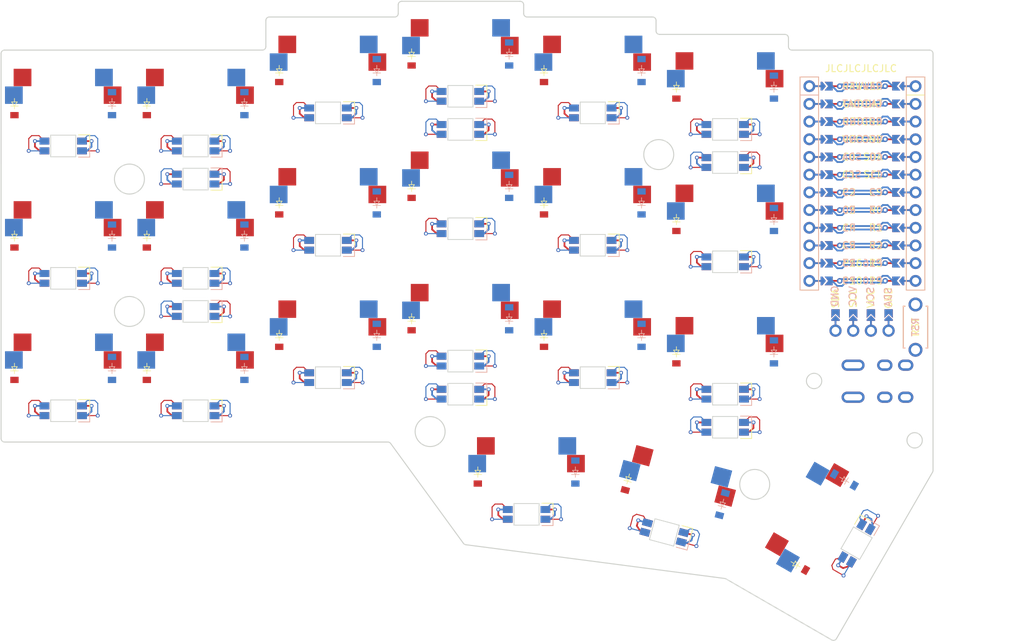
<source format=kicad_pcb>
(kicad_pcb (version 20171130) (host pcbnew 5.1.6)
  (title_block (title corney_island) (rev 0.1) (company ceoloide))
  (layers (0 F.Cu signal) (31 B.Cu signal) (34 B.Paste user) (35 F.Paste user) (36 B.SilkS user) (37 F.SilkS user) (38 B.Mask user) (39 F.Mask user) (44 Edge.Cuts user))
  (net 0 "")
  (net 1 "C0")
  (net 2 "outer_bottom")
  (net 3 "outer_home")
  (net 4 "outer_top")
  (net 5 "C1")
  (net 6 "pinky_bottom")
  (net 7 "pinky_home")
  (net 8 "pinky_top")
  (net 9 "C2")
  (net 10 "ring_bottom")
  (net 11 "ring_home")
  (net 12 "ring_top")
  (net 13 "C3")
  (net 14 "middle_bottom")
  (net 15 "middle_home")
  (net 16 "middle_top")
  (net 17 "C4")
  (net 18 "index_bottom")
  (net 19 "index_home")
  (net 20 "index_top")
  (net 21 "C5")
  (net 22 "inner_bottom")
  (net 23 "inner_home")
  (net 24 "inner_top")
  (net 25 "near_home")
  (net 26 "mid_home")
  (net 27 "far_home")
  (net 28 "R2")
  (net 29 "R1")
  (net 30 "R0")
  (net 31 "R3")
  (net 32 "RAW")
  (net 33 "GND")
  (net 34 "RST")
  (net 35 "VCC")
  (net 36 "P16")
  (net 37 "P10")
  (net 38 "LED")
  (net 39 "DAT")
  (net 40 "SDA")
  (net 41 "SCL")
  (net 42 "CS")
  (net 43 "P9")
  (net 44 "MCU1_24")
  (net 45 "MCU1_1")
  (net 46 "MCU1_23")
  (net 47 "MCU1_2")
  (net 48 "MCU1_22")
  (net 49 "MCU1_3")
  (net 50 "MCU1_21")
  (net 51 "MCU1_4")
  (net 52 "MCU1_20")
  (net 53 "MCU1_5")
  (net 54 "MCU1_19")
  (net 55 "MCU1_6")
  (net 56 "MCU1_18")
  (net 57 "MCU1_7")
  (net 58 "MCU1_17")
  (net 59 "MCU1_8")
  (net 60 "MCU1_16")
  (net 61 "MCU1_9")
  (net 62 "MCU1_15")
  (net 63 "MCU1_10")
  (net 64 "MCU1_14")
  (net 65 "MCU1_11")
  (net 66 "MCU1_13")
  (net 67 "MCU1_12")
  (net 68 "DISP1_1")
  (net 69 "DISP1_2")
  (net 70 "DISP1_3")
  (net 71 "DISP1_4")
  (net 72 "DISP1_5")
  (net 73 "B")
  (net 74 "LED_21")
  (net 75 "LED_20")
  (net 76 "LED_19")
  (net 77 "LED_18")
  (net 78 "LED_16")
  (net 79 "LED_15")
  (net 80 "LED_17")
  (net 81 "LED_14")
  (net 82 "LED_13")
  (net 83 "LED_12")
  (net 84 "LED_10")
  (net 85 "LED_9")
  (net 86 "LED_11")
  (net 87 "LED_7")
  (net 88 "LED_6")
  (net 89 "LED_5")
  (net 90 "LED_4")
  (net 91 "LED_2")
  (net 92 "LED_1")
  (net 93 "LED_3")
  (net 94 "LED_8")
  (net 95 "ULED_6")
  (net 96 "ULED_1")
  (net 97 "ULED_2")
  (net 98 "ULED_3")
  (net 99 "ULED_4")
  (net 100 "ULED_5")
  (module MX (layer F.Cu) (at 100 100 0)
    (fp_text reference "S1" hide)
    (fp_text value "" hide)
    (pad "" np_thru_hole circle (at 0 0) (size 3.9878 3.9878) (drill 3.9878) (layers *.Cu *.Mask))
    (pad "" np_thru_hole circle (at 5.08 0) (size 1.7018 1.7018) (drill 1.7018) (layers *.Cu *.Mask))
    (pad "" np_thru_hole circle (at -5.08 0) (size 1.7018 1.7018) (drill 1.7018) (layers *.Cu *.Mask))
    (pad "" np_thru_hole circle (at 2.54 -5.08) (size 3 3) (drill 3) (layers *.Cu *.Mask))
    (pad "" np_thru_hole circle (at -3.81 -2.54) (size 3 3) (drill 3) (layers *.Cu *.Mask))
    (pad 1 smd rect (at -7.085 -2.54 0) (size 2.55 2.5) (layers B.Cu B.Paste B.Mask) (net 1 "C0"))
    (pad 2 smd rect (at 5.842 -5.08 0) (size 2.55 2.5) (layers B.Cu B.Paste B.Mask) (net 2 "outer_bottom"))
    (pad "" np_thru_hole circle (at -2.54 -5.08) (size 3 3) (drill 3) (layers *.Cu *.Mask))
    (pad "" np_thru_hole circle (at 3.81 -2.54) (size 3 3) (drill 3) (layers *.Cu *.Mask))
    (pad 1 smd rect (at 7.085 -2.54 0) (size 2.55 2.5) (layers F.Cu F.Paste F.Mask) (net 1 "C0"))
    (pad 2 smd rect (at -5.842 -5.08 0) (size 2.55 2.5) (layers F.Cu F.Paste F.Mask) (net 2 "outer_bottom"))
  )
  (module MX (layer F.Cu) (at 100 81 0)
    (fp_text reference "S2" hide)
    (fp_text value "" hide)
    (pad "" np_thru_hole circle (at 0 0) (size 3.9878 3.9878) (drill 3.9878) (layers *.Cu *.Mask))
    (pad "" np_thru_hole circle (at 5.08 0) (size 1.7018 1.7018) (drill 1.7018) (layers *.Cu *.Mask))
    (pad "" np_thru_hole circle (at -5.08 0) (size 1.7018 1.7018) (drill 1.7018) (layers *.Cu *.Mask))
    (pad "" np_thru_hole circle (at 2.54 -5.08) (size 3 3) (drill 3) (layers *.Cu *.Mask))
    (pad "" np_thru_hole circle (at -3.81 -2.54) (size 3 3) (drill 3) (layers *.Cu *.Mask))
    (pad 1 smd rect (at -7.085 -2.54 0) (size 2.55 2.5) (layers B.Cu B.Paste B.Mask) (net 1 "C0"))
    (pad 2 smd rect (at 5.842 -5.08 0) (size 2.55 2.5) (layers B.Cu B.Paste B.Mask) (net 3 "outer_home"))
    (pad "" np_thru_hole circle (at -2.54 -5.08) (size 3 3) (drill 3) (layers *.Cu *.Mask))
    (pad "" np_thru_hole circle (at 3.81 -2.54) (size 3 3) (drill 3) (layers *.Cu *.Mask))
    (pad 1 smd rect (at 7.085 -2.54 0) (size 2.55 2.5) (layers F.Cu F.Paste F.Mask) (net 1 "C0"))
    (pad 2 smd rect (at -5.842 -5.08 0) (size 2.55 2.5) (layers F.Cu F.Paste F.Mask) (net 3 "outer_home"))
  )
  (module MX (layer F.Cu) (at 100 62 0)
    (fp_text reference "S3" hide)
    (fp_text value "" hide)
    (pad "" np_thru_hole circle (at 0 0) (size 3.9878 3.9878) (drill 3.9878) (layers *.Cu *.Mask))
    (pad "" np_thru_hole circle (at 5.08 0) (size 1.7018 1.7018) (drill 1.7018) (layers *.Cu *.Mask))
    (pad "" np_thru_hole circle (at -5.08 0) (size 1.7018 1.7018) (drill 1.7018) (layers *.Cu *.Mask))
    (pad "" np_thru_hole circle (at 2.54 -5.08) (size 3 3) (drill 3) (layers *.Cu *.Mask))
    (pad "" np_thru_hole circle (at -3.81 -2.54) (size 3 3) (drill 3) (layers *.Cu *.Mask))
    (pad 1 smd rect (at -7.085 -2.54 0) (size 2.55 2.5) (layers B.Cu B.Paste B.Mask) (net 1 "C0"))
    (pad 2 smd rect (at 5.842 -5.08 0) (size 2.55 2.5) (layers B.Cu B.Paste B.Mask) (net 4 "outer_top"))
    (pad "" np_thru_hole circle (at -2.54 -5.08) (size 3 3) (drill 3) (layers *.Cu *.Mask))
    (pad "" np_thru_hole circle (at 3.81 -2.54) (size 3 3) (drill 3) (layers *.Cu *.Mask))
    (pad 1 smd rect (at 7.085 -2.54 0) (size 2.55 2.5) (layers F.Cu F.Paste F.Mask) (net 1 "C0"))
    (pad 2 smd rect (at -5.842 -5.08 0) (size 2.55 2.5) (layers F.Cu F.Paste F.Mask) (net 4 "outer_top"))
  )
  (module MX (layer F.Cu) (at 119 100 0)
    (fp_text reference "S4" hide)
    (fp_text value "" hide)
    (pad "" np_thru_hole circle (at 0 0) (size 3.9878 3.9878) (drill 3.9878) (layers *.Cu *.Mask))
    (pad "" np_thru_hole circle (at 5.08 0) (size 1.7018 1.7018) (drill 1.7018) (layers *.Cu *.Mask))
    (pad "" np_thru_hole circle (at -5.08 0) (size 1.7018 1.7018) (drill 1.7018) (layers *.Cu *.Mask))
    (pad "" np_thru_hole circle (at 2.54 -5.08) (size 3 3) (drill 3) (layers *.Cu *.Mask))
    (pad "" np_thru_hole circle (at -3.81 -2.54) (size 3 3) (drill 3) (layers *.Cu *.Mask))
    (pad 1 smd rect (at -7.085 -2.54 0) (size 2.55 2.5) (layers B.Cu B.Paste B.Mask) (net 5 "C1"))
    (pad 2 smd rect (at 5.842 -5.08 0) (size 2.55 2.5) (layers B.Cu B.Paste B.Mask) (net 6 "pinky_bottom"))
    (pad "" np_thru_hole circle (at -2.54 -5.08) (size 3 3) (drill 3) (layers *.Cu *.Mask))
    (pad "" np_thru_hole circle (at 3.81 -2.54) (size 3 3) (drill 3) (layers *.Cu *.Mask))
    (pad 1 smd rect (at 7.085 -2.54 0) (size 2.55 2.5) (layers F.Cu F.Paste F.Mask) (net 5 "C1"))
    (pad 2 smd rect (at -5.842 -5.08 0) (size 2.55 2.5) (layers F.Cu F.Paste F.Mask) (net 6 "pinky_bottom"))
  )
  (module MX (layer F.Cu) (at 119 81 0)
    (fp_text reference "S5" hide)
    (fp_text value "" hide)
    (pad "" np_thru_hole circle (at 0 0) (size 3.9878 3.9878) (drill 3.9878) (layers *.Cu *.Mask))
    (pad "" np_thru_hole circle (at 5.08 0) (size 1.7018 1.7018) (drill 1.7018) (layers *.Cu *.Mask))
    (pad "" np_thru_hole circle (at -5.08 0) (size 1.7018 1.7018) (drill 1.7018) (layers *.Cu *.Mask))
    (pad "" np_thru_hole circle (at 2.54 -5.08) (size 3 3) (drill 3) (layers *.Cu *.Mask))
    (pad "" np_thru_hole circle (at -3.81 -2.54) (size 3 3) (drill 3) (layers *.Cu *.Mask))
    (pad 1 smd rect (at -7.085 -2.54 0) (size 2.55 2.5) (layers B.Cu B.Paste B.Mask) (net 5 "C1"))
    (pad 2 smd rect (at 5.842 -5.08 0) (size 2.55 2.5) (layers B.Cu B.Paste B.Mask) (net 7 "pinky_home"))
    (pad "" np_thru_hole circle (at -2.54 -5.08) (size 3 3) (drill 3) (layers *.Cu *.Mask))
    (pad "" np_thru_hole circle (at 3.81 -2.54) (size 3 3) (drill 3) (layers *.Cu *.Mask))
    (pad 1 smd rect (at 7.085 -2.54 0) (size 2.55 2.5) (layers F.Cu F.Paste F.Mask) (net 5 "C1"))
    (pad 2 smd rect (at -5.842 -5.08 0) (size 2.55 2.5) (layers F.Cu F.Paste F.Mask) (net 7 "pinky_home"))
  )
  (module MX (layer F.Cu) (at 119 62 0)
    (fp_text reference "S6" hide)
    (fp_text value "" hide)
    (pad "" np_thru_hole circle (at 0 0) (size 3.9878 3.9878) (drill 3.9878) (layers *.Cu *.Mask))
    (pad "" np_thru_hole circle (at 5.08 0) (size 1.7018 1.7018) (drill 1.7018) (layers *.Cu *.Mask))
    (pad "" np_thru_hole circle (at -5.08 0) (size 1.7018 1.7018) (drill 1.7018) (layers *.Cu *.Mask))
    (pad "" np_thru_hole circle (at 2.54 -5.08) (size 3 3) (drill 3) (layers *.Cu *.Mask))
    (pad "" np_thru_hole circle (at -3.81 -2.54) (size 3 3) (drill 3) (layers *.Cu *.Mask))
    (pad 1 smd rect (at -7.085 -2.54 0) (size 2.55 2.5) (layers B.Cu B.Paste B.Mask) (net 5 "C1"))
    (pad 2 smd rect (at 5.842 -5.08 0) (size 2.55 2.5) (layers B.Cu B.Paste B.Mask) (net 8 "pinky_top"))
    (pad "" np_thru_hole circle (at -2.54 -5.08) (size 3 3) (drill 3) (layers *.Cu *.Mask))
    (pad "" np_thru_hole circle (at 3.81 -2.54) (size 3 3) (drill 3) (layers *.Cu *.Mask))
    (pad 1 smd rect (at 7.085 -2.54 0) (size 2.55 2.5) (layers F.Cu F.Paste F.Mask) (net 5 "C1"))
    (pad 2 smd rect (at -5.842 -5.08 0) (size 2.55 2.5) (layers F.Cu F.Paste F.Mask) (net 8 "pinky_top"))
  )
  (module MX (layer F.Cu) (at 138 95.25 0)
    (fp_text reference "S7" hide)
    (fp_text value "" hide)
    (pad "" np_thru_hole circle (at 0 0) (size 3.9878 3.9878) (drill 3.9878) (layers *.Cu *.Mask))
    (pad "" np_thru_hole circle (at 5.08 0) (size 1.7018 1.7018) (drill 1.7018) (layers *.Cu *.Mask))
    (pad "" np_thru_hole circle (at -5.08 0) (size 1.7018 1.7018) (drill 1.7018) (layers *.Cu *.Mask))
    (pad "" np_thru_hole circle (at 2.54 -5.08) (size 3 3) (drill 3) (layers *.Cu *.Mask))
    (pad "" np_thru_hole circle (at -3.81 -2.54) (size 3 3) (drill 3) (layers *.Cu *.Mask))
    (pad 1 smd rect (at -7.085 -2.54 0) (size 2.55 2.5) (layers B.Cu B.Paste B.Mask) (net 9 "C2"))
    (pad 2 smd rect (at 5.842 -5.08 0) (size 2.55 2.5) (layers B.Cu B.Paste B.Mask) (net 10 "ring_bottom"))
    (pad "" np_thru_hole circle (at -2.54 -5.08) (size 3 3) (drill 3) (layers *.Cu *.Mask))
    (pad "" np_thru_hole circle (at 3.81 -2.54) (size 3 3) (drill 3) (layers *.Cu *.Mask))
    (pad 1 smd rect (at 7.085 -2.54 0) (size 2.55 2.5) (layers F.Cu F.Paste F.Mask) (net 9 "C2"))
    (pad 2 smd rect (at -5.842 -5.08 0) (size 2.55 2.5) (layers F.Cu F.Paste F.Mask) (net 10 "ring_bottom"))
  )
  (module MX (layer F.Cu) (at 138 76.25 0)
    (fp_text reference "S8" hide)
    (fp_text value "" hide)
    (pad "" np_thru_hole circle (at 0 0) (size 3.9878 3.9878) (drill 3.9878) (layers *.Cu *.Mask))
    (pad "" np_thru_hole circle (at 5.08 0) (size 1.7018 1.7018) (drill 1.7018) (layers *.Cu *.Mask))
    (pad "" np_thru_hole circle (at -5.08 0) (size 1.7018 1.7018) (drill 1.7018) (layers *.Cu *.Mask))
    (pad "" np_thru_hole circle (at 2.54 -5.08) (size 3 3) (drill 3) (layers *.Cu *.Mask))
    (pad "" np_thru_hole circle (at -3.81 -2.54) (size 3 3) (drill 3) (layers *.Cu *.Mask))
    (pad 1 smd rect (at -7.085 -2.54 0) (size 2.55 2.5) (layers B.Cu B.Paste B.Mask) (net 9 "C2"))
    (pad 2 smd rect (at 5.842 -5.08 0) (size 2.55 2.5) (layers B.Cu B.Paste B.Mask) (net 11 "ring_home"))
    (pad "" np_thru_hole circle (at -2.54 -5.08) (size 3 3) (drill 3) (layers *.Cu *.Mask))
    (pad "" np_thru_hole circle (at 3.81 -2.54) (size 3 3) (drill 3) (layers *.Cu *.Mask))
    (pad 1 smd rect (at 7.085 -2.54 0) (size 2.55 2.5) (layers F.Cu F.Paste F.Mask) (net 9 "C2"))
    (pad 2 smd rect (at -5.842 -5.08 0) (size 2.55 2.5) (layers F.Cu F.Paste F.Mask) (net 11 "ring_home"))
  )
  (module MX (layer F.Cu) (at 138 57.25 0)
    (fp_text reference "S9" hide)
    (fp_text value "" hide)
    (pad "" np_thru_hole circle (at 0 0) (size 3.9878 3.9878) (drill 3.9878) (layers *.Cu *.Mask))
    (pad "" np_thru_hole circle (at 5.08 0) (size 1.7018 1.7018) (drill 1.7018) (layers *.Cu *.Mask))
    (pad "" np_thru_hole circle (at -5.08 0) (size 1.7018 1.7018) (drill 1.7018) (layers *.Cu *.Mask))
    (pad "" np_thru_hole circle (at 2.54 -5.08) (size 3 3) (drill 3) (layers *.Cu *.Mask))
    (pad "" np_thru_hole circle (at -3.81 -2.54) (size 3 3) (drill 3) (layers *.Cu *.Mask))
    (pad 1 smd rect (at -7.085 -2.54 0) (size 2.55 2.5) (layers B.Cu B.Paste B.Mask) (net 9 "C2"))
    (pad 2 smd rect (at 5.842 -5.08 0) (size 2.55 2.5) (layers B.Cu B.Paste B.Mask) (net 12 "ring_top"))
    (pad "" np_thru_hole circle (at -2.54 -5.08) (size 3 3) (drill 3) (layers *.Cu *.Mask))
    (pad "" np_thru_hole circle (at 3.81 -2.54) (size 3 3) (drill 3) (layers *.Cu *.Mask))
    (pad 1 smd rect (at 7.085 -2.54 0) (size 2.55 2.5) (layers F.Cu F.Paste F.Mask) (net 9 "C2"))
    (pad 2 smd rect (at -5.842 -5.08 0) (size 2.55 2.5) (layers F.Cu F.Paste F.Mask) (net 12 "ring_top"))
  )
  (module MX (layer F.Cu) (at 157 92.875 0)
    (fp_text reference "S10" hide)
    (fp_text value "" hide)
    (pad "" np_thru_hole circle (at 0 0) (size 3.9878 3.9878) (drill 3.9878) (layers *.Cu *.Mask))
    (pad "" np_thru_hole circle (at 5.08 0) (size 1.7018 1.7018) (drill 1.7018) (layers *.Cu *.Mask))
    (pad "" np_thru_hole circle (at -5.08 0) (size 1.7018 1.7018) (drill 1.7018) (layers *.Cu *.Mask))
    (pad "" np_thru_hole circle (at 2.54 -5.08) (size 3 3) (drill 3) (layers *.Cu *.Mask))
    (pad "" np_thru_hole circle (at -3.81 -2.54) (size 3 3) (drill 3) (layers *.Cu *.Mask))
    (pad 1 smd rect (at -7.085 -2.54 0) (size 2.55 2.5) (layers B.Cu B.Paste B.Mask) (net 13 "C3"))
    (pad 2 smd rect (at 5.842 -5.08 0) (size 2.55 2.5) (layers B.Cu B.Paste B.Mask) (net 14 "middle_bottom"))
    (pad "" np_thru_hole circle (at -2.54 -5.08) (size 3 3) (drill 3) (layers *.Cu *.Mask))
    (pad "" np_thru_hole circle (at 3.81 -2.54) (size 3 3) (drill 3) (layers *.Cu *.Mask))
    (pad 1 smd rect (at 7.085 -2.54 0) (size 2.55 2.5) (layers F.Cu F.Paste F.Mask) (net 13 "C3"))
    (pad 2 smd rect (at -5.842 -5.08 0) (size 2.55 2.5) (layers F.Cu F.Paste F.Mask) (net 14 "middle_bottom"))
  )
  (module MX (layer F.Cu) (at 157 73.875 0)
    (fp_text reference "S11" hide)
    (fp_text value "" hide)
    (pad "" np_thru_hole circle (at 0 0) (size 3.9878 3.9878) (drill 3.9878) (layers *.Cu *.Mask))
    (pad "" np_thru_hole circle (at 5.08 0) (size 1.7018 1.7018) (drill 1.7018) (layers *.Cu *.Mask))
    (pad "" np_thru_hole circle (at -5.08 0) (size 1.7018 1.7018) (drill 1.7018) (layers *.Cu *.Mask))
    (pad "" np_thru_hole circle (at 2.54 -5.08) (size 3 3) (drill 3) (layers *.Cu *.Mask))
    (pad "" np_thru_hole circle (at -3.81 -2.54) (size 3 3) (drill 3) (layers *.Cu *.Mask))
    (pad 1 smd rect (at -7.085 -2.54 0) (size 2.55 2.5) (layers B.Cu B.Paste B.Mask) (net 13 "C3"))
    (pad 2 smd rect (at 5.842 -5.08 0) (size 2.55 2.5) (layers B.Cu B.Paste B.Mask) (net 15 "middle_home"))
    (pad "" np_thru_hole circle (at -2.54 -5.08) (size 3 3) (drill 3) (layers *.Cu *.Mask))
    (pad "" np_thru_hole circle (at 3.81 -2.54) (size 3 3) (drill 3) (layers *.Cu *.Mask))
    (pad 1 smd rect (at 7.085 -2.54 0) (size 2.55 2.5) (layers F.Cu F.Paste F.Mask) (net 13 "C3"))
    (pad 2 smd rect (at -5.842 -5.08 0) (size 2.55 2.5) (layers F.Cu F.Paste F.Mask) (net 15 "middle_home"))
  )
  (module MX (layer F.Cu) (at 157 54.875 0)
    (fp_text reference "S12" hide)
    (fp_text value "" hide)
    (pad "" np_thru_hole circle (at 0 0) (size 3.9878 3.9878) (drill 3.9878) (layers *.Cu *.Mask))
    (pad "" np_thru_hole circle (at 5.08 0) (size 1.7018 1.7018) (drill 1.7018) (layers *.Cu *.Mask))
    (pad "" np_thru_hole circle (at -5.08 0) (size 1.7018 1.7018) (drill 1.7018) (layers *.Cu *.Mask))
    (pad "" np_thru_hole circle (at 2.54 -5.08) (size 3 3) (drill 3) (layers *.Cu *.Mask))
    (pad "" np_thru_hole circle (at -3.81 -2.54) (size 3 3) (drill 3) (layers *.Cu *.Mask))
    (pad 1 smd rect (at -7.085 -2.54 0) (size 2.55 2.5) (layers B.Cu B.Paste B.Mask) (net 13 "C3"))
    (pad 2 smd rect (at 5.842 -5.08 0) (size 2.55 2.5) (layers B.Cu B.Paste B.Mask) (net 16 "middle_top"))
    (pad "" np_thru_hole circle (at -2.54 -5.08) (size 3 3) (drill 3) (layers *.Cu *.Mask))
    (pad "" np_thru_hole circle (at 3.81 -2.54) (size 3 3) (drill 3) (layers *.Cu *.Mask))
    (pad 1 smd rect (at 7.085 -2.54 0) (size 2.55 2.5) (layers F.Cu F.Paste F.Mask) (net 13 "C3"))
    (pad 2 smd rect (at -5.842 -5.08 0) (size 2.55 2.5) (layers F.Cu F.Paste F.Mask) (net 16 "middle_top"))
  )
  (module MX (layer F.Cu) (at 176 95.25 0)
    (fp_text reference "S13" hide)
    (fp_text value "" hide)
    (pad "" np_thru_hole circle (at 0 0) (size 3.9878 3.9878) (drill 3.9878) (layers *.Cu *.Mask))
    (pad "" np_thru_hole circle (at 5.08 0) (size 1.7018 1.7018) (drill 1.7018) (layers *.Cu *.Mask))
    (pad "" np_thru_hole circle (at -5.08 0) (size 1.7018 1.7018) (drill 1.7018) (layers *.Cu *.Mask))
    (pad "" np_thru_hole circle (at 2.54 -5.08) (size 3 3) (drill 3) (layers *.Cu *.Mask))
    (pad "" np_thru_hole circle (at -3.81 -2.54) (size 3 3) (drill 3) (layers *.Cu *.Mask))
    (pad 1 smd rect (at -7.085 -2.54 0) (size 2.55 2.5) (layers B.Cu B.Paste B.Mask) (net 17 "C4"))
    (pad 2 smd rect (at 5.842 -5.08 0) (size 2.55 2.5) (layers B.Cu B.Paste B.Mask) (net 18 "index_bottom"))
    (pad "" np_thru_hole circle (at -2.54 -5.08) (size 3 3) (drill 3) (layers *.Cu *.Mask))
    (pad "" np_thru_hole circle (at 3.81 -2.54) (size 3 3) (drill 3) (layers *.Cu *.Mask))
    (pad 1 smd rect (at 7.085 -2.54 0) (size 2.55 2.5) (layers F.Cu F.Paste F.Mask) (net 17 "C4"))
    (pad 2 smd rect (at -5.842 -5.08 0) (size 2.55 2.5) (layers F.Cu F.Paste F.Mask) (net 18 "index_bottom"))
  )
  (module MX (layer F.Cu) (at 176 76.25 0)
    (fp_text reference "S14" hide)
    (fp_text value "" hide)
    (pad "" np_thru_hole circle (at 0 0) (size 3.9878 3.9878) (drill 3.9878) (layers *.Cu *.Mask))
    (pad "" np_thru_hole circle (at 5.08 0) (size 1.7018 1.7018) (drill 1.7018) (layers *.Cu *.Mask))
    (pad "" np_thru_hole circle (at -5.08 0) (size 1.7018 1.7018) (drill 1.7018) (layers *.Cu *.Mask))
    (pad "" np_thru_hole circle (at 2.54 -5.08) (size 3 3) (drill 3) (layers *.Cu *.Mask))
    (pad "" np_thru_hole circle (at -3.81 -2.54) (size 3 3) (drill 3) (layers *.Cu *.Mask))
    (pad 1 smd rect (at -7.085 -2.54 0) (size 2.55 2.5) (layers B.Cu B.Paste B.Mask) (net 17 "C4"))
    (pad 2 smd rect (at 5.842 -5.08 0) (size 2.55 2.5) (layers B.Cu B.Paste B.Mask) (net 19 "index_home"))
    (pad "" np_thru_hole circle (at -2.54 -5.08) (size 3 3) (drill 3) (layers *.Cu *.Mask))
    (pad "" np_thru_hole circle (at 3.81 -2.54) (size 3 3) (drill 3) (layers *.Cu *.Mask))
    (pad 1 smd rect (at 7.085 -2.54 0) (size 2.55 2.5) (layers F.Cu F.Paste F.Mask) (net 17 "C4"))
    (pad 2 smd rect (at -5.842 -5.08 0) (size 2.55 2.5) (layers F.Cu F.Paste F.Mask) (net 19 "index_home"))
  )
  (module MX (layer F.Cu) (at 176 57.25 0)
    (fp_text reference "S15" hide)
    (fp_text value "" hide)
    (pad "" np_thru_hole circle (at 0 0) (size 3.9878 3.9878) (drill 3.9878) (layers *.Cu *.Mask))
    (pad "" np_thru_hole circle (at 5.08 0) (size 1.7018 1.7018) (drill 1.7018) (layers *.Cu *.Mask))
    (pad "" np_thru_hole circle (at -5.08 0) (size 1.7018 1.7018) (drill 1.7018) (layers *.Cu *.Mask))
    (pad "" np_thru_hole circle (at 2.54 -5.08) (size 3 3) (drill 3) (layers *.Cu *.Mask))
    (pad "" np_thru_hole circle (at -3.81 -2.54) (size 3 3) (drill 3) (layers *.Cu *.Mask))
    (pad 1 smd rect (at -7.085 -2.54 0) (size 2.55 2.5) (layers B.Cu B.Paste B.Mask) (net 17 "C4"))
    (pad 2 smd rect (at 5.842 -5.08 0) (size 2.55 2.5) (layers B.Cu B.Paste B.Mask) (net 20 "index_top"))
    (pad "" np_thru_hole circle (at -2.54 -5.08) (size 3 3) (drill 3) (layers *.Cu *.Mask))
    (pad "" np_thru_hole circle (at 3.81 -2.54) (size 3 3) (drill 3) (layers *.Cu *.Mask))
    (pad 1 smd rect (at 7.085 -2.54 0) (size 2.55 2.5) (layers F.Cu F.Paste F.Mask) (net 17 "C4"))
    (pad 2 smd rect (at -5.842 -5.08 0) (size 2.55 2.5) (layers F.Cu F.Paste F.Mask) (net 20 "index_top"))
  )
  (module MX (layer F.Cu) (at 195 97.625 0)
    (fp_text reference "S16" hide)
    (fp_text value "" hide)
    (pad "" np_thru_hole circle (at 0 0) (size 3.9878 3.9878) (drill 3.9878) (layers *.Cu *.Mask))
    (pad "" np_thru_hole circle (at 5.08 0) (size 1.7018 1.7018) (drill 1.7018) (layers *.Cu *.Mask))
    (pad "" np_thru_hole circle (at -5.08 0) (size 1.7018 1.7018) (drill 1.7018) (layers *.Cu *.Mask))
    (pad "" np_thru_hole circle (at 2.54 -5.08) (size 3 3) (drill 3) (layers *.Cu *.Mask))
    (pad "" np_thru_hole circle (at -3.81 -2.54) (size 3 3) (drill 3) (layers *.Cu *.Mask))
    (pad 1 smd rect (at -7.085 -2.54 0) (size 2.55 2.5) (layers B.Cu B.Paste B.Mask) (net 21 "C5"))
    (pad 2 smd rect (at 5.842 -5.08 0) (size 2.55 2.5) (layers B.Cu B.Paste B.Mask) (net 22 "inner_bottom"))
    (pad "" np_thru_hole circle (at -2.54 -5.08) (size 3 3) (drill 3) (layers *.Cu *.Mask))
    (pad "" np_thru_hole circle (at 3.81 -2.54) (size 3 3) (drill 3) (layers *.Cu *.Mask))
    (pad 1 smd rect (at 7.085 -2.54 0) (size 2.55 2.5) (layers F.Cu F.Paste F.Mask) (net 21 "C5"))
    (pad 2 smd rect (at -5.842 -5.08 0) (size 2.55 2.5) (layers F.Cu F.Paste F.Mask) (net 22 "inner_bottom"))
  )
  (module MX (layer F.Cu) (at 195 78.625 0)
    (fp_text reference "S17" hide)
    (fp_text value "" hide)
    (pad "" np_thru_hole circle (at 0 0) (size 3.9878 3.9878) (drill 3.9878) (layers *.Cu *.Mask))
    (pad "" np_thru_hole circle (at 5.08 0) (size 1.7018 1.7018) (drill 1.7018) (layers *.Cu *.Mask))
    (pad "" np_thru_hole circle (at -5.08 0) (size 1.7018 1.7018) (drill 1.7018) (layers *.Cu *.Mask))
    (pad "" np_thru_hole circle (at 2.54 -5.08) (size 3 3) (drill 3) (layers *.Cu *.Mask))
    (pad "" np_thru_hole circle (at -3.81 -2.54) (size 3 3) (drill 3) (layers *.Cu *.Mask))
    (pad 1 smd rect (at -7.085 -2.54 0) (size 2.55 2.5) (layers B.Cu B.Paste B.Mask) (net 21 "C5"))
    (pad 2 smd rect (at 5.842 -5.08 0) (size 2.55 2.5) (layers B.Cu B.Paste B.Mask) (net 23 "inner_home"))
    (pad "" np_thru_hole circle (at -2.54 -5.08) (size 3 3) (drill 3) (layers *.Cu *.Mask))
    (pad "" np_thru_hole circle (at 3.81 -2.54) (size 3 3) (drill 3) (layers *.Cu *.Mask))
    (pad 1 smd rect (at 7.085 -2.54 0) (size 2.55 2.5) (layers F.Cu F.Paste F.Mask) (net 21 "C5"))
    (pad 2 smd rect (at -5.842 -5.08 0) (size 2.55 2.5) (layers F.Cu F.Paste F.Mask) (net 23 "inner_home"))
  )
  (module MX (layer F.Cu) (at 195 59.625 0)
    (fp_text reference "S18" hide)
    (fp_text value "" hide)
    (pad "" np_thru_hole circle (at 0 0) (size 3.9878 3.9878) (drill 3.9878) (layers *.Cu *.Mask))
    (pad "" np_thru_hole circle (at 5.08 0) (size 1.7018 1.7018) (drill 1.7018) (layers *.Cu *.Mask))
    (pad "" np_thru_hole circle (at -5.08 0) (size 1.7018 1.7018) (drill 1.7018) (layers *.Cu *.Mask))
    (pad "" np_thru_hole circle (at 2.54 -5.08) (size 3 3) (drill 3) (layers *.Cu *.Mask))
    (pad "" np_thru_hole circle (at -3.81 -2.54) (size 3 3) (drill 3) (layers *.Cu *.Mask))
    (pad 1 smd rect (at -7.085 -2.54 0) (size 2.55 2.5) (layers B.Cu B.Paste B.Mask) (net 21 "C5"))
    (pad 2 smd rect (at 5.842 -5.08 0) (size 2.55 2.5) (layers B.Cu B.Paste B.Mask) (net 24 "inner_top"))
    (pad "" np_thru_hole circle (at -2.54 -5.08) (size 3 3) (drill 3) (layers *.Cu *.Mask))
    (pad "" np_thru_hole circle (at 3.81 -2.54) (size 3 3) (drill 3) (layers *.Cu *.Mask))
    (pad 1 smd rect (at 7.085 -2.54 0) (size 2.55 2.5) (layers F.Cu F.Paste F.Mask) (net 21 "C5"))
    (pad 2 smd rect (at -5.842 -5.08 0) (size 2.55 2.5) (layers F.Cu F.Paste F.Mask) (net 24 "inner_top"))
  )
  (module MX (layer F.Cu) (at 166.5 114.875 0)
    (fp_text reference "S19" hide)
    (fp_text value "" hide)
    (pad "" np_thru_hole circle (at 0 0) (size 3.9878 3.9878) (drill 3.9878) (layers *.Cu *.Mask))
    (pad "" np_thru_hole circle (at 5.08 0) (size 1.7018 1.7018) (drill 1.7018) (layers *.Cu *.Mask))
    (pad "" np_thru_hole circle (at -5.08 0) (size 1.7018 1.7018) (drill 1.7018) (layers *.Cu *.Mask))
    (pad "" np_thru_hole circle (at 2.54 -5.08) (size 3 3) (drill 3) (layers *.Cu *.Mask))
    (pad "" np_thru_hole circle (at -3.81 -2.54) (size 3 3) (drill 3) (layers *.Cu *.Mask))
    (pad 1 smd rect (at -7.085 -2.54 0) (size 2.55 2.5) (layers B.Cu B.Paste B.Mask) (net 13 "C3"))
    (pad 2 smd rect (at 5.842 -5.08 0) (size 2.55 2.5) (layers B.Cu B.Paste B.Mask) (net 25 "near_home"))
    (pad "" np_thru_hole circle (at -2.54 -5.08) (size 3 3) (drill 3) (layers *.Cu *.Mask))
    (pad "" np_thru_hole circle (at 3.81 -2.54) (size 3 3) (drill 3) (layers *.Cu *.Mask))
    (pad 1 smd rect (at 7.085 -2.54 0) (size 2.55 2.5) (layers F.Cu F.Paste F.Mask) (net 13 "C3"))
    (pad 2 smd rect (at -5.842 -5.08 0) (size 2.55 2.5) (layers F.Cu F.Paste F.Mask) (net 25 "near_home"))
  )
  (module MX (layer F.Cu) (at 187.5 117.625 -15)
    (fp_text reference "S20" hide)
    (fp_text value "" hide)
    (pad "" np_thru_hole circle (at 0 0) (size 3.9878 3.9878) (drill 3.9878) (layers *.Cu *.Mask))
    (pad "" np_thru_hole circle (at 5.08 0) (size 1.7018 1.7018) (drill 1.7018) (layers *.Cu *.Mask))
    (pad "" np_thru_hole circle (at -5.08 0) (size 1.7018 1.7018) (drill 1.7018) (layers *.Cu *.Mask))
    (pad "" np_thru_hole circle (at 2.54 -5.08) (size 3 3) (drill 3) (layers *.Cu *.Mask))
    (pad "" np_thru_hole circle (at -3.81 -2.54) (size 3 3) (drill 3) (layers *.Cu *.Mask))
    (pad 1 smd rect (at -7.085 -2.54 -15) (size 2.55 2.5) (layers B.Cu B.Paste B.Mask) (net 17 "C4"))
    (pad 2 smd rect (at 5.842 -5.08 -15) (size 2.55 2.5) (layers B.Cu B.Paste B.Mask) (net 26 "mid_home"))
    (pad "" np_thru_hole circle (at -2.54 -5.08) (size 3 3) (drill 3) (layers *.Cu *.Mask))
    (pad "" np_thru_hole circle (at 3.81 -2.54) (size 3 3) (drill 3) (layers *.Cu *.Mask))
    (pad 1 smd rect (at 7.085 -2.54 -15) (size 2.55 2.5) (layers F.Cu F.Paste F.Mask) (net 17 "C4"))
    (pad 2 smd rect (at -5.842 -5.08 -15) (size 2.55 2.5) (layers F.Cu F.Paste F.Mask) (net 26 "mid_home"))
  )
  (module MX (layer F.Cu) (at 209.7468058 121.3891576 60)
    (fp_text reference "S21" hide)
    (fp_text value "" hide)
    (pad "" np_thru_hole circle (at 0 0) (size 3.9878 3.9878) (drill 3.9878) (layers *.Cu *.Mask))
    (pad "" np_thru_hole circle (at 5.08 0) (size 1.7018 1.7018) (drill 1.7018) (layers *.Cu *.Mask))
    (pad "" np_thru_hole circle (at -5.08 0) (size 1.7018 1.7018) (drill 1.7018) (layers *.Cu *.Mask))
    (pad "" np_thru_hole circle (at 2.54 -5.08) (size 3 3) (drill 3) (layers *.Cu *.Mask))
    (pad "" np_thru_hole circle (at -3.81 -2.54) (size 3 3) (drill 3) (layers *.Cu *.Mask))
    (pad 1 smd rect (at -7.085 -2.54 60) (size 2.55 2.5) (layers B.Cu B.Paste B.Mask) (net 21 "C5"))
    (pad 2 smd rect (at 5.842 -5.08 60) (size 2.55 2.5) (layers B.Cu B.Paste B.Mask) (net 27 "far_home"))
    (pad "" np_thru_hole circle (at -2.54 -5.08) (size 3 3) (drill 3) (layers *.Cu *.Mask))
    (pad "" np_thru_hole circle (at 3.81 -2.54) (size 3 3) (drill 3) (layers *.Cu *.Mask))
    (pad 1 smd rect (at 7.085 -2.54 60) (size 2.55 2.5) (layers F.Cu F.Paste F.Mask) (net 21 "C5"))
    (pad 2 smd rect (at -5.842 -5.08 60) (size 2.55 2.5) (layers F.Cu F.Paste F.Mask) (net 27 "far_home"))
  )
  (module ComboDiode (layer B.Cu) (at 107 98.675 90)
    (fp_text reference "D1" hide)
    (pad 2 smd rect (at 1.65 0 90) (size 0.9 1.2) (layers B.Cu B.Paste B.Mask) (net 2 "outer_bottom"))
    (pad 1 smd rect (at -1.65 0 90) (size 0.9 1.2) (layers B.Cu B.Paste B.Mask) (net 28 "R2"))
  )
  (module ComboDiode (layer B.Cu) (at 107 79.675 90)
    (fp_text reference "D2" hide)
    (pad 2 smd rect (at 1.65 0 90) (size 0.9 1.2) (layers B.Cu B.Paste B.Mask) (net 3 "outer_home"))
    (pad 1 smd rect (at -1.65 0 90) (size 0.9 1.2) (layers B.Cu B.Paste B.Mask) (net 29 "R1"))
  )
  (module ComboDiode (layer B.Cu) (at 107 60.675 90)
    (fp_text reference "D3" hide)
    (pad 2 smd rect (at 1.65 0 90) (size 0.9 1.2) (layers B.Cu B.Paste B.Mask) (net 4 "outer_top"))
    (pad 1 smd rect (at -1.65 0 90) (size 0.9 1.2) (layers B.Cu B.Paste B.Mask) (net 30 "R0"))
  )
  (module ComboDiode (layer B.Cu) (at 126 98.675 90)
    (fp_text reference "D4" hide)
    (pad 2 smd rect (at 1.65 0 90) (size 0.9 1.2) (layers B.Cu B.Paste B.Mask) (net 6 "pinky_bottom"))
    (pad 1 smd rect (at -1.65 0 90) (size 0.9 1.2) (layers B.Cu B.Paste B.Mask) (net 28 "R2"))
  )
  (module ComboDiode (layer B.Cu) (at 126 79.675 90)
    (fp_text reference "D5" hide)
    (pad 2 smd rect (at 1.65 0 90) (size 0.9 1.2) (layers B.Cu B.Paste B.Mask) (net 7 "pinky_home"))
    (pad 1 smd rect (at -1.65 0 90) (size 0.9 1.2) (layers B.Cu B.Paste B.Mask) (net 29 "R1"))
  )
  (module ComboDiode (layer B.Cu) (at 126 60.675 90)
    (fp_text reference "D6" hide)
    (pad 2 smd rect (at 1.65 0 90) (size 0.9 1.2) (layers B.Cu B.Paste B.Mask) (net 8 "pinky_top"))
    (pad 1 smd rect (at -1.65 0 90) (size 0.9 1.2) (layers B.Cu B.Paste B.Mask) (net 30 "R0"))
  )
  (module ComboDiode (layer B.Cu) (at 145 93.925 90)
    (fp_text reference "D7" hide)
    (pad 2 smd rect (at 1.65 0 90) (size 0.9 1.2) (layers B.Cu B.Paste B.Mask) (net 10 "ring_bottom"))
    (pad 1 smd rect (at -1.65 0 90) (size 0.9 1.2) (layers B.Cu B.Paste B.Mask) (net 28 "R2"))
  )
  (module ComboDiode (layer B.Cu) (at 145 74.925 90)
    (fp_text reference "D8" hide)
    (pad 2 smd rect (at 1.65 0 90) (size 0.9 1.2) (layers B.Cu B.Paste B.Mask) (net 11 "ring_home"))
    (pad 1 smd rect (at -1.65 0 90) (size 0.9 1.2) (layers B.Cu B.Paste B.Mask) (net 29 "R1"))
  )
  (module ComboDiode (layer B.Cu) (at 145 55.925 90)
    (fp_text reference "D9" hide)
    (pad 2 smd rect (at 1.65 0 90) (size 0.9 1.2) (layers B.Cu B.Paste B.Mask) (net 12 "ring_top"))
    (pad 1 smd rect (at -1.65 0 90) (size 0.9 1.2) (layers B.Cu B.Paste B.Mask) (net 30 "R0"))
  )
  (module ComboDiode (layer B.Cu) (at 164 91.55 90)
    (fp_text reference "D10" hide)
    (pad 2 smd rect (at 1.65 0 90) (size 0.9 1.2) (layers B.Cu B.Paste B.Mask) (net 14 "middle_bottom"))
    (pad 1 smd rect (at -1.65 0 90) (size 0.9 1.2) (layers B.Cu B.Paste B.Mask) (net 28 "R2"))
  )
  (module ComboDiode (layer B.Cu) (at 164 72.55 90)
    (fp_text reference "D11" hide)
    (pad 2 smd rect (at 1.65 0 90) (size 0.9 1.2) (layers B.Cu B.Paste B.Mask) (net 15 "middle_home"))
    (pad 1 smd rect (at -1.65 0 90) (size 0.9 1.2) (layers B.Cu B.Paste B.Mask) (net 29 "R1"))
  )
  (module ComboDiode (layer B.Cu) (at 164 53.55 90)
    (fp_text reference "D12" hide)
    (pad 2 smd rect (at 1.65 0 90) (size 0.9 1.2) (layers B.Cu B.Paste B.Mask) (net 16 "middle_top"))
    (pad 1 smd rect (at -1.65 0 90) (size 0.9 1.2) (layers B.Cu B.Paste B.Mask) (net 30 "R0"))
  )
  (module ComboDiode (layer B.Cu) (at 183 93.925 90)
    (fp_text reference "D13" hide)
    (pad 2 smd rect (at 1.65 0 90) (size 0.9 1.2) (layers B.Cu B.Paste B.Mask) (net 18 "index_bottom"))
    (pad 1 smd rect (at -1.65 0 90) (size 0.9 1.2) (layers B.Cu B.Paste B.Mask) (net 28 "R2"))
  )
  (module ComboDiode (layer B.Cu) (at 183 74.925 90)
    (fp_text reference "D14" hide)
    (pad 2 smd rect (at 1.65 0 90) (size 0.9 1.2) (layers B.Cu B.Paste B.Mask) (net 19 "index_home"))
    (pad 1 smd rect (at -1.65 0 90) (size 0.9 1.2) (layers B.Cu B.Paste B.Mask) (net 29 "R1"))
  )
  (module ComboDiode (layer B.Cu) (at 183 55.925 90)
    (fp_text reference "D15" hide)
    (pad 2 smd rect (at 1.65 0 90) (size 0.9 1.2) (layers B.Cu B.Paste B.Mask) (net 20 "index_top"))
    (pad 1 smd rect (at -1.65 0 90) (size 0.9 1.2) (layers B.Cu B.Paste B.Mask) (net 30 "R0"))
  )
  (module ComboDiode (layer B.Cu) (at 202 96.3 90)
    (fp_text reference "D16" hide)
    (pad 2 smd rect (at 1.65 0 90) (size 0.9 1.2) (layers B.Cu B.Paste B.Mask) (net 22 "inner_bottom"))
    (pad 1 smd rect (at -1.65 0 90) (size 0.9 1.2) (layers B.Cu B.Paste B.Mask) (net 28 "R2"))
  )
  (module ComboDiode (layer B.Cu) (at 202 77.3 90)
    (fp_text reference "D17" hide)
    (pad 2 smd rect (at 1.65 0 90) (size 0.9 1.2) (layers B.Cu B.Paste B.Mask) (net 23 "inner_home"))
    (pad 1 smd rect (at -1.65 0 90) (size 0.9 1.2) (layers B.Cu B.Paste B.Mask) (net 29 "R1"))
  )
  (module ComboDiode (layer B.Cu) (at 202 58.3 90)
    (fp_text reference "D18" hide)
    (pad 2 smd rect (at 1.65 0 90) (size 0.9 1.2) (layers B.Cu B.Paste B.Mask) (net 24 "inner_top"))
    (pad 1 smd rect (at -1.65 0 90) (size 0.9 1.2) (layers B.Cu B.Paste B.Mask) (net 30 "R0"))
  )
  (module ComboDiode (layer B.Cu) (at 173.5 113.55 90)
    (fp_text reference "D19" hide)
    (pad 2 smd rect (at 1.65 0 90) (size 0.9 1.2) (layers B.Cu B.Paste B.Mask) (net 25 "near_home"))
    (pad 1 smd rect (at -1.65 0 90) (size 0.9 1.2) (layers B.Cu B.Paste B.Mask) (net 31 "R3"))
  )
  (module ComboDiode (layer B.Cu) (at 194.604416 118.1568816 75)
    (fp_text reference "D20" hide)
    (pad 2 smd rect (at 1.65 0 75) (size 0.9 1.2) (layers B.Cu B.Paste B.Mask) (net 26 "mid_home"))
    (pad 1 smd rect (at -1.65 0 75) (size 0.9 1.2) (layers B.Cu B.Paste B.Mask) (net 31 "R3"))
  )
  (module ComboDiode (layer B.Cu) (at 212.0993221 114.66447980000001 150)
    (fp_text reference "D21" hide)
    (pad 2 smd rect (at 1.65 0 150) (size 0.9 1.2) (layers B.Cu B.Paste B.Mask) (net 27 "far_home"))
    (pad 1 smd rect (at -1.65 0 150) (size 0.9 1.2) (layers B.Cu B.Paste B.Mask) (net 31 "R3"))
  )
  (module ComboDiode (layer F.Cu) (at 93 98.675 90)
    (fp_text reference "D22" hide)
    (pad 1 smd rect (at -1.65 0 90) (size 0.9 1.2) (layers F.Cu F.Paste F.Mask) (net 28 "R2"))
    (pad 2 smd rect (at 1.65 0 90) (size 0.9 1.2) (layers F.Cu F.Paste F.Mask) (net 2 "outer_bottom"))
  )
  (module ComboDiode (layer F.Cu) (at 93 79.675 90)
    (fp_text reference "D23" hide)
    (pad 1 smd rect (at -1.65 0 90) (size 0.9 1.2) (layers F.Cu F.Paste F.Mask) (net 29 "R1"))
    (pad 2 smd rect (at 1.65 0 90) (size 0.9 1.2) (layers F.Cu F.Paste F.Mask) (net 3 "outer_home"))
  )
  (module ComboDiode (layer F.Cu) (at 93 60.675 90)
    (fp_text reference "D24" hide)
    (pad 1 smd rect (at -1.65 0 90) (size 0.9 1.2) (layers F.Cu F.Paste F.Mask) (net 30 "R0"))
    (pad 2 smd rect (at 1.65 0 90) (size 0.9 1.2) (layers F.Cu F.Paste F.Mask) (net 4 "outer_top"))
  )
  (module ComboDiode (layer F.Cu) (at 112 98.675 90)
    (fp_text reference "D25" hide)
    (pad 1 smd rect (at -1.65 0 90) (size 0.9 1.2) (layers F.Cu F.Paste F.Mask) (net 28 "R2"))
    (pad 2 smd rect (at 1.65 0 90) (size 0.9 1.2) (layers F.Cu F.Paste F.Mask) (net 6 "pinky_bottom"))
  )
  (module ComboDiode (layer F.Cu) (at 112 79.675 90)
    (fp_text reference "D26" hide)
    (pad 1 smd rect (at -1.65 0 90) (size 0.9 1.2) (layers F.Cu F.Paste F.Mask) (net 29 "R1"))
    (pad 2 smd rect (at 1.65 0 90) (size 0.9 1.2) (layers F.Cu F.Paste F.Mask) (net 7 "pinky_home"))
  )
  (module ComboDiode (layer F.Cu) (at 112 60.675 90)
    (fp_text reference "D27" hide)
    (pad 1 smd rect (at -1.65 0 90) (size 0.9 1.2) (layers F.Cu F.Paste F.Mask) (net 30 "R0"))
    (pad 2 smd rect (at 1.65 0 90) (size 0.9 1.2) (layers F.Cu F.Paste F.Mask) (net 8 "pinky_top"))
  )
  (module ComboDiode (layer F.Cu) (at 131 93.925 90)
    (fp_text reference "D28" hide)
    (pad 1 smd rect (at -1.65 0 90) (size 0.9 1.2) (layers F.Cu F.Paste F.Mask) (net 28 "R2"))
    (pad 2 smd rect (at 1.65 0 90) (size 0.9 1.2) (layers F.Cu F.Paste F.Mask) (net 10 "ring_bottom"))
  )
  (module ComboDiode (layer F.Cu) (at 131 74.925 90)
    (fp_text reference "D29" hide)
    (pad 1 smd rect (at -1.65 0 90) (size 0.9 1.2) (layers F.Cu F.Paste F.Mask) (net 29 "R1"))
    (pad 2 smd rect (at 1.65 0 90) (size 0.9 1.2) (layers F.Cu F.Paste F.Mask) (net 11 "ring_home"))
  )
  (module ComboDiode (layer F.Cu) (at 131 55.925 90)
    (fp_text reference "D30" hide)
    (pad 1 smd rect (at -1.65 0 90) (size 0.9 1.2) (layers F.Cu F.Paste F.Mask) (net 30 "R0"))
    (pad 2 smd rect (at 1.65 0 90) (size 0.9 1.2) (layers F.Cu F.Paste F.Mask) (net 12 "ring_top"))
  )
  (module ComboDiode (layer F.Cu) (at 150 91.55 90)
    (fp_text reference "D31" hide)
    (pad 1 smd rect (at -1.65 0 90) (size 0.9 1.2) (layers F.Cu F.Paste F.Mask) (net 28 "R2"))
    (pad 2 smd rect (at 1.65 0 90) (size 0.9 1.2) (layers F.Cu F.Paste F.Mask) (net 14 "middle_bottom"))
  )
  (module ComboDiode (layer F.Cu) (at 150 72.55 90)
    (fp_text reference "D32" hide)
    (pad 1 smd rect (at -1.65 0 90) (size 0.9 1.2) (layers F.Cu F.Paste F.Mask) (net 29 "R1"))
    (pad 2 smd rect (at 1.65 0 90) (size 0.9 1.2) (layers F.Cu F.Paste F.Mask) (net 15 "middle_home"))
  )
  (module ComboDiode (layer F.Cu) (at 150 53.55 90)
    (fp_text reference "D33" hide)
    (pad 1 smd rect (at -1.65 0 90) (size 0.9 1.2) (layers F.Cu F.Paste F.Mask) (net 30 "R0"))
    (pad 2 smd rect (at 1.65 0 90) (size 0.9 1.2) (layers F.Cu F.Paste F.Mask) (net 16 "middle_top"))
  )
  (module ComboDiode (layer F.Cu) (at 169 93.925 90)
    (fp_text reference "D34" hide)
    (pad 1 smd rect (at -1.65 0 90) (size 0.9 1.2) (layers F.Cu F.Paste F.Mask) (net 28 "R2"))
    (pad 2 smd rect (at 1.65 0 90) (size 0.9 1.2) (layers F.Cu F.Paste F.Mask) (net 18 "index_bottom"))
  )
  (module ComboDiode (layer F.Cu) (at 169 74.925 90)
    (fp_text reference "D35" hide)
    (pad 1 smd rect (at -1.65 0 90) (size 0.9 1.2) (layers F.Cu F.Paste F.Mask) (net 29 "R1"))
    (pad 2 smd rect (at 1.65 0 90) (size 0.9 1.2) (layers F.Cu F.Paste F.Mask) (net 19 "index_home"))
  )
  (module ComboDiode (layer F.Cu) (at 169 55.925 90)
    (fp_text reference "D36" hide)
    (pad 1 smd rect (at -1.65 0 90) (size 0.9 1.2) (layers F.Cu F.Paste F.Mask) (net 30 "R0"))
    (pad 2 smd rect (at 1.65 0 90) (size 0.9 1.2) (layers F.Cu F.Paste F.Mask) (net 20 "index_top"))
  )
  (module ComboDiode (layer F.Cu) (at 188 96.3 90)
    (fp_text reference "D37" hide)
    (pad 1 smd rect (at -1.65 0 90) (size 0.9 1.2) (layers F.Cu F.Paste F.Mask) (net 28 "R2"))
    (pad 2 smd rect (at 1.65 0 90) (size 0.9 1.2) (layers F.Cu F.Paste F.Mask) (net 22 "inner_bottom"))
  )
  (module ComboDiode (layer F.Cu) (at 188 77.3 90)
    (fp_text reference "D38" hide)
    (pad 1 smd rect (at -1.65 0 90) (size 0.9 1.2) (layers F.Cu F.Paste F.Mask) (net 29 "R1"))
    (pad 2 smd rect (at 1.65 0 90) (size 0.9 1.2) (layers F.Cu F.Paste F.Mask) (net 23 "inner_home"))
  )
  (module ComboDiode (layer F.Cu) (at 188 58.3 90)
    (fp_text reference "D39" hide)
    (pad 1 smd rect (at -1.65 0 90) (size 0.9 1.2) (layers F.Cu F.Paste F.Mask) (net 30 "R0"))
    (pad 2 smd rect (at 1.65 0 90) (size 0.9 1.2) (layers F.Cu F.Paste F.Mask) (net 24 "inner_top"))
  )
  (module ComboDiode (layer F.Cu) (at 159.5 113.55 90)
    (fp_text reference "D40" hide)
    (pad 1 smd rect (at -1.65 0 90) (size 0.9 1.2) (layers F.Cu F.Paste F.Mask) (net 31 "R3"))
    (pad 2 smd rect (at 1.65 0 90) (size 0.9 1.2) (layers F.Cu F.Paste F.Mask) (net 25 "near_home"))
  )
  (module ComboDiode (layer F.Cu) (at 181.0814545 114.533415 75)
    (fp_text reference "D41" hide)
    (pad 1 smd rect (at -1.65 0 75) (size 0.9 1.2) (layers F.Cu F.Paste F.Mask) (net 31 "R3"))
    (pad 2 smd rect (at 1.65 0 75) (size 0.9 1.2) (layers F.Cu F.Paste F.Mask) (net 26 "mid_home"))
  )
  (module ComboDiode (layer F.Cu) (at 205.0993221 126.78883540000001 150)
    (fp_text reference "D42" hide)
    (pad 1 smd rect (at -1.65 0 150) (size 0.9 1.2) (layers F.Cu F.Paste F.Mask) (net 31 "R3"))
    (pad 2 smd rect (at 1.65 0 150) (size 0.9 1.2) (layers F.Cu F.Paste F.Mask) (net 27 "far_home"))
  )
  (module nice_nano (layer F.Cu) (at 214.704 70.87 0)
    (fp_text reference "MCU1" hide)
    (pad 24 thru_hole circle (at -7.62 -12.7) (size 1.7 1.7) (drill 1) (layers *.Cu *.Mask) (net 44 "MCU1_24"))
    (pad 1 thru_hole circle (at 7.62 -12.7) (size 1.7 1.7) (drill 1) (layers *.Cu *.Mask) (net 45 "MCU1_1"))
    (pad 124 thru_hole circle (at -3.262 -12.7) (size 0.8 0.8) (drill 0.4) (layers *.Cu *.Mask) (net 38 "LED"))
    (pad 1 thru_hole circle (at 3.262 -12.7) (size 0.8 0.8) (drill 0.4) (layers *.Cu *.Mask) (net 32 "RAW"))
    (pad 24 smd custom (at -5.5 -12.7) (size 0.2 0.2) (layers F.Cu F.Mask) (net 44 "MCU1_24") (options (clearance outline) (anchor rect)) (primitives (gr_poly (pts (xy -0.5 -0.625) (xy -0.25 -0.625) (xy 0.25 0) (xy -0.25 0.625) (xy -0.5 0.625)) (width 0))))
    (pad 124 smd custom (at -4.775 -12.7) (size 0.2 0.2) (layers F.Cu F.Mask) (net 38 "LED") (options (clearance outline) (anchor rect)) (primitives (gr_poly (pts (xy -0.65 -0.625) (xy 0.5 -0.625) (xy 0.5 0.625) (xy -0.65 0.625) (xy -0.15 0)) (width 0))))
    (pad 1 smd custom (at 4.775 -12.7 180) (size 0.2 0.2) (layers F.Cu F.Mask) (net 32 "RAW") (options (clearance outline) (anchor rect)) (primitives (gr_poly (pts (xy -0.65 -0.625) (xy 0.5 -0.625) (xy 0.5 0.625) (xy -0.65 0.625) (xy -0.15 0)) (width 0))))
    (pad 1 smd custom (at 5.5 -12.7 180) (size 0.2 0.2) (layers F.Cu F.Mask) (net 45 "MCU1_1") (options (clearance outline) (anchor rect)) (primitives (gr_poly (pts (xy -0.5 -0.625) (xy -0.25 -0.625) (xy 0.25 0) (xy -0.25 0.625) (xy -0.5 0.625)) (width 0))))
    (pad 24 smd custom (at -5.5 -12.7) (size 0.2 0.2) (layers B.Cu B.Mask) (net 44 "MCU1_24") (options (clearance outline) (anchor rect)) (primitives (gr_poly (pts (xy -0.5 0.625) (xy -0.25 0.625) (xy 0.25 0) (xy -0.25 -0.625) (xy -0.5 -0.625)) (width 0))))
    (pad 1 smd custom (at -4.775 -12.7) (size 0.2 0.2) (layers B.Cu B.Mask) (net 32 "RAW") (options (clearance outline) (anchor rect)) (primitives (gr_poly (pts (xy -0.65 0.625) (xy 0.5 0.625) (xy 0.5 -0.625) (xy -0.65 -0.625) (xy -0.15 0)) (width 0))))
    (pad 124 smd custom (at 4.775 -12.7 180) (size 0.2 0.2) (layers B.Cu B.Mask) (net 38 "LED") (options (clearance outline) (anchor rect)) (primitives (gr_poly (pts (xy -0.65 0.625) (xy 0.5 0.625) (xy 0.5 -0.625) (xy -0.65 -0.625) (xy -0.15 0)) (width 0))))
    (pad 1 smd custom (at 5.5 -12.7 180) (size 0.2 0.2) (layers B.Cu B.Mask) (net 45 "MCU1_1") (options (clearance outline) (anchor rect)) (primitives (gr_poly (pts (xy -0.5 0.625) (xy -0.25 0.625) (xy 0.25 0) (xy -0.25 -0.625) (xy -0.5 -0.625)) (width 0))))
    (fp_text user RAW (at -3 -12.7) (layer F.SilkS) (effects (justify left)))
    (fp_text user LED (at 3 -12.7) (layer F.SilkS) (effects (justify right)))
    (fp_text user LED (at -3 -12.7 180) (layer B.SilkS) (effects (justify right mirror)))
    (fp_text user RAW (at 3 -12.7 180) (layer B.SilkS) (effects (justify left mirror)))
    (pad 23 thru_hole circle (at -7.62 -10.16) (size 1.7 1.7) (drill 1) (layers *.Cu *.Mask) (net 46 "MCU1_23"))
    (pad 2 thru_hole circle (at 7.62 -10.16) (size 1.7 1.7) (drill 1) (layers *.Cu *.Mask) (net 47 "MCU1_2"))
    (pad 123 thru_hole circle (at -3.262 -10.16) (size 0.8 0.8) (drill 0.4) (layers *.Cu *.Mask) (net 39 "DAT"))
    (pad 2 thru_hole circle (at 3.262 -10.16) (size 0.8 0.8) (drill 0.4) (layers *.Cu *.Mask) (net 33 "GND"))
    (pad 23 smd custom (at -5.5 -10.16) (size 0.2 0.2) (layers F.Cu F.Mask) (net 46 "MCU1_23") (options (clearance outline) (anchor rect)) (primitives (gr_poly (pts (xy -0.5 -0.625) (xy -0.25 -0.625) (xy 0.25 0) (xy -0.25 0.625) (xy -0.5 0.625)) (width 0))))
    (pad 123 smd custom (at -4.775 -10.16) (size 0.2 0.2) (layers F.Cu F.Mask) (net 39 "DAT") (options (clearance outline) (anchor rect)) (primitives (gr_poly (pts (xy -0.65 -0.625) (xy 0.5 -0.625) (xy 0.5 0.625) (xy -0.65 0.625) (xy -0.15 0)) (width 0))))
    (pad 2 smd custom (at 4.775 -10.16 180) (size 0.2 0.2) (layers F.Cu F.Mask) (net 33 "GND") (options (clearance outline) (anchor rect)) (primitives (gr_poly (pts (xy -0.65 -0.625) (xy 0.5 -0.625) (xy 0.5 0.625) (xy -0.65 0.625) (xy -0.15 0)) (width 0))))
    (pad 2 smd custom (at 5.5 -10.16 180) (size 0.2 0.2) (layers F.Cu F.Mask) (net 47 "MCU1_2") (options (clearance outline) (anchor rect)) (primitives (gr_poly (pts (xy -0.5 -0.625) (xy -0.25 -0.625) (xy 0.25 0) (xy -0.25 0.625) (xy -0.5 0.625)) (width 0))))
    (pad 23 smd custom (at -5.5 -10.16) (size 0.2 0.2) (layers B.Cu B.Mask) (net 46 "MCU1_23") (options (clearance outline) (anchor rect)) (primitives (gr_poly (pts (xy -0.5 0.625) (xy -0.25 0.625) (xy 0.25 0) (xy -0.25 -0.625) (xy -0.5 -0.625)) (width 0))))
    (pad 2 smd custom (at -4.775 -10.16) (size 0.2 0.2) (layers B.Cu B.Mask) (net 33 "GND") (options (clearance outline) (anchor rect)) (primitives (gr_poly (pts (xy -0.65 0.625) (xy 0.5 0.625) (xy 0.5 -0.625) (xy -0.65 -0.625) (xy -0.15 0)) (width 0))))
    (pad 123 smd custom (at 4.775 -10.16 180) (size 0.2 0.2) (layers B.Cu B.Mask) (net 39 "DAT") (options (clearance outline) (anchor rect)) (primitives (gr_poly (pts (xy -0.65 0.625) (xy 0.5 0.625) (xy 0.5 -0.625) (xy -0.65 -0.625) (xy -0.15 0)) (width 0))))
    (pad 2 smd custom (at 5.5 -10.16 180) (size 0.2 0.2) (layers B.Cu B.Mask) (net 47 "MCU1_2") (options (clearance outline) (anchor rect)) (primitives (gr_poly (pts (xy -0.5 0.625) (xy -0.25 0.625) (xy 0.25 0) (xy -0.25 -0.625) (xy -0.5 -0.625)) (width 0))))
    (fp_text user GND (at -3 -10.16) (layer F.SilkS) (effects (justify left)))
    (fp_text user DAT (at 3 -10.16) (layer F.SilkS) (effects (justify right)))
    (fp_text user DAT (at -3 -10.16 180) (layer B.SilkS) (effects (justify right mirror)))
    (fp_text user GND (at 3 -10.16 180) (layer B.SilkS) (effects (justify left mirror)))
    (pad 22 thru_hole circle (at -7.62 -7.619999999999999) (size 1.7 1.7) (drill 1) (layers *.Cu *.Mask) (net 48 "MCU1_22"))
    (pad 3 thru_hole circle (at 7.62 -7.619999999999999) (size 1.7 1.7) (drill 1) (layers *.Cu *.Mask) (net 49 "MCU1_3"))
    (pad 122 thru_hole circle (at -3.262 -7.619999999999999) (size 0.8 0.8) (drill 0.4) (layers *.Cu *.Mask) (net 33 "GND"))
    (pad 3 thru_hole circle (at 3.262 -7.619999999999999) (size 0.8 0.8) (drill 0.4) (layers *.Cu *.Mask) (net 34 "RST"))
    (pad 22 smd custom (at -5.5 -7.619999999999999) (size 0.2 0.2) (layers F.Cu F.Mask) (net 48 "MCU1_22") (options (clearance outline) (anchor rect)) (primitives (gr_poly (pts (xy -0.5 -0.625) (xy -0.25 -0.625) (xy 0.25 0) (xy -0.25 0.625) (xy -0.5 0.625)) (width 0))))
    (pad 122 smd custom (at -4.775 -7.619999999999999) (size 0.2 0.2) (layers F.Cu F.Mask) (net 33 "GND") (options (clearance outline) (anchor rect)) (primitives (gr_poly (pts (xy -0.65 -0.625) (xy 0.5 -0.625) (xy 0.5 0.625) (xy -0.65 0.625) (xy -0.15 0)) (width 0))))
    (pad 3 smd custom (at 4.775 -7.619999999999999 180) (size 0.2 0.2) (layers F.Cu F.Mask) (net 34 "RST") (options (clearance outline) (anchor rect)) (primitives (gr_poly (pts (xy -0.65 -0.625) (xy 0.5 -0.625) (xy 0.5 0.625) (xy -0.65 0.625) (xy -0.15 0)) (width 0))))
    (pad 3 smd custom (at 5.5 -7.619999999999999 180) (size 0.2 0.2) (layers F.Cu F.Mask) (net 49 "MCU1_3") (options (clearance outline) (anchor rect)) (primitives (gr_poly (pts (xy -0.5 -0.625) (xy -0.25 -0.625) (xy 0.25 0) (xy -0.25 0.625) (xy -0.5 0.625)) (width 0))))
    (pad 22 smd custom (at -5.5 -7.619999999999999) (size 0.2 0.2) (layers B.Cu B.Mask) (net 48 "MCU1_22") (options (clearance outline) (anchor rect)) (primitives (gr_poly (pts (xy -0.5 0.625) (xy -0.25 0.625) (xy 0.25 0) (xy -0.25 -0.625) (xy -0.5 -0.625)) (width 0))))
    (pad 3 smd custom (at -4.775 -7.619999999999999) (size 0.2 0.2) (layers B.Cu B.Mask) (net 34 "RST") (options (clearance outline) (anchor rect)) (primitives (gr_poly (pts (xy -0.65 0.625) (xy 0.5 0.625) (xy 0.5 -0.625) (xy -0.65 -0.625) (xy -0.15 0)) (width 0))))
    (pad 122 smd custom (at 4.775 -7.619999999999999 180) (size 0.2 0.2) (layers B.Cu B.Mask) (net 33 "GND") (options (clearance outline) (anchor rect)) (primitives (gr_poly (pts (xy -0.65 0.625) (xy 0.5 0.625) (xy 0.5 -0.625) (xy -0.65 -0.625) (xy -0.15 0)) (width 0))))
    (pad 3 smd custom (at 5.5 -7.619999999999999 180) (size 0.2 0.2) (layers B.Cu B.Mask) (net 49 "MCU1_3") (options (clearance outline) (anchor rect)) (primitives (gr_poly (pts (xy -0.5 0.625) (xy -0.25 0.625) (xy 0.25 0) (xy -0.25 -0.625) (xy -0.5 -0.625)) (width 0))))
    (fp_text user RST (at -3 -7.619999999999999) (layer F.SilkS) (effects (justify left)))
    (fp_text user GND (at 3 -7.619999999999999) (layer F.SilkS) (effects (justify right)))
    (fp_text user GND (at -3 -7.619999999999999 180) (layer B.SilkS) (effects (justify right mirror)))
    (fp_text user RST (at 3 -7.619999999999999 180) (layer B.SilkS) (effects (justify left mirror)))
    (pad 21 thru_hole circle (at -7.62 -5.079999999999999) (size 1.7 1.7) (drill 1) (layers *.Cu *.Mask) (net 50 "MCU1_21"))
    (pad 4 thru_hole circle (at 7.62 -5.079999999999999) (size 1.7 1.7) (drill 1) (layers *.Cu *.Mask) (net 51 "MCU1_4"))
    (pad 121 thru_hole circle (at -3.262 -5.079999999999999) (size 0.8 0.8) (drill 0.4) (layers *.Cu *.Mask) (net 33 "GND"))
    (pad 4 thru_hole circle (at 3.262 -5.079999999999999) (size 0.8 0.8) (drill 0.4) (layers *.Cu *.Mask) (net 35 "VCC"))
    (pad 21 smd custom (at -5.5 -5.079999999999999) (size 0.2 0.2) (layers F.Cu F.Mask) (net 50 "MCU1_21") (options (clearance outline) (anchor rect)) (primitives (gr_poly (pts (xy -0.5 -0.625) (xy -0.25 -0.625) (xy 0.25 0) (xy -0.25 0.625) (xy -0.5 0.625)) (width 0))))
    (pad 121 smd custom (at -4.775 -5.079999999999999) (size 0.2 0.2) (layers F.Cu F.Mask) (net 33 "GND") (options (clearance outline) (anchor rect)) (primitives (gr_poly (pts (xy -0.65 -0.625) (xy 0.5 -0.625) (xy 0.5 0.625) (xy -0.65 0.625) (xy -0.15 0)) (width 0))))
    (pad 4 smd custom (at 4.775 -5.079999999999999 180) (size 0.2 0.2) (layers F.Cu F.Mask) (net 35 "VCC") (options (clearance outline) (anchor rect)) (primitives (gr_poly (pts (xy -0.65 -0.625) (xy 0.5 -0.625) (xy 0.5 0.625) (xy -0.65 0.625) (xy -0.15 0)) (width 0))))
    (pad 4 smd custom (at 5.5 -5.079999999999999 180) (size 0.2 0.2) (layers F.Cu F.Mask) (net 51 "MCU1_4") (options (clearance outline) (anchor rect)) (primitives (gr_poly (pts (xy -0.5 -0.625) (xy -0.25 -0.625) (xy 0.25 0) (xy -0.25 0.625) (xy -0.5 0.625)) (width 0))))
    (pad 21 smd custom (at -5.5 -5.079999999999999) (size 0.2 0.2) (layers B.Cu B.Mask) (net 50 "MCU1_21") (options (clearance outline) (anchor rect)) (primitives (gr_poly (pts (xy -0.5 0.625) (xy -0.25 0.625) (xy 0.25 0) (xy -0.25 -0.625) (xy -0.5 -0.625)) (width 0))))
    (pad 4 smd custom (at -4.775 -5.079999999999999) (size 0.2 0.2) (layers B.Cu B.Mask) (net 35 "VCC") (options (clearance outline) (anchor rect)) (primitives (gr_poly (pts (xy -0.65 0.625) (xy 0.5 0.625) (xy 0.5 -0.625) (xy -0.65 -0.625) (xy -0.15 0)) (width 0))))
    (pad 121 smd custom (at 4.775 -5.079999999999999 180) (size 0.2 0.2) (layers B.Cu B.Mask) (net 33 "GND") (options (clearance outline) (anchor rect)) (primitives (gr_poly (pts (xy -0.65 0.625) (xy 0.5 0.625) (xy 0.5 -0.625) (xy -0.65 -0.625) (xy -0.15 0)) (width 0))))
    (pad 4 smd custom (at 5.5 -5.079999999999999 180) (size 0.2 0.2) (layers B.Cu B.Mask) (net 51 "MCU1_4") (options (clearance outline) (anchor rect)) (primitives (gr_poly (pts (xy -0.5 0.625) (xy -0.25 0.625) (xy 0.25 0) (xy -0.25 -0.625) (xy -0.5 -0.625)) (width 0))))
    (fp_text user VCC (at -3 -5.079999999999999) (layer F.SilkS) (effects (justify left)))
    (fp_text user GND (at 3 -5.079999999999999) (layer F.SilkS) (effects (justify right)))
    (fp_text user GND (at -3 -5.079999999999999 180) (layer B.SilkS) (effects (justify right mirror)))
    (fp_text user VCC (at 3 -5.079999999999999 180) (layer B.SilkS) (effects (justify left mirror)))
    (pad 20 thru_hole circle (at -7.62 -2.539999999999999) (size 1.7 1.7) (drill 1) (layers *.Cu *.Mask) (net 52 "MCU1_20"))
    (pad 5 thru_hole circle (at 7.62 -2.539999999999999) (size 1.7 1.7) (drill 1) (layers *.Cu *.Mask) (net 53 "MCU1_5"))
    (pad 120 thru_hole circle (at -3.262 -2.539999999999999) (size 0.8 0.8) (drill 0.4) (layers *.Cu *.Mask) (net 40 "SDA"))
    (pad 5 thru_hole circle (at 3.262 -2.539999999999999) (size 0.8 0.8) (drill 0.4) (layers *.Cu *.Mask) (net 1 "C0"))
    (pad 20 smd custom (at -5.5 -2.539999999999999) (size 0.2 0.2) (layers F.Cu F.Mask) (net 52 "MCU1_20") (options (clearance outline) (anchor rect)) (primitives (gr_poly (pts (xy -0.5 -0.625) (xy -0.25 -0.625) (xy 0.25 0) (xy -0.25 0.625) (xy -0.5 0.625)) (width 0))))
    (pad 120 smd custom (at -4.775 -2.539999999999999) (size 0.2 0.2) (layers F.Cu F.Mask) (net 40 "SDA") (options (clearance outline) (anchor rect)) (primitives (gr_poly (pts (xy -0.65 -0.625) (xy 0.5 -0.625) (xy 0.5 0.625) (xy -0.65 0.625) (xy -0.15 0)) (width 0))))
    (pad 5 smd custom (at 4.775 -2.539999999999999 180) (size 0.2 0.2) (layers F.Cu F.Mask) (net 1 "C0") (options (clearance outline) (anchor rect)) (primitives (gr_poly (pts (xy -0.65 -0.625) (xy 0.5 -0.625) (xy 0.5 0.625) (xy -0.65 0.625) (xy -0.15 0)) (width 0))))
    (pad 5 smd custom (at 5.5 -2.539999999999999 180) (size 0.2 0.2) (layers F.Cu F.Mask) (net 53 "MCU1_5") (options (clearance outline) (anchor rect)) (primitives (gr_poly (pts (xy -0.5 -0.625) (xy -0.25 -0.625) (xy 0.25 0) (xy -0.25 0.625) (xy -0.5 0.625)) (width 0))))
    (pad 20 smd custom (at -5.5 -2.539999999999999) (size 0.2 0.2) (layers B.Cu B.Mask) (net 52 "MCU1_20") (options (clearance outline) (anchor rect)) (primitives (gr_poly (pts (xy -0.5 0.625) (xy -0.25 0.625) (xy 0.25 0) (xy -0.25 -0.625) (xy -0.5 -0.625)) (width 0))))
    (pad 5 smd custom (at -4.775 -2.539999999999999) (size 0.2 0.2) (layers B.Cu B.Mask) (net 1 "C0") (options (clearance outline) (anchor rect)) (primitives (gr_poly (pts (xy -0.65 0.625) (xy 0.5 0.625) (xy 0.5 -0.625) (xy -0.65 -0.625) (xy -0.15 0)) (width 0))))
    (pad 120 smd custom (at 4.775 -2.539999999999999 180) (size 0.2 0.2) (layers B.Cu B.Mask) (net 40 "SDA") (options (clearance outline) (anchor rect)) (primitives (gr_poly (pts (xy -0.65 0.625) (xy 0.5 0.625) (xy 0.5 -0.625) (xy -0.65 -0.625) (xy -0.15 0)) (width 0))))
    (pad 5 smd custom (at 5.5 -2.539999999999999 180) (size 0.2 0.2) (layers B.Cu B.Mask) (net 53 "MCU1_5") (options (clearance outline) (anchor rect)) (primitives (gr_poly (pts (xy -0.5 0.625) (xy -0.25 0.625) (xy 0.25 0) (xy -0.25 -0.625) (xy -0.5 -0.625)) (width 0))))
    (fp_text user C0 (at -3 -2.539999999999999) (layer F.SilkS) (effects (justify left)))
    (fp_text user SDA (at 3 -2.539999999999999) (layer F.SilkS) (effects (justify right)))
    (fp_text user SDA (at -3 -2.539999999999999 180) (layer B.SilkS) (effects (justify right mirror)))
    (fp_text user C0 (at 3 -2.539999999999999 180) (layer B.SilkS) (effects (justify left mirror)))
    (pad 19 thru_hole circle (at -7.62 0) (size 1.7 1.7) (drill 1) (layers *.Cu *.Mask) (net 54 "MCU1_19"))
    (pad 6 thru_hole circle (at 7.62 0) (size 1.7 1.7) (drill 1) (layers *.Cu *.Mask) (net 55 "MCU1_6"))
    (pad 119 thru_hole circle (at -3.262 0) (size 0.8 0.8) (drill 0.4) (layers *.Cu *.Mask) (net 41 "SCL"))
    (pad 6 thru_hole circle (at 3.262 0) (size 0.8 0.8) (drill 0.4) (layers *.Cu *.Mask) (net 5 "C1"))
    (pad 19 smd custom (at -5.5 0) (size 0.2 0.2) (layers F.Cu F.Mask) (net 54 "MCU1_19") (options (clearance outline) (anchor rect)) (primitives (gr_poly (pts (xy -0.5 -0.625) (xy -0.25 -0.625) (xy 0.25 0) (xy -0.25 0.625) (xy -0.5 0.625)) (width 0))))
    (pad 119 smd custom (at -4.775 0) (size 0.2 0.2) (layers F.Cu F.Mask) (net 41 "SCL") (options (clearance outline) (anchor rect)) (primitives (gr_poly (pts (xy -0.65 -0.625) (xy 0.5 -0.625) (xy 0.5 0.625) (xy -0.65 0.625) (xy -0.15 0)) (width 0))))
    (pad 6 smd custom (at 4.775 0 180) (size 0.2 0.2) (layers F.Cu F.Mask) (net 5 "C1") (options (clearance outline) (anchor rect)) (primitives (gr_poly (pts (xy -0.65 -0.625) (xy 0.5 -0.625) (xy 0.5 0.625) (xy -0.65 0.625) (xy -0.15 0)) (width 0))))
    (pad 6 smd custom (at 5.5 0 180) (size 0.2 0.2) (layers F.Cu F.Mask) (net 55 "MCU1_6") (options (clearance outline) (anchor rect)) (primitives (gr_poly (pts (xy -0.5 -0.625) (xy -0.25 -0.625) (xy 0.25 0) (xy -0.25 0.625) (xy -0.5 0.625)) (width 0))))
    (pad 19 smd custom (at -5.5 0) (size 0.2 0.2) (layers B.Cu B.Mask) (net 54 "MCU1_19") (options (clearance outline) (anchor rect)) (primitives (gr_poly (pts (xy -0.5 0.625) (xy -0.25 0.625) (xy 0.25 0) (xy -0.25 -0.625) (xy -0.5 -0.625)) (width 0))))
    (pad 6 smd custom (at -4.775 0) (size 0.2 0.2) (layers B.Cu B.Mask) (net 5 "C1") (options (clearance outline) (anchor rect)) (primitives (gr_poly (pts (xy -0.65 0.625) (xy 0.5 0.625) (xy 0.5 -0.625) (xy -0.65 -0.625) (xy -0.15 0)) (width 0))))
    (pad 119 smd custom (at 4.775 0 180) (size 0.2 0.2) (layers B.Cu B.Mask) (net 41 "SCL") (options (clearance outline) (anchor rect)) (primitives (gr_poly (pts (xy -0.65 0.625) (xy 0.5 0.625) (xy 0.5 -0.625) (xy -0.65 -0.625) (xy -0.15 0)) (width 0))))
    (pad 6 smd custom (at 5.5 0 180) (size 0.2 0.2) (layers B.Cu B.Mask) (net 55 "MCU1_6") (options (clearance outline) (anchor rect)) (primitives (gr_poly (pts (xy -0.5 0.625) (xy -0.25 0.625) (xy 0.25 0) (xy -0.25 -0.625) (xy -0.5 -0.625)) (width 0))))
    (fp_text user C1 (at -3 0) (layer F.SilkS) (effects (justify left)))
    (fp_text user SCL (at 3 0) (layer F.SilkS) (effects (justify right)))
    (fp_text user SCL (at -3 0 180) (layer B.SilkS) (effects (justify right mirror)))
    (fp_text user C1 (at 3 0 180) (layer B.SilkS) (effects (justify left mirror)))
    (pad 18 thru_hole circle (at -7.62 2.540000000000001) (size 1.7 1.7) (drill 1) (layers *.Cu *.Mask) (net 56 "MCU1_18"))
    (pad 7 thru_hole circle (at 7.62 2.540000000000001) (size 1.7 1.7) (drill 1) (layers *.Cu *.Mask) (net 57 "MCU1_7"))
    (pad 118 thru_hole circle (at -3.262 2.540000000000001) (size 0.8 0.8) (drill 0.4) (layers *.Cu *.Mask) (net 42 "CS"))
    (pad 7 thru_hole circle (at 3.262 2.540000000000001) (size 0.8 0.8) (drill 0.4) (layers *.Cu *.Mask) (net 9 "C2"))
    (pad 18 smd custom (at -5.5 2.540000000000001) (size 0.2 0.2) (layers F.Cu F.Mask) (net 56 "MCU1_18") (options (clearance outline) (anchor rect)) (primitives (gr_poly (pts (xy -0.5 -0.625) (xy -0.25 -0.625) (xy 0.25 0) (xy -0.25 0.625) (xy -0.5 0.625)) (width 0))))
    (pad 118 smd custom (at -4.775 2.540000000000001) (size 0.2 0.2) (layers F.Cu F.Mask) (net 42 "CS") (options (clearance outline) (anchor rect)) (primitives (gr_poly (pts (xy -0.65 -0.625) (xy 0.5 -0.625) (xy 0.5 0.625) (xy -0.65 0.625) (xy -0.15 0)) (width 0))))
    (pad 7 smd custom (at 4.775 2.540000000000001 180) (size 0.2 0.2) (layers F.Cu F.Mask) (net 9 "C2") (options (clearance outline) (anchor rect)) (primitives (gr_poly (pts (xy -0.65 -0.625) (xy 0.5 -0.625) (xy 0.5 0.625) (xy -0.65 0.625) (xy -0.15 0)) (width 0))))
    (pad 7 smd custom (at 5.5 2.540000000000001 180) (size 0.2 0.2) (layers F.Cu F.Mask) (net 57 "MCU1_7") (options (clearance outline) (anchor rect)) (primitives (gr_poly (pts (xy -0.5 -0.625) (xy -0.25 -0.625) (xy 0.25 0) (xy -0.25 0.625) (xy -0.5 0.625)) (width 0))))
    (pad 18 smd custom (at -5.5 2.540000000000001) (size 0.2 0.2) (layers B.Cu B.Mask) (net 56 "MCU1_18") (options (clearance outline) (anchor rect)) (primitives (gr_poly (pts (xy -0.5 0.625) (xy -0.25 0.625) (xy 0.25 0) (xy -0.25 -0.625) (xy -0.5 -0.625)) (width 0))))
    (pad 7 smd custom (at -4.775 2.540000000000001) (size 0.2 0.2) (layers B.Cu B.Mask) (net 9 "C2") (options (clearance outline) (anchor rect)) (primitives (gr_poly (pts (xy -0.65 0.625) (xy 0.5 0.625) (xy 0.5 -0.625) (xy -0.65 -0.625) (xy -0.15 0)) (width 0))))
    (pad 118 smd custom (at 4.775 2.540000000000001 180) (size 0.2 0.2) (layers B.Cu B.Mask) (net 42 "CS") (options (clearance outline) (anchor rect)) (primitives (gr_poly (pts (xy -0.65 0.625) (xy 0.5 0.625) (xy 0.5 -0.625) (xy -0.65 -0.625) (xy -0.15 0)) (width 0))))
    (pad 7 smd custom (at 5.5 2.540000000000001 180) (size 0.2 0.2) (layers B.Cu B.Mask) (net 57 "MCU1_7") (options (clearance outline) (anchor rect)) (primitives (gr_poly (pts (xy -0.5 0.625) (xy -0.25 0.625) (xy 0.25 0) (xy -0.25 -0.625) (xy -0.5 -0.625)) (width 0))))
    (fp_text user C2 (at -3 2.540000000000001) (layer F.SilkS) (effects (justify left)))
    (fp_text user CS (at 3 2.540000000000001) (layer F.SilkS) (effects (justify right)))
    (fp_text user CS (at -3 2.540000000000001 180) (layer B.SilkS) (effects (justify right mirror)))
    (fp_text user C2 (at 3 2.540000000000001 180) (layer B.SilkS) (effects (justify left mirror)))
    (pad 17 thru_hole circle (at -7.62 5.080000000000002) (size 1.7 1.7) (drill 1) (layers *.Cu *.Mask) (net 58 "MCU1_17"))
    (pad 8 thru_hole circle (at 7.62 5.080000000000002) (size 1.7 1.7) (drill 1) (layers *.Cu *.Mask) (net 59 "MCU1_8"))
    (pad 117 thru_hole circle (at -3.262 5.080000000000002) (size 0.8 0.8) (drill 0.4) (layers *.Cu *.Mask) (net 30 "R0"))
    (pad 8 thru_hole circle (at 3.262 5.080000000000002) (size 0.8 0.8) (drill 0.4) (layers *.Cu *.Mask) (net 13 "C3"))
    (pad 17 smd custom (at -5.5 5.080000000000002) (size 0.2 0.2) (layers F.Cu F.Mask) (net 58 "MCU1_17") (options (clearance outline) (anchor rect)) (primitives (gr_poly (pts (xy -0.5 -0.625) (xy -0.25 -0.625) (xy 0.25 0) (xy -0.25 0.625) (xy -0.5 0.625)) (width 0))))
    (pad 117 smd custom (at -4.775 5.080000000000002) (size 0.2 0.2) (layers F.Cu F.Mask) (net 30 "R0") (options (clearance outline) (anchor rect)) (primitives (gr_poly (pts (xy -0.65 -0.625) (xy 0.5 -0.625) (xy 0.5 0.625) (xy -0.65 0.625) (xy -0.15 0)) (width 0))))
    (pad 8 smd custom (at 4.775 5.080000000000002 180) (size 0.2 0.2) (layers F.Cu F.Mask) (net 13 "C3") (options (clearance outline) (anchor rect)) (primitives (gr_poly (pts (xy -0.65 -0.625) (xy 0.5 -0.625) (xy 0.5 0.625) (xy -0.65 0.625) (xy -0.15 0)) (width 0))))
    (pad 8 smd custom (at 5.5 5.080000000000002 180) (size 0.2 0.2) (layers F.Cu F.Mask) (net 59 "MCU1_8") (options (clearance outline) (anchor rect)) (primitives (gr_poly (pts (xy -0.5 -0.625) (xy -0.25 -0.625) (xy 0.25 0) (xy -0.25 0.625) (xy -0.5 0.625)) (width 0))))
    (pad 17 smd custom (at -5.5 5.080000000000002) (size 0.2 0.2) (layers B.Cu B.Mask) (net 58 "MCU1_17") (options (clearance outline) (anchor rect)) (primitives (gr_poly (pts (xy -0.5 0.625) (xy -0.25 0.625) (xy 0.25 0) (xy -0.25 -0.625) (xy -0.5 -0.625)) (width 0))))
    (pad 8 smd custom (at -4.775 5.080000000000002) (size 0.2 0.2) (layers B.Cu B.Mask) (net 13 "C3") (options (clearance outline) (anchor rect)) (primitives (gr_poly (pts (xy -0.65 0.625) (xy 0.5 0.625) (xy 0.5 -0.625) (xy -0.65 -0.625) (xy -0.15 0)) (width 0))))
    (pad 117 smd custom (at 4.775 5.080000000000002 180) (size 0.2 0.2) (layers B.Cu B.Mask) (net 30 "R0") (options (clearance outline) (anchor rect)) (primitives (gr_poly (pts (xy -0.65 0.625) (xy 0.5 0.625) (xy 0.5 -0.625) (xy -0.65 -0.625) (xy -0.15 0)) (width 0))))
    (pad 8 smd custom (at 5.5 5.080000000000002 180) (size 0.2 0.2) (layers B.Cu B.Mask) (net 59 "MCU1_8") (options (clearance outline) (anchor rect)) (primitives (gr_poly (pts (xy -0.5 0.625) (xy -0.25 0.625) (xy 0.25 0) (xy -0.25 -0.625) (xy -0.5 -0.625)) (width 0))))
    (fp_text user C3 (at -3 5.080000000000002) (layer F.SilkS) (effects (justify left)))
    (fp_text user R0 (at 3 5.080000000000002) (layer F.SilkS) (effects (justify right)))
    (fp_text user R0 (at -3 5.080000000000002 180) (layer B.SilkS) (effects (justify right mirror)))
    (fp_text user C3 (at 3 5.080000000000002 180) (layer B.SilkS) (effects (justify left mirror)))
    (pad 16 thru_hole circle (at -7.62 7.620000000000001) (size 1.7 1.7) (drill 1) (layers *.Cu *.Mask) (net 60 "MCU1_16"))
    (pad 9 thru_hole circle (at 7.62 7.620000000000001) (size 1.7 1.7) (drill 1) (layers *.Cu *.Mask) (net 61 "MCU1_9"))
    (pad 116 thru_hole circle (at -3.262 7.620000000000001) (size 0.8 0.8) (drill 0.4) (layers *.Cu *.Mask) (net 29 "R1"))
    (pad 9 thru_hole circle (at 3.262 7.620000000000001) (size 0.8 0.8) (drill 0.4) (layers *.Cu *.Mask) (net 17 "C4"))
    (pad 16 smd custom (at -5.5 7.620000000000001) (size 0.2 0.2) (layers F.Cu F.Mask) (net 60 "MCU1_16") (options (clearance outline) (anchor rect)) (primitives (gr_poly (pts (xy -0.5 -0.625) (xy -0.25 -0.625) (xy 0.25 0) (xy -0.25 0.625) (xy -0.5 0.625)) (width 0))))
    (pad 116 smd custom (at -4.775 7.620000000000001) (size 0.2 0.2) (layers F.Cu F.Mask) (net 29 "R1") (options (clearance outline) (anchor rect)) (primitives (gr_poly (pts (xy -0.65 -0.625) (xy 0.5 -0.625) (xy 0.5 0.625) (xy -0.65 0.625) (xy -0.15 0)) (width 0))))
    (pad 9 smd custom (at 4.775 7.620000000000001 180) (size 0.2 0.2) (layers F.Cu F.Mask) (net 17 "C4") (options (clearance outline) (anchor rect)) (primitives (gr_poly (pts (xy -0.65 -0.625) (xy 0.5 -0.625) (xy 0.5 0.625) (xy -0.65 0.625) (xy -0.15 0)) (width 0))))
    (pad 9 smd custom (at 5.5 7.620000000000001 180) (size 0.2 0.2) (layers F.Cu F.Mask) (net 61 "MCU1_9") (options (clearance outline) (anchor rect)) (primitives (gr_poly (pts (xy -0.5 -0.625) (xy -0.25 -0.625) (xy 0.25 0) (xy -0.25 0.625) (xy -0.5 0.625)) (width 0))))
    (pad 16 smd custom (at -5.5 7.620000000000001) (size 0.2 0.2) (layers B.Cu B.Mask) (net 60 "MCU1_16") (options (clearance outline) (anchor rect)) (primitives (gr_poly (pts (xy -0.5 0.625) (xy -0.25 0.625) (xy 0.25 0) (xy -0.25 -0.625) (xy -0.5 -0.625)) (width 0))))
    (pad 9 smd custom (at -4.775 7.620000000000001) (size 0.2 0.2) (layers B.Cu B.Mask) (net 17 "C4") (options (clearance outline) (anchor rect)) (primitives (gr_poly (pts (xy -0.65 0.625) (xy 0.5 0.625) (xy 0.5 -0.625) (xy -0.65 -0.625) (xy -0.15 0)) (width 0))))
    (pad 116 smd custom (at 4.775 7.620000000000001 180) (size 0.2 0.2) (layers B.Cu B.Mask) (net 29 "R1") (options (clearance outline) (anchor rect)) (primitives (gr_poly (pts (xy -0.65 0.625) (xy 0.5 0.625) (xy 0.5 -0.625) (xy -0.65 -0.625) (xy -0.15 0)) (width 0))))
    (pad 9 smd custom (at 5.5 7.620000000000001 180) (size 0.2 0.2) (layers B.Cu B.Mask) (net 61 "MCU1_9") (options (clearance outline) (anchor rect)) (primitives (gr_poly (pts (xy -0.5 0.625) (xy -0.25 0.625) (xy 0.25 0) (xy -0.25 -0.625) (xy -0.5 -0.625)) (width 0))))
    (fp_text user C4 (at -3 7.620000000000001) (layer F.SilkS) (effects (justify left)))
    (fp_text user R1 (at 3 7.620000000000001) (layer F.SilkS) (effects (justify right)))
    (fp_text user R1 (at -3 7.620000000000001 180) (layer B.SilkS) (effects (justify right mirror)))
    (fp_text user C4 (at 3 7.620000000000001 180) (layer B.SilkS) (effects (justify left mirror)))
    (pad 15 thru_hole circle (at -7.62 10.16) (size 1.7 1.7) (drill 1) (layers *.Cu *.Mask) (net 62 "MCU1_15"))
    (pad 10 thru_hole circle (at 7.62 10.16) (size 1.7 1.7) (drill 1) (layers *.Cu *.Mask) (net 63 "MCU1_10"))
    (pad 115 thru_hole circle (at -3.262 10.16) (size 0.8 0.8) (drill 0.4) (layers *.Cu *.Mask) (net 28 "R2"))
    (pad 10 thru_hole circle (at 3.262 10.16) (size 0.8 0.8) (drill 0.4) (layers *.Cu *.Mask) (net 21 "C5"))
    (pad 15 smd custom (at -5.5 10.16) (size 0.2 0.2) (layers F.Cu F.Mask) (net 62 "MCU1_15") (options (clearance outline) (anchor rect)) (primitives (gr_poly (pts (xy -0.5 -0.625) (xy -0.25 -0.625) (xy 0.25 0) (xy -0.25 0.625) (xy -0.5 0.625)) (width 0))))
    (pad 115 smd custom (at -4.775 10.16) (size 0.2 0.2) (layers F.Cu F.Mask) (net 28 "R2") (options (clearance outline) (anchor rect)) (primitives (gr_poly (pts (xy -0.65 -0.625) (xy 0.5 -0.625) (xy 0.5 0.625) (xy -0.65 0.625) (xy -0.15 0)) (width 0))))
    (pad 10 smd custom (at 4.775 10.16 180) (size 0.2 0.2) (layers F.Cu F.Mask) (net 21 "C5") (options (clearance outline) (anchor rect)) (primitives (gr_poly (pts (xy -0.65 -0.625) (xy 0.5 -0.625) (xy 0.5 0.625) (xy -0.65 0.625) (xy -0.15 0)) (width 0))))
    (pad 10 smd custom (at 5.5 10.16 180) (size 0.2 0.2) (layers F.Cu F.Mask) (net 63 "MCU1_10") (options (clearance outline) (anchor rect)) (primitives (gr_poly (pts (xy -0.5 -0.625) (xy -0.25 -0.625) (xy 0.25 0) (xy -0.25 0.625) (xy -0.5 0.625)) (width 0))))
    (pad 15 smd custom (at -5.5 10.16) (size 0.2 0.2) (layers B.Cu B.Mask) (net 62 "MCU1_15") (options (clearance outline) (anchor rect)) (primitives (gr_poly (pts (xy -0.5 0.625) (xy -0.25 0.625) (xy 0.25 0) (xy -0.25 -0.625) (xy -0.5 -0.625)) (width 0))))
    (pad 10 smd custom (at -4.775 10.16) (size 0.2 0.2) (layers B.Cu B.Mask) (net 21 "C5") (options (clearance outline) (anchor rect)) (primitives (gr_poly (pts (xy -0.65 0.625) (xy 0.5 0.625) (xy 0.5 -0.625) (xy -0.65 -0.625) (xy -0.15 0)) (width 0))))
    (pad 115 smd custom (at 4.775 10.16 180) (size 0.2 0.2) (layers B.Cu B.Mask) (net 28 "R2") (options (clearance outline) (anchor rect)) (primitives (gr_poly (pts (xy -0.65 0.625) (xy 0.5 0.625) (xy 0.5 -0.625) (xy -0.65 -0.625) (xy -0.15 0)) (width 0))))
    (pad 10 smd custom (at 5.5 10.16 180) (size 0.2 0.2) (layers B.Cu B.Mask) (net 63 "MCU1_10") (options (clearance outline) (anchor rect)) (primitives (gr_poly (pts (xy -0.5 0.625) (xy -0.25 0.625) (xy 0.25 0) (xy -0.25 -0.625) (xy -0.5 -0.625)) (width 0))))
    (fp_text user C5 (at -3 10.16) (layer F.SilkS) (effects (justify left)))
    (fp_text user R2 (at 3 10.16) (layer F.SilkS) (effects (justify right)))
    (fp_text user R2 (at -3 10.16 180) (layer B.SilkS) (effects (justify right mirror)))
    (fp_text user C5 (at 3 10.16 180) (layer B.SilkS) (effects (justify left mirror)))
    (pad 14 thru_hole circle (at -7.62 12.7) (size 1.7 1.7) (drill 1) (layers *.Cu *.Mask) (net 64 "MCU1_14"))
    (pad 11 thru_hole circle (at 7.62 12.7) (size 1.7 1.7) (drill 1) (layers *.Cu *.Mask) (net 65 "MCU1_11"))
    (pad 114 thru_hole circle (at -3.262 12.7) (size 0.8 0.8) (drill 0.4) (layers *.Cu *.Mask) (net 31 "R3"))
    (pad 11 thru_hole circle (at 3.262 12.7) (size 0.8 0.8) (drill 0.4) (layers *.Cu *.Mask) (net 36 "P16"))
    (pad 14 smd custom (at -5.5 12.7) (size 0.2 0.2) (layers F.Cu F.Mask) (net 64 "MCU1_14") (options (clearance outline) (anchor rect)) (primitives (gr_poly (pts (xy -0.5 -0.625) (xy -0.25 -0.625) (xy 0.25 0) (xy -0.25 0.625) (xy -0.5 0.625)) (width 0))))
    (pad 114 smd custom (at -4.775 12.7) (size 0.2 0.2) (layers F.Cu F.Mask) (net 31 "R3") (options (clearance outline) (anchor rect)) (primitives (gr_poly (pts (xy -0.65 -0.625) (xy 0.5 -0.625) (xy 0.5 0.625) (xy -0.65 0.625) (xy -0.15 0)) (width 0))))
    (pad 11 smd custom (at 4.775 12.7 180) (size 0.2 0.2) (layers F.Cu F.Mask) (net 36 "P16") (options (clearance outline) (anchor rect)) (primitives (gr_poly (pts (xy -0.65 -0.625) (xy 0.5 -0.625) (xy 0.5 0.625) (xy -0.65 0.625) (xy -0.15 0)) (width 0))))
    (pad 11 smd custom (at 5.5 12.7 180) (size 0.2 0.2) (layers F.Cu F.Mask) (net 65 "MCU1_11") (options (clearance outline) (anchor rect)) (primitives (gr_poly (pts (xy -0.5 -0.625) (xy -0.25 -0.625) (xy 0.25 0) (xy -0.25 0.625) (xy -0.5 0.625)) (width 0))))
    (pad 14 smd custom (at -5.5 12.7) (size 0.2 0.2) (layers B.Cu B.Mask) (net 64 "MCU1_14") (options (clearance outline) (anchor rect)) (primitives (gr_poly (pts (xy -0.5 0.625) (xy -0.25 0.625) (xy 0.25 0) (xy -0.25 -0.625) (xy -0.5 -0.625)) (width 0))))
    (pad 11 smd custom (at -4.775 12.7) (size 0.2 0.2) (layers B.Cu B.Mask) (net 36 "P16") (options (clearance outline) (anchor rect)) (primitives (gr_poly (pts (xy -0.65 0.625) (xy 0.5 0.625) (xy 0.5 -0.625) (xy -0.65 -0.625) (xy -0.15 0)) (width 0))))
    (pad 114 smd custom (at 4.775 12.7 180) (size 0.2 0.2) (layers B.Cu B.Mask) (net 31 "R3") (options (clearance outline) (anchor rect)) (primitives (gr_poly (pts (xy -0.65 0.625) (xy 0.5 0.625) (xy 0.5 -0.625) (xy -0.65 -0.625) (xy -0.15 0)) (width 0))))
    (pad 11 smd custom (at 5.5 12.7 180) (size 0.2 0.2) (layers B.Cu B.Mask) (net 65 "MCU1_11") (options (clearance outline) (anchor rect)) (primitives (gr_poly (pts (xy -0.5 0.625) (xy -0.25 0.625) (xy 0.25 0) (xy -0.25 -0.625) (xy -0.5 -0.625)) (width 0))))
    (fp_text user P16 (at -3 12.7) (layer F.SilkS) (effects (justify left)))
    (fp_text user R3 (at 3 12.7) (layer F.SilkS) (effects (justify right)))
    (fp_text user R3 (at -3 12.7 180) (layer B.SilkS) (effects (justify right mirror)))
    (fp_text user P16 (at 3 12.7 180) (layer B.SilkS) (effects (justify left mirror)))
    (pad 13 thru_hole circle (at -7.62 15.240000000000002) (size 1.7 1.7) (drill 1) (layers *.Cu *.Mask) (net 66 "MCU1_13"))
    (pad 12 thru_hole circle (at 7.62 15.240000000000002) (size 1.7 1.7) (drill 1) (layers *.Cu *.Mask) (net 67 "MCU1_12"))
    (pad 113 thru_hole circle (at -3.262 15.240000000000002) (size 0.8 0.8) (drill 0.4) (layers *.Cu *.Mask) (net 43 "P9"))
    (pad 12 thru_hole circle (at 3.262 15.240000000000002) (size 0.8 0.8) (drill 0.4) (layers *.Cu *.Mask) (net 37 "P10"))
    (pad 13 smd custom (at -5.5 15.240000000000002) (size 0.2 0.2) (layers F.Cu F.Mask) (net 66 "MCU1_13") (options (clearance outline) (anchor rect)) (primitives (gr_poly (pts (xy -0.5 -0.625) (xy -0.25 -0.625) (xy 0.25 0) (xy -0.25 0.625) (xy -0.5 0.625)) (width 0))))
    (pad 113 smd custom (at -4.775 15.240000000000002) (size 0.2 0.2) (layers F.Cu F.Mask) (net 43 "P9") (options (clearance outline) (anchor rect)) (primitives (gr_poly (pts (xy -0.65 -0.625) (xy 0.5 -0.625) (xy 0.5 0.625) (xy -0.65 0.625) (xy -0.15 0)) (width 0))))
    (pad 12 smd custom (at 4.775 15.240000000000002 180) (size 0.2 0.2) (layers F.Cu F.Mask) (net 37 "P10") (options (clearance outline) (anchor rect)) (primitives (gr_poly (pts (xy -0.65 -0.625) (xy 0.5 -0.625) (xy 0.5 0.625) (xy -0.65 0.625) (xy -0.15 0)) (width 0))))
    (pad 12 smd custom (at 5.5 15.240000000000002 180) (size 0.2 0.2) (layers F.Cu F.Mask) (net 67 "MCU1_12") (options (clearance outline) (anchor rect)) (primitives (gr_poly (pts (xy -0.5 -0.625) (xy -0.25 -0.625) (xy 0.25 0) (xy -0.25 0.625) (xy -0.5 0.625)) (width 0))))
    (pad 13 smd custom (at -5.5 15.240000000000002) (size 0.2 0.2) (layers B.Cu B.Mask) (net 66 "MCU1_13") (options (clearance outline) (anchor rect)) (primitives (gr_poly (pts (xy -0.5 0.625) (xy -0.25 0.625) (xy 0.25 0) (xy -0.25 -0.625) (xy -0.5 -0.625)) (width 0))))
    (pad 12 smd custom (at -4.775 15.240000000000002) (size 0.2 0.2) (layers B.Cu B.Mask) (net 37 "P10") (options (clearance outline) (anchor rect)) (primitives (gr_poly (pts (xy -0.65 0.625) (xy 0.5 0.625) (xy 0.5 -0.625) (xy -0.65 -0.625) (xy -0.15 0)) (width 0))))
    (pad 113 smd custom (at 4.775 15.240000000000002 180) (size 0.2 0.2) (layers B.Cu B.Mask) (net 43 "P9") (options (clearance outline) (anchor rect)) (primitives (gr_poly (pts (xy -0.65 0.625) (xy 0.5 0.625) (xy 0.5 -0.625) (xy -0.65 -0.625) (xy -0.15 0)) (width 0))))
    (pad 12 smd custom (at 5.5 15.240000000000002 180) (size 0.2 0.2) (layers B.Cu B.Mask) (net 67 "MCU1_12") (options (clearance outline) (anchor rect)) (primitives (gr_poly (pts (xy -0.5 0.625) (xy -0.25 0.625) (xy 0.25 0) (xy -0.25 -0.625) (xy -0.5 -0.625)) (width 0))))
    (fp_text user P10 (at -3 15.240000000000002) (layer F.SilkS) (effects (justify left)))
    (fp_text user P9 (at 3 15.240000000000002) (layer F.SilkS) (effects (justify right)))
    (fp_text user P9 (at -3 15.240000000000002 180) (layer B.SilkS) (effects (justify right mirror)))
    (fp_text user P10 (at 3 15.240000000000002 180) (layer B.SilkS) (effects (justify left mirror)))
  )
  (segment (start 219.479 58.170) (end 217.966 58.170) (width 0.25) (layer F.Cu) (net 1))
  (segment (start 210.369 58.170) (end 211.094 58.895) (width 0.25) (layer B.Cu) (net 1))
  (segment (start 209.929 58.170) (end 210.369 58.170) (width 0.25) (layer B.Cu) (net 1))
  (segment (start 211.094 58.895) (end 211.790 58.895) (width 0.25) (layer B.Cu) (net 1))
  (segment (start 212.167 58.518) (end 212.167 58.507) (width 0.25) (layer B.Cu) (net 1))
  (segment (start 211.790 58.895) (end 212.167 58.518) (width 0.25) (layer B.Cu) (net 1))
  (segment (start 212.167 58.507) (end 212.254 58.420) (width 0.25) (layer B.Cu) (net 1))
  (segment (start 217.716 58.420) (end 217.966 58.170) (width 0.25) (layer B.Cu) (net 1))
  (segment (start 212.254 58.420) (end 217.716 58.420) (width 0.25) (layer B.Cu) (net 1))
  (segment (start 209.929 58.170) (end 211.442 58.170) (width 0.25) (layer F.Cu) (net 13))
  (segment (start 218.314 57.445) (end 217.618 57.445) (width 0.25) (layer B.Cu) (net 13))
  (segment (start 219.039 58.170) (end 218.314 57.445) (width 0.25) (layer B.Cu) (net 13))
  (segment (start 219.479 58.170) (end 219.039 58.170) (width 0.25) (layer B.Cu) (net 13))
  (segment (start 217.618 57.445) (end 217.143 57.920) (width 0.25) (layer B.Cu) (net 13))
  (segment (start 211.692 57.920) (end 211.442 58.170) (width 0.25) (layer B.Cu) (net 13))
  (segment (start 217.143 57.920) (end 211.692 57.920) (width 0.25) (layer B.Cu) (net 13))
  (segment (start 207.084 58.170) (end 209.204 58.170) (width 0.25) (layer F.Cu) (net 23))
  (segment (start 207.084 58.170) (end 209.204 58.170) (width 0.25) (layer B.Cu) (net 23))
  (segment (start 220.204 58.170) (end 222.324 58.170) (width 0.25) (layer F.Cu) (net 24))
  (segment (start 222.324 58.170) (end 220.204 58.170) (width 0.25) (layer B.Cu) (net 24))
  (segment (start 219.479 60.710) (end 217.966 60.710) (width 0.25) (layer F.Cu) (net 1))
  (segment (start 210.369 60.710) (end 211.094 61.435) (width 0.25) (layer B.Cu) (net 1))
  (segment (start 209.929 60.710) (end 210.369 60.710) (width 0.25) (layer B.Cu) (net 1))
  (segment (start 211.094 61.435) (end 211.790 61.435) (width 0.25) (layer B.Cu) (net 1))
  (segment (start 212.167 61.058) (end 212.167 61.047) (width 0.25) (layer B.Cu) (net 1))
  (segment (start 211.790 61.435) (end 212.167 61.058) (width 0.25) (layer B.Cu) (net 1))
  (segment (start 212.167 61.047) (end 212.254 60.960) (width 0.25) (layer B.Cu) (net 1))
  (segment (start 217.716 60.960) (end 217.966 60.710) (width 0.25) (layer B.Cu) (net 1))
  (segment (start 212.254 60.960) (end 217.716 60.960) (width 0.25) (layer B.Cu) (net 1))
  (segment (start 209.929 60.710) (end 211.442 60.710) (width 0.25) (layer F.Cu) (net 13))
  (segment (start 218.314 59.985) (end 217.618 59.985) (width 0.25) (layer B.Cu) (net 13))
  (segment (start 219.039 60.710) (end 218.314 59.985) (width 0.25) (layer B.Cu) (net 13))
  (segment (start 219.479 60.710) (end 219.039 60.710) (width 0.25) (layer B.Cu) (net 13))
  (segment (start 217.618 59.985) (end 217.143 60.460) (width 0.25) (layer B.Cu) (net 13))
  (segment (start 211.692 60.460) (end 211.442 60.710) (width 0.25) (layer B.Cu) (net 13))
  (segment (start 217.143 60.460) (end 211.692 60.460) (width 0.25) (layer B.Cu) (net 13))
  (segment (start 207.084 60.710) (end 209.204 60.710) (width 0.25) (layer F.Cu) (net 23))
  (segment (start 207.084 60.710) (end 209.204 60.710) (width 0.25) (layer B.Cu) (net 23))
  (segment (start 220.204 60.710) (end 222.324 60.710) (width 0.25) (layer F.Cu) (net 24))
  (segment (start 222.324 60.710) (end 220.204 60.710) (width 0.25) (layer B.Cu) (net 24))
  (segment (start 219.479 63.250) (end 217.966 63.250) (width 0.25) (layer F.Cu) (net 1))
  (segment (start 210.369 63.250) (end 211.094 63.975) (width 0.25) (layer B.Cu) (net 1))
  (segment (start 209.929 63.250) (end 210.369 63.250) (width 0.25) (layer B.Cu) (net 1))
  (segment (start 211.094 63.975) (end 211.790 63.975) (width 0.25) (layer B.Cu) (net 1))
  (segment (start 212.167 63.598) (end 212.167 63.587) (width 0.25) (layer B.Cu) (net 1))
  (segment (start 211.790 63.975) (end 212.167 63.598) (width 0.25) (layer B.Cu) (net 1))
  (segment (start 212.167 63.587) (end 212.254 63.500) (width 0.25) (layer B.Cu) (net 1))
  (segment (start 217.716 63.500) (end 217.966 63.250) (width 0.25) (layer B.Cu) (net 1))
  (segment (start 212.254 63.500) (end 217.716 63.500) (width 0.25) (layer B.Cu) (net 1))
  (segment (start 209.929 63.250) (end 211.442 63.250) (width 0.25) (layer F.Cu) (net 13))
  (segment (start 218.314 62.525) (end 217.618 62.525) (width 0.25) (layer B.Cu) (net 13))
  (segment (start 219.039 63.250) (end 218.314 62.525) (width 0.25) (layer B.Cu) (net 13))
  (segment (start 219.479 63.250) (end 219.039 63.250) (width 0.25) (layer B.Cu) (net 13))
  (segment (start 217.618 62.525) (end 217.143 63.000) (width 0.25) (layer B.Cu) (net 13))
  (segment (start 211.692 63.000) (end 211.442 63.250) (width 0.25) (layer B.Cu) (net 13))
  (segment (start 217.143 63.000) (end 211.692 63.000) (width 0.25) (layer B.Cu) (net 13))
  (segment (start 207.084 63.250) (end 209.204 63.250) (width 0.25) (layer F.Cu) (net 23))
  (segment (start 207.084 63.250) (end 209.204 63.250) (width 0.25) (layer B.Cu) (net 23))
  (segment (start 220.204 63.250) (end 222.324 63.250) (width 0.25) (layer F.Cu) (net 24))
  (segment (start 222.324 63.250) (end 220.204 63.250) (width 0.25) (layer B.Cu) (net 24))
  (segment (start 219.479 65.790) (end 217.966 65.790) (width 0.25) (layer F.Cu) (net 1))
  (segment (start 210.369 65.790) (end 211.094 66.515) (width 0.25) (layer B.Cu) (net 1))
  (segment (start 209.929 65.790) (end 210.369 65.790) (width 0.25) (layer B.Cu) (net 1))
  (segment (start 211.094 66.515) (end 211.790 66.515) (width 0.25) (layer B.Cu) (net 1))
  (segment (start 212.167 66.138) (end 212.167 66.127) (width 0.25) (layer B.Cu) (net 1))
  (segment (start 211.790 66.515) (end 212.167 66.138) (width 0.25) (layer B.Cu) (net 1))
  (segment (start 212.167 66.127) (end 212.254 66.040) (width 0.25) (layer B.Cu) (net 1))
  (segment (start 217.716 66.040) (end 217.966 65.790) (width 0.25) (layer B.Cu) (net 1))
  (segment (start 212.254 66.040) (end 217.716 66.040) (width 0.25) (layer B.Cu) (net 1))
  (segment (start 209.929 65.790) (end 211.442 65.790) (width 0.25) (layer F.Cu) (net 13))
  (segment (start 218.314 65.065) (end 217.618 65.065) (width 0.25) (layer B.Cu) (net 13))
  (segment (start 219.039 65.790) (end 218.314 65.065) (width 0.25) (layer B.Cu) (net 13))
  (segment (start 219.479 65.790) (end 219.039 65.790) (width 0.25) (layer B.Cu) (net 13))
  (segment (start 217.618 65.065) (end 217.143 65.540) (width 0.25) (layer B.Cu) (net 13))
  (segment (start 211.692 65.540) (end 211.442 65.790) (width 0.25) (layer B.Cu) (net 13))
  (segment (start 217.143 65.540) (end 211.692 65.540) (width 0.25) (layer B.Cu) (net 13))
  (segment (start 207.084 65.790) (end 209.204 65.790) (width 0.25) (layer F.Cu) (net 23))
  (segment (start 207.084 65.790) (end 209.204 65.790) (width 0.25) (layer B.Cu) (net 23))
  (segment (start 220.204 65.790) (end 222.324 65.790) (width 0.25) (layer F.Cu) (net 24))
  (segment (start 222.324 65.790) (end 220.204 65.790) (width 0.25) (layer B.Cu) (net 24))
  (segment (start 219.479 68.330) (end 217.966 68.330) (width 0.25) (layer F.Cu) (net 1))
  (segment (start 210.369 68.330) (end 211.094 69.055) (width 0.25) (layer B.Cu) (net 1))
  (segment (start 209.929 68.330) (end 210.369 68.330) (width 0.25) (layer B.Cu) (net 1))
  (segment (start 211.094 69.055) (end 211.790 69.055) (width 0.25) (layer B.Cu) (net 1))
  (segment (start 212.167 68.678) (end 212.167 68.667) (width 0.25) (layer B.Cu) (net 1))
  (segment (start 211.790 69.055) (end 212.167 68.678) (width 0.25) (layer B.Cu) (net 1))
  (segment (start 212.167 68.667) (end 212.254 68.580) (width 0.25) (layer B.Cu) (net 1))
  (segment (start 217.716 68.580) (end 217.966 68.330) (width 0.25) (layer B.Cu) (net 1))
  (segment (start 212.254 68.580) (end 217.716 68.580) (width 0.25) (layer B.Cu) (net 1))
  (segment (start 209.929 68.330) (end 211.442 68.330) (width 0.25) (layer F.Cu) (net 13))
  (segment (start 218.314 67.605) (end 217.618 67.605) (width 0.25) (layer B.Cu) (net 13))
  (segment (start 219.039 68.330) (end 218.314 67.605) (width 0.25) (layer B.Cu) (net 13))
  (segment (start 219.479 68.330) (end 219.039 68.330) (width 0.25) (layer B.Cu) (net 13))
  (segment (start 217.618 67.605) (end 217.143 68.080) (width 0.25) (layer B.Cu) (net 13))
  (segment (start 211.692 68.080) (end 211.442 68.330) (width 0.25) (layer B.Cu) (net 13))
  (segment (start 217.143 68.080) (end 211.692 68.080) (width 0.25) (layer B.Cu) (net 13))
  (segment (start 207.084 68.330) (end 209.204 68.330) (width 0.25) (layer F.Cu) (net 23))
  (segment (start 207.084 68.330) (end 209.204 68.330) (width 0.25) (layer B.Cu) (net 23))
  (segment (start 220.204 68.330) (end 222.324 68.330) (width 0.25) (layer F.Cu) (net 24))
  (segment (start 222.324 68.330) (end 220.204 68.330) (width 0.25) (layer B.Cu) (net 24))
  (segment (start 219.479 70.870) (end 217.966 70.870) (width 0.25) (layer F.Cu) (net 1))
  (segment (start 210.369 70.870) (end 211.094 71.595) (width 0.25) (layer B.Cu) (net 1))
  (segment (start 209.929 70.870) (end 210.369 70.870) (width 0.25) (layer B.Cu) (net 1))
  (segment (start 211.094 71.595) (end 211.790 71.595) (width 0.25) (layer B.Cu) (net 1))
  (segment (start 212.167 71.218) (end 212.167 71.207) (width 0.25) (layer B.Cu) (net 1))
  (segment (start 211.790 71.595) (end 212.167 71.218) (width 0.25) (layer B.Cu) (net 1))
  (segment (start 212.167 71.207) (end 212.254 71.120) (width 0.25) (layer B.Cu) (net 1))
  (segment (start 217.716 71.120) (end 217.966 70.870) (width 0.25) (layer B.Cu) (net 1))
  (segment (start 212.254 71.120) (end 217.716 71.120) (width 0.25) (layer B.Cu) (net 1))
  (segment (start 209.929 70.870) (end 211.442 70.870) (width 0.25) (layer F.Cu) (net 13))
  (segment (start 218.314 70.145) (end 217.618 70.145) (width 0.25) (layer B.Cu) (net 13))
  (segment (start 219.039 70.870) (end 218.314 70.145) (width 0.25) (layer B.Cu) (net 13))
  (segment (start 219.479 70.870) (end 219.039 70.870) (width 0.25) (layer B.Cu) (net 13))
  (segment (start 217.618 70.145) (end 217.143 70.620) (width 0.25) (layer B.Cu) (net 13))
  (segment (start 211.692 70.620) (end 211.442 70.870) (width 0.25) (layer B.Cu) (net 13))
  (segment (start 217.143 70.620) (end 211.692 70.620) (width 0.25) (layer B.Cu) (net 13))
  (segment (start 207.084 70.870) (end 209.204 70.870) (width 0.25) (layer F.Cu) (net 23))
  (segment (start 207.084 70.870) (end 209.204 70.870) (width 0.25) (layer B.Cu) (net 23))
  (segment (start 220.204 70.870) (end 222.324 70.870) (width 0.25) (layer F.Cu) (net 24))
  (segment (start 222.324 70.870) (end 220.204 70.870) (width 0.25) (layer B.Cu) (net 24))
  (segment (start 219.479 73.410) (end 217.966 73.410) (width 0.25) (layer F.Cu) (net 1))
  (segment (start 210.369 73.410) (end 211.094 74.135) (width 0.25) (layer B.Cu) (net 1))
  (segment (start 209.929 73.410) (end 210.369 73.410) (width 0.25) (layer B.Cu) (net 1))
  (segment (start 211.094 74.135) (end 211.790 74.135) (width 0.25) (layer B.Cu) (net 1))
  (segment (start 212.167 73.758) (end 212.167 73.747) (width 0.25) (layer B.Cu) (net 1))
  (segment (start 211.790 74.135) (end 212.167 73.758) (width 0.25) (layer B.Cu) (net 1))
  (segment (start 212.167 73.747) (end 212.254 73.660) (width 0.25) (layer B.Cu) (net 1))
  (segment (start 217.716 73.660) (end 217.966 73.410) (width 0.25) (layer B.Cu) (net 1))
  (segment (start 212.254 73.660) (end 217.716 73.660) (width 0.25) (layer B.Cu) (net 1))
  (segment (start 209.929 73.410) (end 211.442 73.410) (width 0.25) (layer F.Cu) (net 13))
  (segment (start 218.314 72.685) (end 217.618 72.685) (width 0.25) (layer B.Cu) (net 13))
  (segment (start 219.039 73.410) (end 218.314 72.685) (width 0.25) (layer B.Cu) (net 13))
  (segment (start 219.479 73.410) (end 219.039 73.410) (width 0.25) (layer B.Cu) (net 13))
  (segment (start 217.618 72.685) (end 217.143 73.160) (width 0.25) (layer B.Cu) (net 13))
  (segment (start 211.692 73.160) (end 211.442 73.410) (width 0.25) (layer B.Cu) (net 13))
  (segment (start 217.143 73.160) (end 211.692 73.160) (width 0.25) (layer B.Cu) (net 13))
  (segment (start 207.084 73.410) (end 209.204 73.410) (width 0.25) (layer F.Cu) (net 23))
  (segment (start 207.084 73.410) (end 209.204 73.410) (width 0.25) (layer B.Cu) (net 23))
  (segment (start 220.204 73.410) (end 222.324 73.410) (width 0.25) (layer F.Cu) (net 24))
  (segment (start 222.324 73.410) (end 220.204 73.410) (width 0.25) (layer B.Cu) (net 24))
  (segment (start 219.479 75.950) (end 217.966 75.950) (width 0.25) (layer F.Cu) (net 1))
  (segment (start 210.369 75.950) (end 211.094 76.675) (width 0.25) (layer B.Cu) (net 1))
  (segment (start 209.929 75.950) (end 210.369 75.950) (width 0.25) (layer B.Cu) (net 1))
  (segment (start 211.094 76.675) (end 211.790 76.675) (width 0.25) (layer B.Cu) (net 1))
  (segment (start 212.167 76.298) (end 212.167 76.287) (width 0.25) (layer B.Cu) (net 1))
  (segment (start 211.790 76.675) (end 212.167 76.298) (width 0.25) (layer B.Cu) (net 1))
  (segment (start 212.167 76.287) (end 212.254 76.200) (width 0.25) (layer B.Cu) (net 1))
  (segment (start 217.716 76.200) (end 217.966 75.950) (width 0.25) (layer B.Cu) (net 1))
  (segment (start 212.254 76.200) (end 217.716 76.200) (width 0.25) (layer B.Cu) (net 1))
  (segment (start 209.929 75.950) (end 211.442 75.950) (width 0.25) (layer F.Cu) (net 13))
  (segment (start 218.314 75.225) (end 217.618 75.225) (width 0.25) (layer B.Cu) (net 13))
  (segment (start 219.039 75.950) (end 218.314 75.225) (width 0.25) (layer B.Cu) (net 13))
  (segment (start 219.479 75.950) (end 219.039 75.950) (width 0.25) (layer B.Cu) (net 13))
  (segment (start 217.618 75.225) (end 217.143 75.700) (width 0.25) (layer B.Cu) (net 13))
  (segment (start 211.692 75.700) (end 211.442 75.950) (width 0.25) (layer B.Cu) (net 13))
  (segment (start 217.143 75.700) (end 211.692 75.700) (width 0.25) (layer B.Cu) (net 13))
  (segment (start 207.084 75.950) (end 209.204 75.950) (width 0.25) (layer F.Cu) (net 23))
  (segment (start 207.084 75.950) (end 209.204 75.950) (width 0.25) (layer B.Cu) (net 23))
  (segment (start 220.204 75.950) (end 222.324 75.950) (width 0.25) (layer F.Cu) (net 24))
  (segment (start 222.324 75.950) (end 220.204 75.950) (width 0.25) (layer B.Cu) (net 24))
  (segment (start 219.479 78.490) (end 217.966 78.490) (width 0.25) (layer F.Cu) (net 1))
  (segment (start 210.369 78.490) (end 211.094 79.215) (width 0.25) (layer B.Cu) (net 1))
  (segment (start 209.929 78.490) (end 210.369 78.490) (width 0.25) (layer B.Cu) (net 1))
  (segment (start 211.094 79.215) (end 211.790 79.215) (width 0.25) (layer B.Cu) (net 1))
  (segment (start 212.167 78.838) (end 212.167 78.827) (width 0.25) (layer B.Cu) (net 1))
  (segment (start 211.790 79.215) (end 212.167 78.838) (width 0.25) (layer B.Cu) (net 1))
  (segment (start 212.167 78.827) (end 212.254 78.740) (width 0.25) (layer B.Cu) (net 1))
  (segment (start 217.716 78.740) (end 217.966 78.490) (width 0.25) (layer B.Cu) (net 1))
  (segment (start 212.254 78.740) (end 217.716 78.740) (width 0.25) (layer B.Cu) (net 1))
  (segment (start 209.929 78.490) (end 211.442 78.490) (width 0.25) (layer F.Cu) (net 13))
  (segment (start 218.314 77.765) (end 217.618 77.765) (width 0.25) (layer B.Cu) (net 13))
  (segment (start 219.039 78.490) (end 218.314 77.765) (width 0.25) (layer B.Cu) (net 13))
  (segment (start 219.479 78.490) (end 219.039 78.490) (width 0.25) (layer B.Cu) (net 13))
  (segment (start 217.618 77.765) (end 217.143 78.240) (width 0.25) (layer B.Cu) (net 13))
  (segment (start 211.692 78.240) (end 211.442 78.490) (width 0.25) (layer B.Cu) (net 13))
  (segment (start 217.143 78.240) (end 211.692 78.240) (width 0.25) (layer B.Cu) (net 13))
  (segment (start 207.084 78.490) (end 209.204 78.490) (width 0.25) (layer F.Cu) (net 23))
  (segment (start 207.084 78.490) (end 209.204 78.490) (width 0.25) (layer B.Cu) (net 23))
  (segment (start 220.204 78.490) (end 222.324 78.490) (width 0.25) (layer F.Cu) (net 24))
  (segment (start 222.324 78.490) (end 220.204 78.490) (width 0.25) (layer B.Cu) (net 24))
  (segment (start 219.479 81.030) (end 217.966 81.030) (width 0.25) (layer F.Cu) (net 1))
  (segment (start 210.369 81.030) (end 211.094 81.755) (width 0.25) (layer B.Cu) (net 1))
  (segment (start 209.929 81.030) (end 210.369 81.030) (width 0.25) (layer B.Cu) (net 1))
  (segment (start 211.094 81.755) (end 211.790 81.755) (width 0.25) (layer B.Cu) (net 1))
  (segment (start 212.167 81.378) (end 212.167 81.367) (width 0.25) (layer B.Cu) (net 1))
  (segment (start 211.790 81.755) (end 212.167 81.378) (width 0.25) (layer B.Cu) (net 1))
  (segment (start 212.167 81.367) (end 212.254 81.280) (width 0.25) (layer B.Cu) (net 1))
  (segment (start 217.716 81.280) (end 217.966 81.030) (width 0.25) (layer B.Cu) (net 1))
  (segment (start 212.254 81.280) (end 217.716 81.280) (width 0.25) (layer B.Cu) (net 1))
  (segment (start 209.929 81.030) (end 211.442 81.030) (width 0.25) (layer F.Cu) (net 13))
  (segment (start 218.314 80.305) (end 217.618 80.305) (width 0.25) (layer B.Cu) (net 13))
  (segment (start 219.039 81.030) (end 218.314 80.305) (width 0.25) (layer B.Cu) (net 13))
  (segment (start 219.479 81.030) (end 219.039 81.030) (width 0.25) (layer B.Cu) (net 13))
  (segment (start 217.618 80.305) (end 217.143 80.780) (width 0.25) (layer B.Cu) (net 13))
  (segment (start 211.692 80.780) (end 211.442 81.030) (width 0.25) (layer B.Cu) (net 13))
  (segment (start 217.143 80.780) (end 211.692 80.780) (width 0.25) (layer B.Cu) (net 13))
  (segment (start 207.084 81.030) (end 209.204 81.030) (width 0.25) (layer F.Cu) (net 23))
  (segment (start 207.084 81.030) (end 209.204 81.030) (width 0.25) (layer B.Cu) (net 23))
  (segment (start 220.204 81.030) (end 222.324 81.030) (width 0.25) (layer F.Cu) (net 24))
  (segment (start 222.324 81.030) (end 220.204 81.030) (width 0.25) (layer B.Cu) (net 24))
  (segment (start 219.479 83.570) (end 217.966 83.570) (width 0.25) (layer F.Cu) (net 1))
  (segment (start 210.369 83.570) (end 211.094 84.295) (width 0.25) (layer B.Cu) (net 1))
  (segment (start 209.929 83.570) (end 210.369 83.570) (width 0.25) (layer B.Cu) (net 1))
  (segment (start 211.094 84.295) (end 211.790 84.295) (width 0.25) (layer B.Cu) (net 1))
  (segment (start 212.167 83.918) (end 212.167 83.907) (width 0.25) (layer B.Cu) (net 1))
  (segment (start 211.790 84.295) (end 212.167 83.918) (width 0.25) (layer B.Cu) (net 1))
  (segment (start 212.167 83.907) (end 212.254 83.820) (width 0.25) (layer B.Cu) (net 1))
  (segment (start 217.716 83.820) (end 217.966 83.570) (width 0.25) (layer B.Cu) (net 1))
  (segment (start 212.254 83.820) (end 217.716 83.820) (width 0.25) (layer B.Cu) (net 1))
  (segment (start 209.929 83.570) (end 211.442 83.570) (width 0.25) (layer F.Cu) (net 13))
  (segment (start 218.314 82.845) (end 217.618 82.845) (width 0.25) (layer B.Cu) (net 13))
  (segment (start 219.039 83.570) (end 218.314 82.845) (width 0.25) (layer B.Cu) (net 13))
  (segment (start 219.479 83.570) (end 219.039 83.570) (width 0.25) (layer B.Cu) (net 13))
  (segment (start 217.618 82.845) (end 217.143 83.320) (width 0.25) (layer B.Cu) (net 13))
  (segment (start 211.692 83.320) (end 211.442 83.570) (width 0.25) (layer B.Cu) (net 13))
  (segment (start 217.143 83.320) (end 211.692 83.320) (width 0.25) (layer B.Cu) (net 13))
  (segment (start 207.084 83.570) (end 209.204 83.570) (width 0.25) (layer F.Cu) (net 23))
  (segment (start 207.084 83.570) (end 209.204 83.570) (width 0.25) (layer B.Cu) (net 23))
  (segment (start 220.204 83.570) (end 222.324 83.570) (width 0.25) (layer F.Cu) (net 24))
  (segment (start 222.324 83.570) (end 220.204 83.570) (width 0.25) (layer B.Cu) (net 24))
  (segment (start 219.479 86.110) (end 217.966 86.110) (width 0.25) (layer F.Cu) (net 1))
  (segment (start 210.369 86.110) (end 211.094 86.835) (width 0.25) (layer B.Cu) (net 1))
  (segment (start 209.929 86.110) (end 210.369 86.110) (width 0.25) (layer B.Cu) (net 1))
  (segment (start 211.094 86.835) (end 211.790 86.835) (width 0.25) (layer B.Cu) (net 1))
  (segment (start 212.167 86.458) (end 212.167 86.447) (width 0.25) (layer B.Cu) (net 1))
  (segment (start 211.790 86.835) (end 212.167 86.458) (width 0.25) (layer B.Cu) (net 1))
  (segment (start 212.167 86.447) (end 212.254 86.360) (width 0.25) (layer B.Cu) (net 1))
  (segment (start 217.716 86.360) (end 217.966 86.110) (width 0.25) (layer B.Cu) (net 1))
  (segment (start 212.254 86.360) (end 217.716 86.360) (width 0.25) (layer B.Cu) (net 1))
  (segment (start 209.929 86.110) (end 211.442 86.110) (width 0.25) (layer F.Cu) (net 13))
  (segment (start 218.314 85.385) (end 217.618 85.385) (width 0.25) (layer B.Cu) (net 13))
  (segment (start 219.039 86.110) (end 218.314 85.385) (width 0.25) (layer B.Cu) (net 13))
  (segment (start 219.479 86.110) (end 219.039 86.110) (width 0.25) (layer B.Cu) (net 13))
  (segment (start 217.618 85.385) (end 217.143 85.860) (width 0.25) (layer B.Cu) (net 13))
  (segment (start 211.692 85.860) (end 211.442 86.110) (width 0.25) (layer B.Cu) (net 13))
  (segment (start 217.143 85.860) (end 211.692 85.860) (width 0.25) (layer B.Cu) (net 13))
  (segment (start 207.084 86.110) (end 209.204 86.110) (width 0.25) (layer F.Cu) (net 23))
  (segment (start 207.084 86.110) (end 209.204 86.110) (width 0.25) (layer B.Cu) (net 23))
  (segment (start 220.204 86.110) (end 222.324 86.110) (width 0.25) (layer F.Cu) (net 24))
  (segment (start 222.324 86.110) (end 220.204 86.110) (width 0.25) (layer B.Cu) (net 24))
  (gr_text "JLCJLCJLCJLC" (at 214.5 55.625 0) (layer F.SilkS) (effects (font (size 1 1))))
  (module "combo_display" (layer F.Cu) (at 214.647 91.196 0)
    (fp_text reference "DISP1" hide)
    (pad 4 thru_hole circle (at -3.81 2.062 0) (size 1.7526 1.7526) (drill 1.0922) (layers "*.Cu" "*.Mask") (net 71 "DISP1_4"))
    (pad 3 thru_hole circle (at -1.27 2.062 0) (size 1.7526 1.7526) (drill 1.0922) (layers "*.Cu" "*.Mask") (net 70 "DISP1_3"))
    (pad 2 thru_hole circle (at 1.27 2.062 0) (size 1.7526 1.7526) (drill 1.0922) (layers "*.Cu" "*.Mask") (net 69 "DISP1_2"))
    (pad 1 thru_hole circle (at 3.81 2.062 0) (size 1.7526 1.7526) (drill 1.0922) (layers "*.Cu" "*.Mask") (net 68 "DISP1_1"))
    (fp_text user "VCC" (at 1.27 -4.138 90) (layer "F.SilkS") (effects (justify right)))
    (fp_text user "SCL" (at -1.27 -4.064 90) (layer "F.SilkS") (effects (justify right)))
    (fp_text user "SDA" (at -3.81 -4.064 90) (layer "F.SilkS") (effects (justify right)))
    (fp_text user "GND" (at 3.81 -4.238 90) (layer "F.SilkS") (effects (justify right)))
    (fp_text user "SCL" (at 1.2 -1.37 270) (layer "B.SilkS") (effects (justify right mirror)))
    (fp_text user "SDA" (at 3.74 -1.26 270) (layer "B.SilkS") (effects (justify right mirror)))
    (fp_text user "VCC" (at -1.34 -1.37 270) (layer "B.SilkS") (effects (justify right mirror)))
    (fp_text user "GND" (at -3.9 -1.26 270) (layer "B.SilkS") (effects (justify right mirror)))
    (pad 11 smd custom (at -3.81 0.254 180) (size 0.1 0.1) (layers "F.Cu" "F.Mask") (clearance 0.1) (options (clearance outline) (anchor rect)) (primitives (gr_poly (pts (xy 0.6 -0.4) (xy -0.6 -0.4) (xy -0.6 -0.2) (xy 0 0.4) (xy 0.6 -0.2)) (width 0))) (net 71 "DISP1_4"))
    (pad 21 smd custom (at -3.81 0.254 180) (size 0.1 0.1) (layers "B.Cu" "B.Mask") (clearance 0.1) (options (clearance outline) (anchor rect)) (primitives (gr_poly (pts (xy 0.6 -0.4) (xy -0.6 -0.4) (xy -0.6 -0.2) (xy 0 0.4) (xy 0.6 -0.2)) (width 0))) (net 71 "DISP1_4"))
    (pad 12 smd custom (at -1.27 0.254 180) (size 0.1 0.1) (layers "F.Cu" "F.Mask") (clearance 0.1) (options (clearance outline) (anchor rect)) (primitives (gr_poly (pts (xy 0.6 -0.4) (xy -0.6 -0.4) (xy -0.6 -0.2) (xy 0 0.4) (xy 0.6 -0.2)) (width 0))) (net 70 "DISP1_3"))
    (pad 22 smd custom (at -1.27 0.254 180) (size 0.1 0.1) (layers "B.Cu" "B.Mask") (clearance 0.1) (options (clearance outline) (anchor rect)) (primitives (gr_poly (pts (xy 0.6 -0.4) (xy -0.6 -0.4) (xy -0.6 -0.2) (xy 0 0.4) (xy 0.6 -0.2)) (width 0))) (net 70 "DISP1_3"))
    (pad 13 smd custom (at 1.27 0.254 180) (size 0.1 0.1) (layers "F.Cu" "F.Mask") (clearance 0.1) (options (clearance outline) (anchor rect)) (primitives (gr_poly (pts (xy 0.6 -0.4) (xy -0.6 -0.4) (xy -0.6 -0.2) (xy 0 0.4) (xy 0.6 -0.2)) (width 0))) (net 69 "DISP1_2"))
    (pad 23 smd custom (at 1.27 0.254 180) (size 0.1 0.1) (layers "B.Cu" "B.Mask") (clearance 0.1) (options (clearance outline) (anchor rect)) (primitives (gr_poly (pts (xy 0.6 -0.4) (xy -0.6 -0.4) (xy -0.6 -0.2) (xy 0 0.4) (xy 0.6 -0.2)) (width 0))) (net 69 "DISP1_2"))
    (pad 14 smd custom (at 3.81 0.254 180) (size 0.1 0.1) (layers "F.Cu" "F.Mask") (clearance 0.1) (options (clearance outline) (anchor rect)) (primitives (gr_poly (pts (xy 0.6 -0.4) (xy -0.6 -0.4) (xy -0.6 -0.2) (xy 0 0.4) (xy 0.6 -0.2)) (width 0))) (net 68 "DISP1_1"))
    (pad 24 smd custom (at 3.81 0.254 180) (size 0.1 0.1) (layers "B.Cu" "B.Mask") (clearance 0.1) (options (clearance outline) (anchor rect)) (primitives (gr_poly (pts (xy 0.6 -0.4) (xy -0.6 -0.4) (xy -0.6 -0.2) (xy 0 0.4) (xy 0.6 -0.2)) (width 0))) (net 68 "DISP1_1"))
    (pad 31 smd custom (at 3.81 -0.762 180) (size 1.2 0.5) (layers "F.Cu" "F.Mask") (net 33 "GND") (clearance 0.1) (options (clearance outline) (anchor rect)) (primitives (gr_poly (pts (xy 0.6 0) (xy -0.6 0) (xy -0.6 -1) (xy 0 -0.4) (xy 0.6 -1)) (width 0))))
    (pad 41 smd custom (at -3.81 -0.762 180) (size 1.2 0.5) (layers "B.Cu" "B.Mask") (net 33 "GND") (clearance 0.1) (options (clearance outline) (anchor rect)) (primitives (gr_poly (pts (xy 0.6 0) (xy -0.6 0) (xy -0.6 -1) (xy 0 -0.4) (xy 0.6 -1)) (width 0))))
    (pad 32 smd custom (at 1.27 -0.762 180) (size 1.2 0.5) (layers "F.Cu" "F.Mask") (net 35 "VCC") (clearance 0.1) (options (clearance outline) (anchor rect)) (primitives (gr_poly (pts (xy 0.6 0) (xy -0.6 0) (xy -0.6 -1) (xy 0 -0.4) (xy 0.6 -1)) (width 0))))
    (pad 42 smd custom (at -1.27 -0.762 180) (size 1.2 0.5) (layers "B.Cu" "B.Mask") (net 35 "VCC") (clearance 0.1) (options (clearance outline) (anchor rect)) (primitives (gr_poly (pts (xy 0.6 0) (xy -0.6 0) (xy -0.6 -1) (xy 0 -0.4) (xy 0.6 -1)) (width 0))))
    (pad 33 smd custom (at -1.27 -0.762 180) (size 1.2 0.5) (layers "F.Cu" "F.Mask") (net 41 "SCL") (clearance 0.1) (options (clearance outline) (anchor rect)) (primitives (gr_poly (pts (xy 0.6 0) (xy -0.6 0) (xy -0.6 -1) (xy 0 -0.4) (xy 0.6 -1)) (width 0))))
    (pad 43 smd custom (at 1.27 -0.762 180) (size 1.2 0.5) (layers "B.Cu" "B.Mask") (net 41 "SCL") (clearance 0.1) (options (clearance outline) (anchor rect)) (primitives (gr_poly (pts (xy 0.6 0) (xy -0.6 0) (xy -0.6 -1) (xy 0 -0.4) (xy 0.6 -1)) (width 0))))
    (pad 34 smd custom (at -3.81 -0.762 180) (size 1.2 0.5) (layers "F.Cu" "F.Mask") (net 40 "SDA") (clearance 0.1) (options (clearance outline) (anchor rect)) (primitives (gr_poly (pts (xy 0.6 0) (xy -0.6 0) (xy -0.6 -1) (xy 0 -0.4) (xy 0.6 -1)) (width 0))))
    (pad 44 smd custom (at 3.81 -0.762 180) (size 1.2 0.5) (layers "B.Cu" "B.Mask") (net 40 "SDA") (clearance 0.1) (options (clearance outline) (anchor rect)) (primitives (gr_poly (pts (xy 0.6 0) (xy -0.6 0) (xy -0.6 -1) (xy 0 -0.4) (xy 0.6 -1)) (width 0))))
  )
  (segment (start 210.837 91.452) (end 210.837 93.262) (width 0.25) (layer "F.Cu") (net 71))
  (segment (start 213.377 91.452) (end 213.377 93.262) (width 0.25) (layer "F.Cu") (net 70))
  (segment (start 215.917 91.452) (end 215.917 93.262) (width 0.25) (layer "F.Cu") (net 69))
  (segment (start 218.457 91.452) (end 218.457 93.262) (width 0.25) (layer "F.Cu") (net 68))
  (segment (start 210.837 91.452) (end 210.837 93.262) (width 0.25) (layer "B.Cu") (net 71))
  (segment (start 213.377 91.452) (end 213.377 93.262) (width 0.25) (layer "B.Cu") (net 70))
  (segment (start 215.917 91.452) (end 215.917 93.262) (width 0.25) (layer "B.Cu") (net 69))
  (segment (start 218.457 91.452) (end 218.457 93.262) (width 0.25) (layer "B.Cu") (net 68))
  (module ceoloide:top-actuated-reset-switch (layer F.Cu) (at 222.317 92.751 90)
    (fp_text reference "B1" hide)
    (fp_text value "Reset (PTS636 SP43 LFS)")
    (fp_text user "RST" (at 0 0 90) (layer F.SilkS) (effects (font (thickness 0.153))))
    (fp_text user "RST" (at 0 0 90) (layer B.SilkS) (effects (font (thickness 0.153)) (justify mirror)))
    (pad 2 thru_hole circle (at -3.25 0 90) (size 2 2) (drill 1.3) (layers *.Cu *.Mask) (net 33 "GND"))
    (pad 1 thru_hole circle (at 3.25 0 90) (size 2 2) (drill 1.3) (layers *.Cu *.Mask) (net 34 "RST"))
  )
  (module "ceoloide:TRRS-PJ-320A-dual (reversible, symmetric)" (layer F.Cu) (at 224.11 102.81 -90)
    (fp_text reference "TRRS1" hide)
    (fp_text value TRRS-PJ-320A-dual)
    (pad "" np_thru_hole circle (at -2.3 8.6) (size 1.5 1.5) (drill 1.5) (layers *.Cu *.Mask))
    (pad "" np_thru_hole circle (at -2.3 1.6) (size 1.5 1.5) (drill 1.5) (layers *.Cu *.Mask))
    (pad 1 thru_hole oval (at -4.6 10.75 -90) (size 1.6 3.3) (drill oval 0.9 2.6) (layers *.Cu *.Mask) (net 39 "DAT"))
    (pad 2 thru_hole oval (at -4.6 6.2 -90) (size 1.6 2.2) (drill oval 0.9 1.5) (layers *.Cu *.Mask) (net 33 "GND"))
    (pad 3 thru_hole oval (at -4.6 3.2 -90) (size 1.6 2.2) (drill oval 0.9 1.5) (layers *.Cu *.Mask) (net 35 "VCC"))
    (pad 1 thru_hole oval (at 0 10.75 -90) (size 1.6 3.3) (drill oval 0.9 2.6) (layers *.Cu *.Mask) (net 39 "DAT"))
    (pad 2 thru_hole oval (at 0 6.2 -90) (size 1.6 2.2) (drill oval 0.9 1.5) (layers *.Cu *.Mask) (net 33 "GND"))
    (pad 3 thru_hole oval (at 0 3.2 -90) (size 1.6 2.2) (drill oval 0.9 1.5) (layers *.Cu *.Mask) (net 35 "VCC"))
  )
  (module "ceoloide:YS-SK6812MINI-E (per-key)" (layer B.Cu) (at 100 104.75 180)
    (fp_text reference "LED1" hide)
    (pad 4 smd rect (at -2.7 -0.7 180) (size 1.4 1) (layers F.Cu F.Paste F.Mask) (net 75 "LED_20"))
    (pad 3 smd rect (at -2.7 0.7 180) (size 1.4 1) (layers F.Cu F.Paste F.Mask) (net 33 "GND"))
    (pad 1 smd rect (at 2.7 -0.7 180) (size 1.4 1) (layers F.Cu F.Paste F.Mask) (net 35 "VCC"))
    (pad 2 smd rect (at 2.7 0.7 180) (size 1.4 1) (layers F.Cu F.Paste F.Mask) (net 74 "LED_21"))
    (pad 2 smd rect (at 2.70 -0.7 180) (size 1.4 1) (layers B.Cu B.Paste B.Mask) (net 74 "LED_21"))
    (pad 1 smd rect (at 2.70 0.7 180) (size 1.4 1) (layers B.Cu B.Paste B.Mask) (net 35 "VCC"))
    (pad 3 smd rect (at -2.70 -0.7 180) (size 1.4 1) (layers B.Cu B.Paste B.Mask) (net 33 "GND"))
    (pad 4 smd rect (at -2.70 0.7 180) (size 1.4 1) (layers B.Cu B.Paste B.Mask) (net 75 "LED_20"))
    (fp_line (start -1.8 -1.55) (end -1.8 1.55) (layer Edge.Cuts) (width 0.12))
    (fp_line (start -1.8 1.55) (end 1.8 1.55) (layer Edge.Cuts) (width 0.12))
    (fp_line (start 1.8 1.55) (end 1.8 -1.55) (layer Edge.Cuts) (width 0.12))
    (fp_line (start 1.8 -1.55) (end -1.8 -1.55) (layer Edge.Cuts) (width 0.12))
  )
  (segment (start 96.600 105.450) (end 95.940 104.856) (width 0.25) (layer "F.Cu") (net 35))
  (segment (start 95.940 104.856) (end 95.940 104.050) (width 0.25) (layer "F.Cu") (net 35))
  (segment (start 97.300 105.450) (end 96.600 105.450) (width 0.25) (layer "F.Cu") (net 35))
  (via (at 95.940 104.050) (size 0.56) (drill 0.3) (layers "F.Cu" "B.Cu") (net 35))
  (segment (start 97.300 104.050) (end 95.940 104.050) (width 0.25) (layer "B.Cu") (net 35))
  (segment (start 95.050 105.450) (end 97.300 105.450) (width 0.15) (layer "B.Cu") (net 74))
  (via (at 95.050 105.450) (size 0.56) (drill 0.3) (layers "F.Cu" "B.Cu") (net 74))
  (segment (start 97.300 104.050) (end 96.519 103.265) (width 0.15) (layer "F.Cu") (net 74))
  (segment (start 96.519 103.265) (end 95.471 103.265) (width 0.15) (layer "F.Cu") (net 74))
  (segment (start 95.050 103.690) (end 95.050 105.450) (width 0.15) (layer "F.Cu") (net 74))
  (segment (start 95.471 103.265) (end 95.050 103.690) (width 0.15) (layer "F.Cu") (net 74))
  (segment (start 103.400 105.450) (end 104.060 104.856) (width 0.25) (layer "B.Cu") (net 33))
  (segment (start 104.060 104.856) (end 104.060 104.050) (width 0.25) (layer "B.Cu") (net 33))
  (segment (start 102.700 105.450) (end 103.400 105.450) (width 0.25) (layer "B.Cu") (net 33))
  (via (at 104.060 104.050) (size 0.56) (drill 0.3) (layers "F.Cu" "B.Cu") (net 33))
  (segment (start 102.700 104.050) (end 104.060 104.050) (width 0.25) (layer "F.Cu") (net 33))
  (segment (start 104.950 105.450) (end 102.700 105.450) (width 0.15) (layer "F.Cu") (net 75))
  (via (at 104.950 105.450) (size 0.56) (drill 0.3) (layers "F.Cu" "B.Cu") (net 75))
  (segment (start 102.700 104.050) (end 103.481 103.265) (width 0.15) (layer "B.Cu") (net 75))
  (segment (start 103.481 103.265) (end 104.529 103.265) (width 0.15) (layer "B.Cu") (net 75))
  (segment (start 104.950 103.690) (end 104.950 105.450) (width 0.15) (layer "B.Cu") (net 75))
  (segment (start 104.529 103.265) (end 104.950 103.690) (width 0.15) (layer "B.Cu") (net 75))
  (module "ceoloide:YS-SK6812MINI-E (per-key)" (layer B.Cu) (at 100 85.75 180)
    (fp_text reference "LED2" hide)
    (pad 4 smd rect (at -2.7 -0.7 180) (size 1.4 1) (layers F.Cu F.Paste F.Mask) (net 76 "LED_19"))
    (pad 3 smd rect (at -2.7 0.7 180) (size 1.4 1) (layers F.Cu F.Paste F.Mask) (net 33 "GND"))
    (pad 1 smd rect (at 2.7 -0.7 180) (size 1.4 1) (layers F.Cu F.Paste F.Mask) (net 35 "VCC"))
    (pad 2 smd rect (at 2.7 0.7 180) (size 1.4 1) (layers F.Cu F.Paste F.Mask) (net 75 "LED_20"))
    (pad 2 smd rect (at 2.70 -0.7 180) (size 1.4 1) (layers B.Cu B.Paste B.Mask) (net 75 "LED_20"))
    (pad 1 smd rect (at 2.70 0.7 180) (size 1.4 1) (layers B.Cu B.Paste B.Mask) (net 35 "VCC"))
    (pad 3 smd rect (at -2.70 -0.7 180) (size 1.4 1) (layers B.Cu B.Paste B.Mask) (net 33 "GND"))
    (pad 4 smd rect (at -2.70 0.7 180) (size 1.4 1) (layers B.Cu B.Paste B.Mask) (net 76 "LED_19"))
    (fp_line (start -1.8 -1.55) (end -1.8 1.55) (layer Edge.Cuts) (width 0.12))
    (fp_line (start -1.8 1.55) (end 1.8 1.55) (layer Edge.Cuts) (width 0.12))
    (fp_line (start 1.8 1.55) (end 1.8 -1.55) (layer Edge.Cuts) (width 0.12))
    (fp_line (start 1.8 -1.55) (end -1.8 -1.55) (layer Edge.Cuts) (width 0.12))
  )
  (segment (start 96.600 86.450) (end 95.940 85.856) (width 0.25) (layer "F.Cu") (net 35))
  (segment (start 95.940 85.856) (end 95.940 85.050) (width 0.25) (layer "F.Cu") (net 35))
  (segment (start 97.300 86.450) (end 96.600 86.450) (width 0.25) (layer "F.Cu") (net 35))
  (via (at 95.940 85.050) (size 0.56) (drill 0.3) (layers "F.Cu" "B.Cu") (net 35))
  (segment (start 97.300 85.050) (end 95.940 85.050) (width 0.25) (layer "B.Cu") (net 35))
  (segment (start 95.050 86.450) (end 97.300 86.450) (width 0.15) (layer "B.Cu") (net 75))
  (via (at 95.050 86.450) (size 0.56) (drill 0.3) (layers "F.Cu" "B.Cu") (net 75))
  (segment (start 97.300 85.050) (end 96.519 84.265) (width 0.15) (layer "F.Cu") (net 75))
  (segment (start 96.519 84.265) (end 95.471 84.265) (width 0.15) (layer "F.Cu") (net 75))
  (segment (start 95.050 84.690) (end 95.050 86.450) (width 0.15) (layer "F.Cu") (net 75))
  (segment (start 95.471 84.265) (end 95.050 84.690) (width 0.15) (layer "F.Cu") (net 75))
  (segment (start 103.400 86.450) (end 104.060 85.856) (width 0.25) (layer "B.Cu") (net 33))
  (segment (start 104.060 85.856) (end 104.060 85.050) (width 0.25) (layer "B.Cu") (net 33))
  (segment (start 102.700 86.450) (end 103.400 86.450) (width 0.25) (layer "B.Cu") (net 33))
  (via (at 104.060 85.050) (size 0.56) (drill 0.3) (layers "F.Cu" "B.Cu") (net 33))
  (segment (start 102.700 85.050) (end 104.060 85.050) (width 0.25) (layer "F.Cu") (net 33))
  (segment (start 104.950 86.450) (end 102.700 86.450) (width 0.15) (layer "F.Cu") (net 76))
  (via (at 104.950 86.450) (size 0.56) (drill 0.3) (layers "F.Cu" "B.Cu") (net 76))
  (segment (start 102.700 85.050) (end 103.481 84.265) (width 0.15) (layer "B.Cu") (net 76))
  (segment (start 103.481 84.265) (end 104.529 84.265) (width 0.15) (layer "B.Cu") (net 76))
  (segment (start 104.950 84.690) (end 104.950 86.450) (width 0.15) (layer "B.Cu") (net 76))
  (segment (start 104.529 84.265) (end 104.950 84.690) (width 0.15) (layer "B.Cu") (net 76))
  (module "ceoloide:YS-SK6812MINI-E (per-key)" (layer B.Cu) (at 100 66.75 180)
    (fp_text reference "LED3" hide)
    (pad 4 smd rect (at -2.7 -0.7 180) (size 1.4 1) (layers F.Cu F.Paste F.Mask) (net 77 "LED_18"))
    (pad 3 smd rect (at -2.7 0.7 180) (size 1.4 1) (layers F.Cu F.Paste F.Mask) (net 33 "GND"))
    (pad 1 smd rect (at 2.7 -0.7 180) (size 1.4 1) (layers F.Cu F.Paste F.Mask) (net 35 "VCC"))
    (pad 2 smd rect (at 2.7 0.7 180) (size 1.4 1) (layers F.Cu F.Paste F.Mask) (net 76 "LED_19"))
    (pad 2 smd rect (at 2.70 -0.7 180) (size 1.4 1) (layers B.Cu B.Paste B.Mask) (net 76 "LED_19"))
    (pad 1 smd rect (at 2.70 0.7 180) (size 1.4 1) (layers B.Cu B.Paste B.Mask) (net 35 "VCC"))
    (pad 3 smd rect (at -2.70 -0.7 180) (size 1.4 1) (layers B.Cu B.Paste B.Mask) (net 33 "GND"))
    (pad 4 smd rect (at -2.70 0.7 180) (size 1.4 1) (layers B.Cu B.Paste B.Mask) (net 77 "LED_18"))
    (fp_line (start -1.8 -1.55) (end -1.8 1.55) (layer Edge.Cuts) (width 0.12))
    (fp_line (start -1.8 1.55) (end 1.8 1.55) (layer Edge.Cuts) (width 0.12))
    (fp_line (start 1.8 1.55) (end 1.8 -1.55) (layer Edge.Cuts) (width 0.12))
    (fp_line (start 1.8 -1.55) (end -1.8 -1.55) (layer Edge.Cuts) (width 0.12))
  )
  (segment (start 96.600 67.450) (end 95.940 66.856) (width 0.25) (layer "F.Cu") (net 35))
  (segment (start 95.940 66.856) (end 95.940 66.050) (width 0.25) (layer "F.Cu") (net 35))
  (segment (start 97.300 67.450) (end 96.600 67.450) (width 0.25) (layer "F.Cu") (net 35))
  (via (at 95.940 66.050) (size 0.56) (drill 0.3) (layers "F.Cu" "B.Cu") (net 35))
  (segment (start 97.300 66.050) (end 95.940 66.050) (width 0.25) (layer "B.Cu") (net 35))
  (segment (start 95.050 67.450) (end 97.300 67.450) (width 0.15) (layer "B.Cu") (net 76))
  (via (at 95.050 67.450) (size 0.56) (drill 0.3) (layers "F.Cu" "B.Cu") (net 76))
  (segment (start 97.300 66.050) (end 96.519 65.265) (width 0.15) (layer "F.Cu") (net 76))
  (segment (start 96.519 65.265) (end 95.471 65.265) (width 0.15) (layer "F.Cu") (net 76))
  (segment (start 95.050 65.690) (end 95.050 67.450) (width 0.15) (layer "F.Cu") (net 76))
  (segment (start 95.471 65.265) (end 95.050 65.690) (width 0.15) (layer "F.Cu") (net 76))
  (segment (start 103.400 67.450) (end 104.060 66.856) (width 0.25) (layer "B.Cu") (net 33))
  (segment (start 104.060 66.856) (end 104.060 66.050) (width 0.25) (layer "B.Cu") (net 33))
  (segment (start 102.700 67.450) (end 103.400 67.450) (width 0.25) (layer "B.Cu") (net 33))
  (via (at 104.060 66.050) (size 0.56) (drill 0.3) (layers "F.Cu" "B.Cu") (net 33))
  (segment (start 102.700 66.050) (end 104.060 66.050) (width 0.25) (layer "F.Cu") (net 33))
  (segment (start 104.950 67.450) (end 102.700 67.450) (width 0.15) (layer "F.Cu") (net 77))
  (via (at 104.950 67.450) (size 0.56) (drill 0.3) (layers "F.Cu" "B.Cu") (net 77))
  (segment (start 102.700 66.050) (end 103.481 65.265) (width 0.15) (layer "B.Cu") (net 77))
  (segment (start 103.481 65.265) (end 104.529 65.265) (width 0.15) (layer "B.Cu") (net 77))
  (segment (start 104.950 65.690) (end 104.950 67.450) (width 0.15) (layer "B.Cu") (net 77))
  (segment (start 104.529 65.265) (end 104.950 65.690) (width 0.15) (layer "B.Cu") (net 77))
  (module "ceoloide:YS-SK6812MINI-E (per-key)" (layer B.Cu) (at 119 104.75 180)
    (fp_text reference "LED4" hide)
    (pad 4 smd rect (at -2.7 -0.7 180) (size 1.4 1) (layers F.Cu F.Paste F.Mask) (net 79 "LED_15"))
    (pad 3 smd rect (at -2.7 0.7 180) (size 1.4 1) (layers F.Cu F.Paste F.Mask) (net 33 "GND"))
    (pad 1 smd rect (at 2.7 -0.7 180) (size 1.4 1) (layers F.Cu F.Paste F.Mask) (net 35 "VCC"))
    (pad 2 smd rect (at 2.7 0.7 180) (size 1.4 1) (layers F.Cu F.Paste F.Mask) (net 78 "LED_16"))
    (pad 2 smd rect (at 2.70 -0.7 180) (size 1.4 1) (layers B.Cu B.Paste B.Mask) (net 78 "LED_16"))
    (pad 1 smd rect (at 2.70 0.7 180) (size 1.4 1) (layers B.Cu B.Paste B.Mask) (net 35 "VCC"))
    (pad 3 smd rect (at -2.70 -0.7 180) (size 1.4 1) (layers B.Cu B.Paste B.Mask) (net 33 "GND"))
    (pad 4 smd rect (at -2.70 0.7 180) (size 1.4 1) (layers B.Cu B.Paste B.Mask) (net 79 "LED_15"))
    (fp_line (start -1.8 -1.55) (end -1.8 1.55) (layer Edge.Cuts) (width 0.12))
    (fp_line (start -1.8 1.55) (end 1.8 1.55) (layer Edge.Cuts) (width 0.12))
    (fp_line (start 1.8 1.55) (end 1.8 -1.55) (layer Edge.Cuts) (width 0.12))
    (fp_line (start 1.8 -1.55) (end -1.8 -1.55) (layer Edge.Cuts) (width 0.12))
  )
  (segment (start 115.600 105.450) (end 114.940 104.856) (width 0.25) (layer "F.Cu") (net 35))
  (segment (start 114.940 104.856) (end 114.940 104.050) (width 0.25) (layer "F.Cu") (net 35))
  (segment (start 116.300 105.450) (end 115.600 105.450) (width 0.25) (layer "F.Cu") (net 35))
  (via (at 114.940 104.050) (size 0.56) (drill 0.3) (layers "F.Cu" "B.Cu") (net 35))
  (segment (start 116.300 104.050) (end 114.940 104.050) (width 0.25) (layer "B.Cu") (net 35))
  (segment (start 114.050 105.450) (end 116.300 105.450) (width 0.15) (layer "B.Cu") (net 78))
  (via (at 114.050 105.450) (size 0.56) (drill 0.3) (layers "F.Cu" "B.Cu") (net 78))
  (segment (start 116.300 104.050) (end 115.519 103.265) (width 0.15) (layer "F.Cu") (net 78))
  (segment (start 115.519 103.265) (end 114.471 103.265) (width 0.15) (layer "F.Cu") (net 78))
  (segment (start 114.050 103.690) (end 114.050 105.450) (width 0.15) (layer "F.Cu") (net 78))
  (segment (start 114.471 103.265) (end 114.050 103.690) (width 0.15) (layer "F.Cu") (net 78))
  (segment (start 122.400 105.450) (end 123.060 104.856) (width 0.25) (layer "B.Cu") (net 33))
  (segment (start 123.060 104.856) (end 123.060 104.050) (width 0.25) (layer "B.Cu") (net 33))
  (segment (start 121.700 105.450) (end 122.400 105.450) (width 0.25) (layer "B.Cu") (net 33))
  (via (at 123.060 104.050) (size 0.56) (drill 0.3) (layers "F.Cu" "B.Cu") (net 33))
  (segment (start 121.700 104.050) (end 123.060 104.050) (width 0.25) (layer "F.Cu") (net 33))
  (segment (start 123.950 105.450) (end 121.700 105.450) (width 0.15) (layer "F.Cu") (net 79))
  (via (at 123.950 105.450) (size 0.56) (drill 0.3) (layers "F.Cu" "B.Cu") (net 79))
  (segment (start 121.700 104.050) (end 122.481 103.265) (width 0.15) (layer "B.Cu") (net 79))
  (segment (start 122.481 103.265) (end 123.529 103.265) (width 0.15) (layer "B.Cu") (net 79))
  (segment (start 123.950 103.690) (end 123.950 105.450) (width 0.15) (layer "B.Cu") (net 79))
  (segment (start 123.529 103.265) (end 123.950 103.690) (width 0.15) (layer "B.Cu") (net 79))
  (module "ceoloide:YS-SK6812MINI-E (per-key)" (layer B.Cu) (at 119 85.75 180)
    (fp_text reference "LED5" hide)
    (pad 4 smd rect (at -2.7 -0.7 180) (size 1.4 1) (layers F.Cu F.Paste F.Mask) (net 78 "LED_16"))
    (pad 3 smd rect (at -2.7 0.7 180) (size 1.4 1) (layers F.Cu F.Paste F.Mask) (net 33 "GND"))
    (pad 1 smd rect (at 2.7 -0.7 180) (size 1.4 1) (layers F.Cu F.Paste F.Mask) (net 35 "VCC"))
    (pad 2 smd rect (at 2.7 0.7 180) (size 1.4 1) (layers F.Cu F.Paste F.Mask) (net 80 "LED_17"))
    (pad 2 smd rect (at 2.70 -0.7 180) (size 1.4 1) (layers B.Cu B.Paste B.Mask) (net 80 "LED_17"))
    (pad 1 smd rect (at 2.70 0.7 180) (size 1.4 1) (layers B.Cu B.Paste B.Mask) (net 35 "VCC"))
    (pad 3 smd rect (at -2.70 -0.7 180) (size 1.4 1) (layers B.Cu B.Paste B.Mask) (net 33 "GND"))
    (pad 4 smd rect (at -2.70 0.7 180) (size 1.4 1) (layers B.Cu B.Paste B.Mask) (net 78 "LED_16"))
    (fp_line (start -1.8 -1.55) (end -1.8 1.55) (layer Edge.Cuts) (width 0.12))
    (fp_line (start -1.8 1.55) (end 1.8 1.55) (layer Edge.Cuts) (width 0.12))
    (fp_line (start 1.8 1.55) (end 1.8 -1.55) (layer Edge.Cuts) (width 0.12))
    (fp_line (start 1.8 -1.55) (end -1.8 -1.55) (layer Edge.Cuts) (width 0.12))
  )
  (segment (start 115.600 86.450) (end 114.940 85.856) (width 0.25) (layer "F.Cu") (net 35))
  (segment (start 114.940 85.856) (end 114.940 85.050) (width 0.25) (layer "F.Cu") (net 35))
  (segment (start 116.300 86.450) (end 115.600 86.450) (width 0.25) (layer "F.Cu") (net 35))
  (via (at 114.940 85.050) (size 0.56) (drill 0.3) (layers "F.Cu" "B.Cu") (net 35))
  (segment (start 116.300 85.050) (end 114.940 85.050) (width 0.25) (layer "B.Cu") (net 35))
  (segment (start 114.050 86.450) (end 116.300 86.450) (width 0.15) (layer "B.Cu") (net 80))
  (via (at 114.050 86.450) (size 0.56) (drill 0.3) (layers "F.Cu" "B.Cu") (net 80))
  (segment (start 116.300 85.050) (end 115.519 84.265) (width 0.15) (layer "F.Cu") (net 80))
  (segment (start 115.519 84.265) (end 114.471 84.265) (width 0.15) (layer "F.Cu") (net 80))
  (segment (start 114.050 84.690) (end 114.050 86.450) (width 0.15) (layer "F.Cu") (net 80))
  (segment (start 114.471 84.265) (end 114.050 84.690) (width 0.15) (layer "F.Cu") (net 80))
  (segment (start 122.400 86.450) (end 123.060 85.856) (width 0.25) (layer "B.Cu") (net 33))
  (segment (start 123.060 85.856) (end 123.060 85.050) (width 0.25) (layer "B.Cu") (net 33))
  (segment (start 121.700 86.450) (end 122.400 86.450) (width 0.25) (layer "B.Cu") (net 33))
  (via (at 123.060 85.050) (size 0.56) (drill 0.3) (layers "F.Cu" "B.Cu") (net 33))
  (segment (start 121.700 85.050) (end 123.060 85.050) (width 0.25) (layer "F.Cu") (net 33))
  (segment (start 123.950 86.450) (end 121.700 86.450) (width 0.15) (layer "F.Cu") (net 78))
  (via (at 123.950 86.450) (size 0.56) (drill 0.3) (layers "F.Cu" "B.Cu") (net 78))
  (segment (start 121.700 85.050) (end 122.481 84.265) (width 0.15) (layer "B.Cu") (net 78))
  (segment (start 122.481 84.265) (end 123.529 84.265) (width 0.15) (layer "B.Cu") (net 78))
  (segment (start 123.950 84.690) (end 123.950 86.450) (width 0.15) (layer "B.Cu") (net 78))
  (segment (start 123.529 84.265) (end 123.950 84.690) (width 0.15) (layer "B.Cu") (net 78))
  (module "ceoloide:YS-SK6812MINI-E (per-key)" (layer B.Cu) (at 119 66.75 180)
    (fp_text reference "LED6" hide)
    (pad 4 smd rect (at -2.7 -0.7 180) (size 1.4 1) (layers F.Cu F.Paste F.Mask) (net 80 "LED_17"))
    (pad 3 smd rect (at -2.7 0.7 180) (size 1.4 1) (layers F.Cu F.Paste F.Mask) (net 33 "GND"))
    (pad 1 smd rect (at 2.7 -0.7 180) (size 1.4 1) (layers F.Cu F.Paste F.Mask) (net 35 "VCC"))
    (pad 2 smd rect (at 2.7 0.7 180) (size 1.4 1) (layers F.Cu F.Paste F.Mask) (net 77 "LED_18"))
    (pad 2 smd rect (at 2.70 -0.7 180) (size 1.4 1) (layers B.Cu B.Paste B.Mask) (net 77 "LED_18"))
    (pad 1 smd rect (at 2.70 0.7 180) (size 1.4 1) (layers B.Cu B.Paste B.Mask) (net 35 "VCC"))
    (pad 3 smd rect (at -2.70 -0.7 180) (size 1.4 1) (layers B.Cu B.Paste B.Mask) (net 33 "GND"))
    (pad 4 smd rect (at -2.70 0.7 180) (size 1.4 1) (layers B.Cu B.Paste B.Mask) (net 80 "LED_17"))
    (fp_line (start -1.8 -1.55) (end -1.8 1.55) (layer Edge.Cuts) (width 0.12))
    (fp_line (start -1.8 1.55) (end 1.8 1.55) (layer Edge.Cuts) (width 0.12))
    (fp_line (start 1.8 1.55) (end 1.8 -1.55) (layer Edge.Cuts) (width 0.12))
    (fp_line (start 1.8 -1.55) (end -1.8 -1.55) (layer Edge.Cuts) (width 0.12))
  )
  (segment (start 115.600 67.450) (end 114.940 66.856) (width 0.25) (layer "F.Cu") (net 35))
  (segment (start 114.940 66.856) (end 114.940 66.050) (width 0.25) (layer "F.Cu") (net 35))
  (segment (start 116.300 67.450) (end 115.600 67.450) (width 0.25) (layer "F.Cu") (net 35))
  (via (at 114.940 66.050) (size 0.56) (drill 0.3) (layers "F.Cu" "B.Cu") (net 35))
  (segment (start 116.300 66.050) (end 114.940 66.050) (width 0.25) (layer "B.Cu") (net 35))
  (segment (start 114.050 67.450) (end 116.300 67.450) (width 0.15) (layer "B.Cu") (net 77))
  (via (at 114.050 67.450) (size 0.56) (drill 0.3) (layers "F.Cu" "B.Cu") (net 77))
  (segment (start 116.300 66.050) (end 115.519 65.265) (width 0.15) (layer "F.Cu") (net 77))
  (segment (start 115.519 65.265) (end 114.471 65.265) (width 0.15) (layer "F.Cu") (net 77))
  (segment (start 114.050 65.690) (end 114.050 67.450) (width 0.15) (layer "F.Cu") (net 77))
  (segment (start 114.471 65.265) (end 114.050 65.690) (width 0.15) (layer "F.Cu") (net 77))
  (segment (start 122.400 67.450) (end 123.060 66.856) (width 0.25) (layer "B.Cu") (net 33))
  (segment (start 123.060 66.856) (end 123.060 66.050) (width 0.25) (layer "B.Cu") (net 33))
  (segment (start 121.700 67.450) (end 122.400 67.450) (width 0.25) (layer "B.Cu") (net 33))
  (via (at 123.060 66.050) (size 0.56) (drill 0.3) (layers "F.Cu" "B.Cu") (net 33))
  (segment (start 121.700 66.050) (end 123.060 66.050) (width 0.25) (layer "F.Cu") (net 33))
  (segment (start 123.950 67.450) (end 121.700 67.450) (width 0.15) (layer "F.Cu") (net 80))
  (via (at 123.950 67.450) (size 0.56) (drill 0.3) (layers "F.Cu" "B.Cu") (net 80))
  (segment (start 121.700 66.050) (end 122.481 65.265) (width 0.15) (layer "B.Cu") (net 80))
  (segment (start 122.481 65.265) (end 123.529 65.265) (width 0.15) (layer "B.Cu") (net 80))
  (segment (start 123.950 65.690) (end 123.950 67.450) (width 0.15) (layer "B.Cu") (net 80))
  (segment (start 123.529 65.265) (end 123.950 65.690) (width 0.15) (layer "B.Cu") (net 80))
  (module "ceoloide:YS-SK6812MINI-E (per-key)" (layer B.Cu) (at 138 100 180)
    (fp_text reference "LED7" hide)
    (pad 4 smd rect (at -2.7 -0.7 180) (size 1.4 1) (layers F.Cu F.Paste F.Mask) (net 81 "LED_14"))
    (pad 3 smd rect (at -2.7 0.7 180) (size 1.4 1) (layers F.Cu F.Paste F.Mask) (net 33 "GND"))
    (pad 1 smd rect (at 2.7 -0.7 180) (size 1.4 1) (layers F.Cu F.Paste F.Mask) (net 35 "VCC"))
    (pad 2 smd rect (at 2.7 0.7 180) (size 1.4 1) (layers F.Cu F.Paste F.Mask) (net 79 "LED_15"))
    (pad 2 smd rect (at 2.70 -0.7 180) (size 1.4 1) (layers B.Cu B.Paste B.Mask) (net 79 "LED_15"))
    (pad 1 smd rect (at 2.70 0.7 180) (size 1.4 1) (layers B.Cu B.Paste B.Mask) (net 35 "VCC"))
    (pad 3 smd rect (at -2.70 -0.7 180) (size 1.4 1) (layers B.Cu B.Paste B.Mask) (net 33 "GND"))
    (pad 4 smd rect (at -2.70 0.7 180) (size 1.4 1) (layers B.Cu B.Paste B.Mask) (net 81 "LED_14"))
    (fp_line (start -1.8 -1.55) (end -1.8 1.55) (layer Edge.Cuts) (width 0.12))
    (fp_line (start -1.8 1.55) (end 1.8 1.55) (layer Edge.Cuts) (width 0.12))
    (fp_line (start 1.8 1.55) (end 1.8 -1.55) (layer Edge.Cuts) (width 0.12))
    (fp_line (start 1.8 -1.55) (end -1.8 -1.55) (layer Edge.Cuts) (width 0.12))
  )
  (segment (start 134.600 100.700) (end 133.940 100.106) (width 0.25) (layer "F.Cu") (net 35))
  (segment (start 133.940 100.106) (end 133.940 99.300) (width 0.25) (layer "F.Cu") (net 35))
  (segment (start 135.300 100.700) (end 134.600 100.700) (width 0.25) (layer "F.Cu") (net 35))
  (via (at 133.940 99.300) (size 0.56) (drill 0.3) (layers "F.Cu" "B.Cu") (net 35))
  (segment (start 135.300 99.300) (end 133.940 99.300) (width 0.25) (layer "B.Cu") (net 35))
  (segment (start 133.050 100.700) (end 135.300 100.700) (width 0.15) (layer "B.Cu") (net 79))
  (via (at 133.050 100.700) (size 0.56) (drill 0.3) (layers "F.Cu" "B.Cu") (net 79))
  (segment (start 135.300 99.300) (end 134.519 98.515) (width 0.15) (layer "F.Cu") (net 79))
  (segment (start 134.519 98.515) (end 133.471 98.515) (width 0.15) (layer "F.Cu") (net 79))
  (segment (start 133.050 98.940) (end 133.050 100.700) (width 0.15) (layer "F.Cu") (net 79))
  (segment (start 133.471 98.515) (end 133.050 98.940) (width 0.15) (layer "F.Cu") (net 79))
  (segment (start 141.400 100.700) (end 142.060 100.106) (width 0.25) (layer "B.Cu") (net 33))
  (segment (start 142.060 100.106) (end 142.060 99.300) (width 0.25) (layer "B.Cu") (net 33))
  (segment (start 140.700 100.700) (end 141.400 100.700) (width 0.25) (layer "B.Cu") (net 33))
  (via (at 142.060 99.300) (size 0.56) (drill 0.3) (layers "F.Cu" "B.Cu") (net 33))
  (segment (start 140.700 99.300) (end 142.060 99.300) (width 0.25) (layer "F.Cu") (net 33))
  (segment (start 142.950 100.700) (end 140.700 100.700) (width 0.15) (layer "F.Cu") (net 81))
  (via (at 142.950 100.700) (size 0.56) (drill 0.3) (layers "F.Cu" "B.Cu") (net 81))
  (segment (start 140.700 99.300) (end 141.481 98.515) (width 0.15) (layer "B.Cu") (net 81))
  (segment (start 141.481 98.515) (end 142.529 98.515) (width 0.15) (layer "B.Cu") (net 81))
  (segment (start 142.950 98.940) (end 142.950 100.700) (width 0.15) (layer "B.Cu") (net 81))
  (segment (start 142.529 98.515) (end 142.950 98.940) (width 0.15) (layer "B.Cu") (net 81))
  (module "ceoloide:YS-SK6812MINI-E (per-key)" (layer B.Cu) (at 138 81 180)
    (fp_text reference "LED8" hide)
    (pad 4 smd rect (at -2.7 -0.7 180) (size 1.4 1) (layers F.Cu F.Paste F.Mask) (net 82 "LED_13"))
    (pad 3 smd rect (at -2.7 0.7 180) (size 1.4 1) (layers F.Cu F.Paste F.Mask) (net 33 "GND"))
    (pad 1 smd rect (at 2.7 -0.7 180) (size 1.4 1) (layers F.Cu F.Paste F.Mask) (net 35 "VCC"))
    (pad 2 smd rect (at 2.7 0.7 180) (size 1.4 1) (layers F.Cu F.Paste F.Mask) (net 81 "LED_14"))
    (pad 2 smd rect (at 2.70 -0.7 180) (size 1.4 1) (layers B.Cu B.Paste B.Mask) (net 81 "LED_14"))
    (pad 1 smd rect (at 2.70 0.7 180) (size 1.4 1) (layers B.Cu B.Paste B.Mask) (net 35 "VCC"))
    (pad 3 smd rect (at -2.70 -0.7 180) (size 1.4 1) (layers B.Cu B.Paste B.Mask) (net 33 "GND"))
    (pad 4 smd rect (at -2.70 0.7 180) (size 1.4 1) (layers B.Cu B.Paste B.Mask) (net 82 "LED_13"))
    (fp_line (start -1.8 -1.55) (end -1.8 1.55) (layer Edge.Cuts) (width 0.12))
    (fp_line (start -1.8 1.55) (end 1.8 1.55) (layer Edge.Cuts) (width 0.12))
    (fp_line (start 1.8 1.55) (end 1.8 -1.55) (layer Edge.Cuts) (width 0.12))
    (fp_line (start 1.8 -1.55) (end -1.8 -1.55) (layer Edge.Cuts) (width 0.12))
  )
  (segment (start 134.600 81.700) (end 133.940 81.106) (width 0.25) (layer "F.Cu") (net 35))
  (segment (start 133.940 81.106) (end 133.940 80.300) (width 0.25) (layer "F.Cu") (net 35))
  (segment (start 135.300 81.700) (end 134.600 81.700) (width 0.25) (layer "F.Cu") (net 35))
  (via (at 133.940 80.300) (size 0.56) (drill 0.3) (layers "F.Cu" "B.Cu") (net 35))
  (segment (start 135.300 80.300) (end 133.940 80.300) (width 0.25) (layer "B.Cu") (net 35))
  (segment (start 133.050 81.700) (end 135.300 81.700) (width 0.15) (layer "B.Cu") (net 81))
  (via (at 133.050 81.700) (size 0.56) (drill 0.3) (layers "F.Cu" "B.Cu") (net 81))
  (segment (start 135.300 80.300) (end 134.519 79.515) (width 0.15) (layer "F.Cu") (net 81))
  (segment (start 134.519 79.515) (end 133.471 79.515) (width 0.15) (layer "F.Cu") (net 81))
  (segment (start 133.050 79.940) (end 133.050 81.700) (width 0.15) (layer "F.Cu") (net 81))
  (segment (start 133.471 79.515) (end 133.050 79.940) (width 0.15) (layer "F.Cu") (net 81))
  (segment (start 141.400 81.700) (end 142.060 81.106) (width 0.25) (layer "B.Cu") (net 33))
  (segment (start 142.060 81.106) (end 142.060 80.300) (width 0.25) (layer "B.Cu") (net 33))
  (segment (start 140.700 81.700) (end 141.400 81.700) (width 0.25) (layer "B.Cu") (net 33))
  (via (at 142.060 80.300) (size 0.56) (drill 0.3) (layers "F.Cu" "B.Cu") (net 33))
  (segment (start 140.700 80.300) (end 142.060 80.300) (width 0.25) (layer "F.Cu") (net 33))
  (segment (start 142.950 81.700) (end 140.700 81.700) (width 0.15) (layer "F.Cu") (net 82))
  (via (at 142.950 81.700) (size 0.56) (drill 0.3) (layers "F.Cu" "B.Cu") (net 82))
  (segment (start 140.700 80.300) (end 141.481 79.515) (width 0.15) (layer "B.Cu") (net 82))
  (segment (start 141.481 79.515) (end 142.529 79.515) (width 0.15) (layer "B.Cu") (net 82))
  (segment (start 142.950 79.940) (end 142.950 81.700) (width 0.15) (layer "B.Cu") (net 82))
  (segment (start 142.529 79.515) (end 142.950 79.940) (width 0.15) (layer "B.Cu") (net 82))
  (module "ceoloide:YS-SK6812MINI-E (per-key)" (layer B.Cu) (at 138 62 180)
    (fp_text reference "LED9" hide)
    (pad 4 smd rect (at -2.7 -0.7 180) (size 1.4 1) (layers F.Cu F.Paste F.Mask) (net 83 "LED_12"))
    (pad 3 smd rect (at -2.7 0.7 180) (size 1.4 1) (layers F.Cu F.Paste F.Mask) (net 33 "GND"))
    (pad 1 smd rect (at 2.7 -0.7 180) (size 1.4 1) (layers F.Cu F.Paste F.Mask) (net 35 "VCC"))
    (pad 2 smd rect (at 2.7 0.7 180) (size 1.4 1) (layers F.Cu F.Paste F.Mask) (net 82 "LED_13"))
    (pad 2 smd rect (at 2.70 -0.7 180) (size 1.4 1) (layers B.Cu B.Paste B.Mask) (net 82 "LED_13"))
    (pad 1 smd rect (at 2.70 0.7 180) (size 1.4 1) (layers B.Cu B.Paste B.Mask) (net 35 "VCC"))
    (pad 3 smd rect (at -2.70 -0.7 180) (size 1.4 1) (layers B.Cu B.Paste B.Mask) (net 33 "GND"))
    (pad 4 smd rect (at -2.70 0.7 180) (size 1.4 1) (layers B.Cu B.Paste B.Mask) (net 83 "LED_12"))
    (fp_line (start -1.8 -1.55) (end -1.8 1.55) (layer Edge.Cuts) (width 0.12))
    (fp_line (start -1.8 1.55) (end 1.8 1.55) (layer Edge.Cuts) (width 0.12))
    (fp_line (start 1.8 1.55) (end 1.8 -1.55) (layer Edge.Cuts) (width 0.12))
    (fp_line (start 1.8 -1.55) (end -1.8 -1.55) (layer Edge.Cuts) (width 0.12))
  )
  (segment (start 134.600 62.700) (end 133.940 62.106) (width 0.25) (layer "F.Cu") (net 35))
  (segment (start 133.940 62.106) (end 133.940 61.300) (width 0.25) (layer "F.Cu") (net 35))
  (segment (start 135.300 62.700) (end 134.600 62.700) (width 0.25) (layer "F.Cu") (net 35))
  (via (at 133.940 61.300) (size 0.56) (drill 0.3) (layers "F.Cu" "B.Cu") (net 35))
  (segment (start 135.300 61.300) (end 133.940 61.300) (width 0.25) (layer "B.Cu") (net 35))
  (segment (start 133.050 62.700) (end 135.300 62.700) (width 0.15) (layer "B.Cu") (net 82))
  (via (at 133.050 62.700) (size 0.56) (drill 0.3) (layers "F.Cu" "B.Cu") (net 82))
  (segment (start 135.300 61.300) (end 134.519 60.515) (width 0.15) (layer "F.Cu") (net 82))
  (segment (start 134.519 60.515) (end 133.471 60.515) (width 0.15) (layer "F.Cu") (net 82))
  (segment (start 133.050 60.940) (end 133.050 62.700) (width 0.15) (layer "F.Cu") (net 82))
  (segment (start 133.471 60.515) (end 133.050 60.940) (width 0.15) (layer "F.Cu") (net 82))
  (segment (start 141.400 62.700) (end 142.060 62.106) (width 0.25) (layer "B.Cu") (net 33))
  (segment (start 142.060 62.106) (end 142.060 61.300) (width 0.25) (layer "B.Cu") (net 33))
  (segment (start 140.700 62.700) (end 141.400 62.700) (width 0.25) (layer "B.Cu") (net 33))
  (via (at 142.060 61.300) (size 0.56) (drill 0.3) (layers "F.Cu" "B.Cu") (net 33))
  (segment (start 140.700 61.300) (end 142.060 61.300) (width 0.25) (layer "F.Cu") (net 33))
  (segment (start 142.950 62.700) (end 140.700 62.700) (width 0.15) (layer "F.Cu") (net 83))
  (via (at 142.950 62.700) (size 0.56) (drill 0.3) (layers "F.Cu" "B.Cu") (net 83))
  (segment (start 140.700 61.300) (end 141.481 60.515) (width 0.15) (layer "B.Cu") (net 83))
  (segment (start 141.481 60.515) (end 142.529 60.515) (width 0.15) (layer "B.Cu") (net 83))
  (segment (start 142.950 60.940) (end 142.950 62.700) (width 0.15) (layer "B.Cu") (net 83))
  (segment (start 142.529 60.515) (end 142.950 60.940) (width 0.15) (layer "B.Cu") (net 83))
  (module "ceoloide:YS-SK6812MINI-E (per-key)" (layer B.Cu) (at 157 97.625 180)
    (fp_text reference "LED10" hide)
    (pad 4 smd rect (at -2.7 -0.7 180) (size 1.4 1) (layers F.Cu F.Paste F.Mask) (net 85 "LED_9"))
    (pad 3 smd rect (at -2.7 0.7 180) (size 1.4 1) (layers F.Cu F.Paste F.Mask) (net 33 "GND"))
    (pad 1 smd rect (at 2.7 -0.7 180) (size 1.4 1) (layers F.Cu F.Paste F.Mask) (net 35 "VCC"))
    (pad 2 smd rect (at 2.7 0.7 180) (size 1.4 1) (layers F.Cu F.Paste F.Mask) (net 84 "LED_10"))
    (pad 2 smd rect (at 2.70 -0.7 180) (size 1.4 1) (layers B.Cu B.Paste B.Mask) (net 84 "LED_10"))
    (pad 1 smd rect (at 2.70 0.7 180) (size 1.4 1) (layers B.Cu B.Paste B.Mask) (net 35 "VCC"))
    (pad 3 smd rect (at -2.70 -0.7 180) (size 1.4 1) (layers B.Cu B.Paste B.Mask) (net 33 "GND"))
    (pad 4 smd rect (at -2.70 0.7 180) (size 1.4 1) (layers B.Cu B.Paste B.Mask) (net 85 "LED_9"))
    (fp_line (start -1.8 -1.55) (end -1.8 1.55) (layer Edge.Cuts) (width 0.12))
    (fp_line (start -1.8 1.55) (end 1.8 1.55) (layer Edge.Cuts) (width 0.12))
    (fp_line (start 1.8 1.55) (end 1.8 -1.55) (layer Edge.Cuts) (width 0.12))
    (fp_line (start 1.8 -1.55) (end -1.8 -1.55) (layer Edge.Cuts) (width 0.12))
  )
  (segment (start 153.600 98.325) (end 152.940 97.731) (width 0.25) (layer "F.Cu") (net 35))
  (segment (start 152.940 97.731) (end 152.940 96.925) (width 0.25) (layer "F.Cu") (net 35))
  (segment (start 154.300 98.325) (end 153.600 98.325) (width 0.25) (layer "F.Cu") (net 35))
  (via (at 152.940 96.925) (size 0.56) (drill 0.3) (layers "F.Cu" "B.Cu") (net 35))
  (segment (start 154.300 96.925) (end 152.940 96.925) (width 0.25) (layer "B.Cu") (net 35))
  (segment (start 152.050 98.325) (end 154.300 98.325) (width 0.15) (layer "B.Cu") (net 84))
  (via (at 152.050 98.325) (size 0.56) (drill 0.3) (layers "F.Cu" "B.Cu") (net 84))
  (segment (start 154.300 96.925) (end 153.519 96.140) (width 0.15) (layer "F.Cu") (net 84))
  (segment (start 153.519 96.140) (end 152.471 96.140) (width 0.15) (layer "F.Cu") (net 84))
  (segment (start 152.050 96.565) (end 152.050 98.325) (width 0.15) (layer "F.Cu") (net 84))
  (segment (start 152.471 96.140) (end 152.050 96.565) (width 0.15) (layer "F.Cu") (net 84))
  (segment (start 160.400 98.325) (end 161.060 97.731) (width 0.25) (layer "B.Cu") (net 33))
  (segment (start 161.060 97.731) (end 161.060 96.925) (width 0.25) (layer "B.Cu") (net 33))
  (segment (start 159.700 98.325) (end 160.400 98.325) (width 0.25) (layer "B.Cu") (net 33))
  (via (at 161.060 96.925) (size 0.56) (drill 0.3) (layers "F.Cu" "B.Cu") (net 33))
  (segment (start 159.700 96.925) (end 161.060 96.925) (width 0.25) (layer "F.Cu") (net 33))
  (segment (start 161.950 98.325) (end 159.700 98.325) (width 0.15) (layer "F.Cu") (net 85))
  (via (at 161.950 98.325) (size 0.56) (drill 0.3) (layers "F.Cu" "B.Cu") (net 85))
  (segment (start 159.700 96.925) (end 160.481 96.140) (width 0.15) (layer "B.Cu") (net 85))
  (segment (start 160.481 96.140) (end 161.529 96.140) (width 0.15) (layer "B.Cu") (net 85))
  (segment (start 161.950 96.565) (end 161.950 98.325) (width 0.15) (layer "B.Cu") (net 85))
  (segment (start 161.529 96.140) (end 161.950 96.565) (width 0.15) (layer "B.Cu") (net 85))
  (module "ceoloide:YS-SK6812MINI-E (per-key)" (layer B.Cu) (at 157 78.625 180)
    (fp_text reference "LED11" hide)
    (pad 4 smd rect (at -2.7 -0.7 180) (size 1.4 1) (layers F.Cu F.Paste F.Mask) (net 84 "LED_10"))
    (pad 3 smd rect (at -2.7 0.7 180) (size 1.4 1) (layers F.Cu F.Paste F.Mask) (net 33 "GND"))
    (pad 1 smd rect (at 2.7 -0.7 180) (size 1.4 1) (layers F.Cu F.Paste F.Mask) (net 35 "VCC"))
    (pad 2 smd rect (at 2.7 0.7 180) (size 1.4 1) (layers F.Cu F.Paste F.Mask) (net 86 "LED_11"))
    (pad 2 smd rect (at 2.70 -0.7 180) (size 1.4 1) (layers B.Cu B.Paste B.Mask) (net 86 "LED_11"))
    (pad 1 smd rect (at 2.70 0.7 180) (size 1.4 1) (layers B.Cu B.Paste B.Mask) (net 35 "VCC"))
    (pad 3 smd rect (at -2.70 -0.7 180) (size 1.4 1) (layers B.Cu B.Paste B.Mask) (net 33 "GND"))
    (pad 4 smd rect (at -2.70 0.7 180) (size 1.4 1) (layers B.Cu B.Paste B.Mask) (net 84 "LED_10"))
    (fp_line (start -1.8 -1.55) (end -1.8 1.55) (layer Edge.Cuts) (width 0.12))
    (fp_line (start -1.8 1.55) (end 1.8 1.55) (layer Edge.Cuts) (width 0.12))
    (fp_line (start 1.8 1.55) (end 1.8 -1.55) (layer Edge.Cuts) (width 0.12))
    (fp_line (start 1.8 -1.55) (end -1.8 -1.55) (layer Edge.Cuts) (width 0.12))
  )
  (segment (start 153.600 79.325) (end 152.940 78.731) (width 0.25) (layer "F.Cu") (net 35))
  (segment (start 152.940 78.731) (end 152.940 77.925) (width 0.25) (layer "F.Cu") (net 35))
  (segment (start 154.300 79.325) (end 153.600 79.325) (width 0.25) (layer "F.Cu") (net 35))
  (via (at 152.940 77.925) (size 0.56) (drill 0.3) (layers "F.Cu" "B.Cu") (net 35))
  (segment (start 154.300 77.925) (end 152.940 77.925) (width 0.25) (layer "B.Cu") (net 35))
  (segment (start 152.050 79.325) (end 154.300 79.325) (width 0.15) (layer "B.Cu") (net 86))
  (via (at 152.050 79.325) (size 0.56) (drill 0.3) (layers "F.Cu" "B.Cu") (net 86))
  (segment (start 154.300 77.925) (end 153.519 77.140) (width 0.15) (layer "F.Cu") (net 86))
  (segment (start 153.519 77.140) (end 152.471 77.140) (width 0.15) (layer "F.Cu") (net 86))
  (segment (start 152.050 77.565) (end 152.050 79.325) (width 0.15) (layer "F.Cu") (net 86))
  (segment (start 152.471 77.140) (end 152.050 77.565) (width 0.15) (layer "F.Cu") (net 86))
  (segment (start 160.400 79.325) (end 161.060 78.731) (width 0.25) (layer "B.Cu") (net 33))
  (segment (start 161.060 78.731) (end 161.060 77.925) (width 0.25) (layer "B.Cu") (net 33))
  (segment (start 159.700 79.325) (end 160.400 79.325) (width 0.25) (layer "B.Cu") (net 33))
  (via (at 161.060 77.925) (size 0.56) (drill 0.3) (layers "F.Cu" "B.Cu") (net 33))
  (segment (start 159.700 77.925) (end 161.060 77.925) (width 0.25) (layer "F.Cu") (net 33))
  (segment (start 161.950 79.325) (end 159.700 79.325) (width 0.15) (layer "F.Cu") (net 84))
  (via (at 161.950 79.325) (size 0.56) (drill 0.3) (layers "F.Cu" "B.Cu") (net 84))
  (segment (start 159.700 77.925) (end 160.481 77.140) (width 0.15) (layer "B.Cu") (net 84))
  (segment (start 160.481 77.140) (end 161.529 77.140) (width 0.15) (layer "B.Cu") (net 84))
  (segment (start 161.950 77.565) (end 161.950 79.325) (width 0.15) (layer "B.Cu") (net 84))
  (segment (start 161.529 77.140) (end 161.950 77.565) (width 0.15) (layer "B.Cu") (net 84))
  (module "ceoloide:YS-SK6812MINI-E (per-key)" (layer B.Cu) (at 157 59.625 180)
    (fp_text reference "LED12" hide)
    (pad 4 smd rect (at -2.7 -0.7 180) (size 1.4 1) (layers F.Cu F.Paste F.Mask) (net 86 "LED_11"))
    (pad 3 smd rect (at -2.7 0.7 180) (size 1.4 1) (layers F.Cu F.Paste F.Mask) (net 33 "GND"))
    (pad 1 smd rect (at 2.7 -0.7 180) (size 1.4 1) (layers F.Cu F.Paste F.Mask) (net 35 "VCC"))
    (pad 2 smd rect (at 2.7 0.7 180) (size 1.4 1) (layers F.Cu F.Paste F.Mask) (net 83 "LED_12"))
    (pad 2 smd rect (at 2.70 -0.7 180) (size 1.4 1) (layers B.Cu B.Paste B.Mask) (net 83 "LED_12"))
    (pad 1 smd rect (at 2.70 0.7 180) (size 1.4 1) (layers B.Cu B.Paste B.Mask) (net 35 "VCC"))
    (pad 3 smd rect (at -2.70 -0.7 180) (size 1.4 1) (layers B.Cu B.Paste B.Mask) (net 33 "GND"))
    (pad 4 smd rect (at -2.70 0.7 180) (size 1.4 1) (layers B.Cu B.Paste B.Mask) (net 86 "LED_11"))
    (fp_line (start -1.8 -1.55) (end -1.8 1.55) (layer Edge.Cuts) (width 0.12))
    (fp_line (start -1.8 1.55) (end 1.8 1.55) (layer Edge.Cuts) (width 0.12))
    (fp_line (start 1.8 1.55) (end 1.8 -1.55) (layer Edge.Cuts) (width 0.12))
    (fp_line (start 1.8 -1.55) (end -1.8 -1.55) (layer Edge.Cuts) (width 0.12))
  )
  (segment (start 153.600 60.325) (end 152.940 59.731) (width 0.25) (layer "F.Cu") (net 35))
  (segment (start 152.940 59.731) (end 152.940 58.925) (width 0.25) (layer "F.Cu") (net 35))
  (segment (start 154.300 60.325) (end 153.600 60.325) (width 0.25) (layer "F.Cu") (net 35))
  (via (at 152.940 58.925) (size 0.56) (drill 0.3) (layers "F.Cu" "B.Cu") (net 35))
  (segment (start 154.300 58.925) (end 152.940 58.925) (width 0.25) (layer "B.Cu") (net 35))
  (segment (start 152.050 60.325) (end 154.300 60.325) (width 0.15) (layer "B.Cu") (net 83))
  (via (at 152.050 60.325) (size 0.56) (drill 0.3) (layers "F.Cu" "B.Cu") (net 83))
  (segment (start 154.300 58.925) (end 153.519 58.140) (width 0.15) (layer "F.Cu") (net 83))
  (segment (start 153.519 58.140) (end 152.471 58.140) (width 0.15) (layer "F.Cu") (net 83))
  (segment (start 152.050 58.565) (end 152.050 60.325) (width 0.15) (layer "F.Cu") (net 83))
  (segment (start 152.471 58.140) (end 152.050 58.565) (width 0.15) (layer "F.Cu") (net 83))
  (segment (start 160.400 60.325) (end 161.060 59.731) (width 0.25) (layer "B.Cu") (net 33))
  (segment (start 161.060 59.731) (end 161.060 58.925) (width 0.25) (layer "B.Cu") (net 33))
  (segment (start 159.700 60.325) (end 160.400 60.325) (width 0.25) (layer "B.Cu") (net 33))
  (via (at 161.060 58.925) (size 0.56) (drill 0.3) (layers "F.Cu" "B.Cu") (net 33))
  (segment (start 159.700 58.925) (end 161.060 58.925) (width 0.25) (layer "F.Cu") (net 33))
  (segment (start 161.950 60.325) (end 159.700 60.325) (width 0.15) (layer "F.Cu") (net 86))
  (via (at 161.950 60.325) (size 0.56) (drill 0.3) (layers "F.Cu" "B.Cu") (net 86))
  (segment (start 159.700 58.925) (end 160.481 58.140) (width 0.15) (layer "B.Cu") (net 86))
  (segment (start 160.481 58.140) (end 161.529 58.140) (width 0.15) (layer "B.Cu") (net 86))
  (segment (start 161.950 58.565) (end 161.950 60.325) (width 0.15) (layer "B.Cu") (net 86))
  (segment (start 161.529 58.140) (end 161.950 58.565) (width 0.15) (layer "B.Cu") (net 86))
  (module "ceoloide:YS-SK6812MINI-E (per-key)" (layer B.Cu) (at 176 100 180)
    (fp_text reference "LED13" hide)
    (pad 4 smd rect (at -2.7 -0.7 180) (size 1.4 1) (layers F.Cu F.Paste F.Mask) (net 88 "LED_6"))
    (pad 3 smd rect (at -2.7 0.7 180) (size 1.4 1) (layers F.Cu F.Paste F.Mask) (net 33 "GND"))
    (pad 1 smd rect (at 2.7 -0.7 180) (size 1.4 1) (layers F.Cu F.Paste F.Mask) (net 35 "VCC"))
    (pad 2 smd rect (at 2.7 0.7 180) (size 1.4 1) (layers F.Cu F.Paste F.Mask) (net 87 "LED_7"))
    (pad 2 smd rect (at 2.70 -0.7 180) (size 1.4 1) (layers B.Cu B.Paste B.Mask) (net 87 "LED_7"))
    (pad 1 smd rect (at 2.70 0.7 180) (size 1.4 1) (layers B.Cu B.Paste B.Mask) (net 35 "VCC"))
    (pad 3 smd rect (at -2.70 -0.7 180) (size 1.4 1) (layers B.Cu B.Paste B.Mask) (net 33 "GND"))
    (pad 4 smd rect (at -2.70 0.7 180) (size 1.4 1) (layers B.Cu B.Paste B.Mask) (net 88 "LED_6"))
    (fp_line (start -1.8 -1.55) (end -1.8 1.55) (layer Edge.Cuts) (width 0.12))
    (fp_line (start -1.8 1.55) (end 1.8 1.55) (layer Edge.Cuts) (width 0.12))
    (fp_line (start 1.8 1.55) (end 1.8 -1.55) (layer Edge.Cuts) (width 0.12))
    (fp_line (start 1.8 -1.55) (end -1.8 -1.55) (layer Edge.Cuts) (width 0.12))
  )
  (segment (start 172.600 100.700) (end 171.940 100.106) (width 0.25) (layer "F.Cu") (net 35))
  (segment (start 171.940 100.106) (end 171.940 99.300) (width 0.25) (layer "F.Cu") (net 35))
  (segment (start 173.300 100.700) (end 172.600 100.700) (width 0.25) (layer "F.Cu") (net 35))
  (via (at 171.940 99.300) (size 0.56) (drill 0.3) (layers "F.Cu" "B.Cu") (net 35))
  (segment (start 173.300 99.300) (end 171.940 99.300) (width 0.25) (layer "B.Cu") (net 35))
  (segment (start 171.050 100.700) (end 173.300 100.700) (width 0.15) (layer "B.Cu") (net 87))
  (via (at 171.050 100.700) (size 0.56) (drill 0.3) (layers "F.Cu" "B.Cu") (net 87))
  (segment (start 173.300 99.300) (end 172.519 98.515) (width 0.15) (layer "F.Cu") (net 87))
  (segment (start 172.519 98.515) (end 171.471 98.515) (width 0.15) (layer "F.Cu") (net 87))
  (segment (start 171.050 98.940) (end 171.050 100.700) (width 0.15) (layer "F.Cu") (net 87))
  (segment (start 171.471 98.515) (end 171.050 98.940) (width 0.15) (layer "F.Cu") (net 87))
  (segment (start 179.400 100.700) (end 180.060 100.106) (width 0.25) (layer "B.Cu") (net 33))
  (segment (start 180.060 100.106) (end 180.060 99.300) (width 0.25) (layer "B.Cu") (net 33))
  (segment (start 178.700 100.700) (end 179.400 100.700) (width 0.25) (layer "B.Cu") (net 33))
  (via (at 180.060 99.300) (size 0.56) (drill 0.3) (layers "F.Cu" "B.Cu") (net 33))
  (segment (start 178.700 99.300) (end 180.060 99.300) (width 0.25) (layer "F.Cu") (net 33))
  (segment (start 180.950 100.700) (end 178.700 100.700) (width 0.15) (layer "F.Cu") (net 88))
  (via (at 180.950 100.700) (size 0.56) (drill 0.3) (layers "F.Cu" "B.Cu") (net 88))
  (segment (start 178.700 99.300) (end 179.481 98.515) (width 0.15) (layer "B.Cu") (net 88))
  (segment (start 179.481 98.515) (end 180.529 98.515) (width 0.15) (layer "B.Cu") (net 88))
  (segment (start 180.950 98.940) (end 180.950 100.700) (width 0.15) (layer "B.Cu") (net 88))
  (segment (start 180.529 98.515) (end 180.950 98.940) (width 0.15) (layer "B.Cu") (net 88))
  (module "ceoloide:YS-SK6812MINI-E (per-key)" (layer B.Cu) (at 176 81 180)
    (fp_text reference "LED14" hide)
    (pad 4 smd rect (at -2.7 -0.7 180) (size 1.4 1) (layers F.Cu F.Paste F.Mask) (net 89 "LED_5"))
    (pad 3 smd rect (at -2.7 0.7 180) (size 1.4 1) (layers F.Cu F.Paste F.Mask) (net 33 "GND"))
    (pad 1 smd rect (at 2.7 -0.7 180) (size 1.4 1) (layers F.Cu F.Paste F.Mask) (net 35 "VCC"))
    (pad 2 smd rect (at 2.7 0.7 180) (size 1.4 1) (layers F.Cu F.Paste F.Mask) (net 88 "LED_6"))
    (pad 2 smd rect (at 2.70 -0.7 180) (size 1.4 1) (layers B.Cu B.Paste B.Mask) (net 88 "LED_6"))
    (pad 1 smd rect (at 2.70 0.7 180) (size 1.4 1) (layers B.Cu B.Paste B.Mask) (net 35 "VCC"))
    (pad 3 smd rect (at -2.70 -0.7 180) (size 1.4 1) (layers B.Cu B.Paste B.Mask) (net 33 "GND"))
    (pad 4 smd rect (at -2.70 0.7 180) (size 1.4 1) (layers B.Cu B.Paste B.Mask) (net 89 "LED_5"))
    (fp_line (start -1.8 -1.55) (end -1.8 1.55) (layer Edge.Cuts) (width 0.12))
    (fp_line (start -1.8 1.55) (end 1.8 1.55) (layer Edge.Cuts) (width 0.12))
    (fp_line (start 1.8 1.55) (end 1.8 -1.55) (layer Edge.Cuts) (width 0.12))
    (fp_line (start 1.8 -1.55) (end -1.8 -1.55) (layer Edge.Cuts) (width 0.12))
  )
  (segment (start 172.600 81.700) (end 171.940 81.106) (width 0.25) (layer "F.Cu") (net 35))
  (segment (start 171.940 81.106) (end 171.940 80.300) (width 0.25) (layer "F.Cu") (net 35))
  (segment (start 173.300 81.700) (end 172.600 81.700) (width 0.25) (layer "F.Cu") (net 35))
  (via (at 171.940 80.300) (size 0.56) (drill 0.3) (layers "F.Cu" "B.Cu") (net 35))
  (segment (start 173.300 80.300) (end 171.940 80.300) (width 0.25) (layer "B.Cu") (net 35))
  (segment (start 171.050 81.700) (end 173.300 81.700) (width 0.15) (layer "B.Cu") (net 88))
  (via (at 171.050 81.700) (size 0.56) (drill 0.3) (layers "F.Cu" "B.Cu") (net 88))
  (segment (start 173.300 80.300) (end 172.519 79.515) (width 0.15) (layer "F.Cu") (net 88))
  (segment (start 172.519 79.515) (end 171.471 79.515) (width 0.15) (layer "F.Cu") (net 88))
  (segment (start 171.050 79.940) (end 171.050 81.700) (width 0.15) (layer "F.Cu") (net 88))
  (segment (start 171.471 79.515) (end 171.050 79.940) (width 0.15) (layer "F.Cu") (net 88))
  (segment (start 179.400 81.700) (end 180.060 81.106) (width 0.25) (layer "B.Cu") (net 33))
  (segment (start 180.060 81.106) (end 180.060 80.300) (width 0.25) (layer "B.Cu") (net 33))
  (segment (start 178.700 81.700) (end 179.400 81.700) (width 0.25) (layer "B.Cu") (net 33))
  (via (at 180.060 80.300) (size 0.56) (drill 0.3) (layers "F.Cu" "B.Cu") (net 33))
  (segment (start 178.700 80.300) (end 180.060 80.300) (width 0.25) (layer "F.Cu") (net 33))
  (segment (start 180.950 81.700) (end 178.700 81.700) (width 0.15) (layer "F.Cu") (net 89))
  (via (at 180.950 81.700) (size 0.56) (drill 0.3) (layers "F.Cu" "B.Cu") (net 89))
  (segment (start 178.700 80.300) (end 179.481 79.515) (width 0.15) (layer "B.Cu") (net 89))
  (segment (start 179.481 79.515) (end 180.529 79.515) (width 0.15) (layer "B.Cu") (net 89))
  (segment (start 180.950 79.940) (end 180.950 81.700) (width 0.15) (layer "B.Cu") (net 89))
  (segment (start 180.529 79.515) (end 180.950 79.940) (width 0.15) (layer "B.Cu") (net 89))
  (module "ceoloide:YS-SK6812MINI-E (per-key)" (layer B.Cu) (at 176 62 180)
    (fp_text reference "LED15" hide)
    (pad 4 smd rect (at -2.7 -0.7 180) (size 1.4 1) (layers F.Cu F.Paste F.Mask) (net 90 "LED_4"))
    (pad 3 smd rect (at -2.7 0.7 180) (size 1.4 1) (layers F.Cu F.Paste F.Mask) (net 33 "GND"))
    (pad 1 smd rect (at 2.7 -0.7 180) (size 1.4 1) (layers F.Cu F.Paste F.Mask) (net 35 "VCC"))
    (pad 2 smd rect (at 2.7 0.7 180) (size 1.4 1) (layers F.Cu F.Paste F.Mask) (net 89 "LED_5"))
    (pad 2 smd rect (at 2.70 -0.7 180) (size 1.4 1) (layers B.Cu B.Paste B.Mask) (net 89 "LED_5"))
    (pad 1 smd rect (at 2.70 0.7 180) (size 1.4 1) (layers B.Cu B.Paste B.Mask) (net 35 "VCC"))
    (pad 3 smd rect (at -2.70 -0.7 180) (size 1.4 1) (layers B.Cu B.Paste B.Mask) (net 33 "GND"))
    (pad 4 smd rect (at -2.70 0.7 180) (size 1.4 1) (layers B.Cu B.Paste B.Mask) (net 90 "LED_4"))
    (fp_line (start -1.8 -1.55) (end -1.8 1.55) (layer Edge.Cuts) (width 0.12))
    (fp_line (start -1.8 1.55) (end 1.8 1.55) (layer Edge.Cuts) (width 0.12))
    (fp_line (start 1.8 1.55) (end 1.8 -1.55) (layer Edge.Cuts) (width 0.12))
    (fp_line (start 1.8 -1.55) (end -1.8 -1.55) (layer Edge.Cuts) (width 0.12))
  )
  (segment (start 172.600 62.700) (end 171.940 62.106) (width 0.25) (layer "F.Cu") (net 35))
  (segment (start 171.940 62.106) (end 171.940 61.300) (width 0.25) (layer "F.Cu") (net 35))
  (segment (start 173.300 62.700) (end 172.600 62.700) (width 0.25) (layer "F.Cu") (net 35))
  (via (at 171.940 61.300) (size 0.56) (drill 0.3) (layers "F.Cu" "B.Cu") (net 35))
  (segment (start 173.300 61.300) (end 171.940 61.300) (width 0.25) (layer "B.Cu") (net 35))
  (segment (start 171.050 62.700) (end 173.300 62.700) (width 0.15) (layer "B.Cu") (net 89))
  (via (at 171.050 62.700) (size 0.56) (drill 0.3) (layers "F.Cu" "B.Cu") (net 89))
  (segment (start 173.300 61.300) (end 172.519 60.515) (width 0.15) (layer "F.Cu") (net 89))
  (segment (start 172.519 60.515) (end 171.471 60.515) (width 0.15) (layer "F.Cu") (net 89))
  (segment (start 171.050 60.940) (end 171.050 62.700) (width 0.15) (layer "F.Cu") (net 89))
  (segment (start 171.471 60.515) (end 171.050 60.940) (width 0.15) (layer "F.Cu") (net 89))
  (segment (start 179.400 62.700) (end 180.060 62.106) (width 0.25) (layer "B.Cu") (net 33))
  (segment (start 180.060 62.106) (end 180.060 61.300) (width 0.25) (layer "B.Cu") (net 33))
  (segment (start 178.700 62.700) (end 179.400 62.700) (width 0.25) (layer "B.Cu") (net 33))
  (via (at 180.060 61.300) (size 0.56) (drill 0.3) (layers "F.Cu" "B.Cu") (net 33))
  (segment (start 178.700 61.300) (end 180.060 61.300) (width 0.25) (layer "F.Cu") (net 33))
  (segment (start 180.950 62.700) (end 178.700 62.700) (width 0.15) (layer "F.Cu") (net 90))
  (via (at 180.950 62.700) (size 0.56) (drill 0.3) (layers "F.Cu" "B.Cu") (net 90))
  (segment (start 178.700 61.300) (end 179.481 60.515) (width 0.15) (layer "B.Cu") (net 90))
  (segment (start 179.481 60.515) (end 180.529 60.515) (width 0.15) (layer "B.Cu") (net 90))
  (segment (start 180.950 60.940) (end 180.950 62.700) (width 0.15) (layer "B.Cu") (net 90))
  (segment (start 180.529 60.515) (end 180.950 60.940) (width 0.15) (layer "B.Cu") (net 90))
  (module "ceoloide:YS-SK6812MINI-E (per-key)" (layer B.Cu) (at 195 102.375 180)
    (fp_text reference "LED16" hide)
    (pad 4 smd rect (at -2.7 -0.7 180) (size 1.4 1) (layers F.Cu F.Paste F.Mask) (net 92 "LED_1"))
    (pad 3 smd rect (at -2.7 0.7 180) (size 1.4 1) (layers F.Cu F.Paste F.Mask) (net 33 "GND"))
    (pad 1 smd rect (at 2.7 -0.7 180) (size 1.4 1) (layers F.Cu F.Paste F.Mask) (net 35 "VCC"))
    (pad 2 smd rect (at 2.7 0.7 180) (size 1.4 1) (layers F.Cu F.Paste F.Mask) (net 91 "LED_2"))
    (pad 2 smd rect (at 2.70 -0.7 180) (size 1.4 1) (layers B.Cu B.Paste B.Mask) (net 91 "LED_2"))
    (pad 1 smd rect (at 2.70 0.7 180) (size 1.4 1) (layers B.Cu B.Paste B.Mask) (net 35 "VCC"))
    (pad 3 smd rect (at -2.70 -0.7 180) (size 1.4 1) (layers B.Cu B.Paste B.Mask) (net 33 "GND"))
    (pad 4 smd rect (at -2.70 0.7 180) (size 1.4 1) (layers B.Cu B.Paste B.Mask) (net 92 "LED_1"))
    (fp_line (start -1.8 -1.55) (end -1.8 1.55) (layer Edge.Cuts) (width 0.12))
    (fp_line (start -1.8 1.55) (end 1.8 1.55) (layer Edge.Cuts) (width 0.12))
    (fp_line (start 1.8 1.55) (end 1.8 -1.55) (layer Edge.Cuts) (width 0.12))
    (fp_line (start 1.8 -1.55) (end -1.8 -1.55) (layer Edge.Cuts) (width 0.12))
  )
  (segment (start 191.600 103.075) (end 190.940 102.481) (width 0.25) (layer "F.Cu") (net 35))
  (segment (start 190.940 102.481) (end 190.940 101.675) (width 0.25) (layer "F.Cu") (net 35))
  (segment (start 192.300 103.075) (end 191.600 103.075) (width 0.25) (layer "F.Cu") (net 35))
  (via (at 190.940 101.675) (size 0.56) (drill 0.3) (layers "F.Cu" "B.Cu") (net 35))
  (segment (start 192.300 101.675) (end 190.940 101.675) (width 0.25) (layer "B.Cu") (net 35))
  (segment (start 190.050 103.075) (end 192.300 103.075) (width 0.15) (layer "B.Cu") (net 91))
  (via (at 190.050 103.075) (size 0.56) (drill 0.3) (layers "F.Cu" "B.Cu") (net 91))
  (segment (start 192.300 101.675) (end 191.519 100.890) (width 0.15) (layer "F.Cu") (net 91))
  (segment (start 191.519 100.890) (end 190.471 100.890) (width 0.15) (layer "F.Cu") (net 91))
  (segment (start 190.050 101.315) (end 190.050 103.075) (width 0.15) (layer "F.Cu") (net 91))
  (segment (start 190.471 100.890) (end 190.050 101.315) (width 0.15) (layer "F.Cu") (net 91))
  (segment (start 198.400 103.075) (end 199.060 102.481) (width 0.25) (layer "B.Cu") (net 33))
  (segment (start 199.060 102.481) (end 199.060 101.675) (width 0.25) (layer "B.Cu") (net 33))
  (segment (start 197.700 103.075) (end 198.400 103.075) (width 0.25) (layer "B.Cu") (net 33))
  (via (at 199.060 101.675) (size 0.56) (drill 0.3) (layers "F.Cu" "B.Cu") (net 33))
  (segment (start 197.700 101.675) (end 199.060 101.675) (width 0.25) (layer "F.Cu") (net 33))
  (segment (start 199.950 103.075) (end 197.700 103.075) (width 0.15) (layer "F.Cu") (net 92))
  (via (at 199.950 103.075) (size 0.56) (drill 0.3) (layers "F.Cu" "B.Cu") (net 92))
  (segment (start 197.700 101.675) (end 198.481 100.890) (width 0.15) (layer "B.Cu") (net 92))
  (segment (start 198.481 100.890) (end 199.529 100.890) (width 0.15) (layer "B.Cu") (net 92))
  (segment (start 199.950 101.315) (end 199.950 103.075) (width 0.15) (layer "B.Cu") (net 92))
  (segment (start 199.529 100.890) (end 199.950 101.315) (width 0.15) (layer "B.Cu") (net 92))
  (module "ceoloide:YS-SK6812MINI-E (per-key)" (layer B.Cu) (at 195 83.375 180)
    (fp_text reference "LED17" hide)
    (pad 4 smd rect (at -2.7 -0.7 180) (size 1.4 1) (layers F.Cu F.Paste F.Mask) (net 91 "LED_2"))
    (pad 3 smd rect (at -2.7 0.7 180) (size 1.4 1) (layers F.Cu F.Paste F.Mask) (net 33 "GND"))
    (pad 1 smd rect (at 2.7 -0.7 180) (size 1.4 1) (layers F.Cu F.Paste F.Mask) (net 35 "VCC"))
    (pad 2 smd rect (at 2.7 0.7 180) (size 1.4 1) (layers F.Cu F.Paste F.Mask) (net 93 "LED_3"))
    (pad 2 smd rect (at 2.70 -0.7 180) (size 1.4 1) (layers B.Cu B.Paste B.Mask) (net 93 "LED_3"))
    (pad 1 smd rect (at 2.70 0.7 180) (size 1.4 1) (layers B.Cu B.Paste B.Mask) (net 35 "VCC"))
    (pad 3 smd rect (at -2.70 -0.7 180) (size 1.4 1) (layers B.Cu B.Paste B.Mask) (net 33 "GND"))
    (pad 4 smd rect (at -2.70 0.7 180) (size 1.4 1) (layers B.Cu B.Paste B.Mask) (net 91 "LED_2"))
    (fp_line (start -1.8 -1.55) (end -1.8 1.55) (layer Edge.Cuts) (width 0.12))
    (fp_line (start -1.8 1.55) (end 1.8 1.55) (layer Edge.Cuts) (width 0.12))
    (fp_line (start 1.8 1.55) (end 1.8 -1.55) (layer Edge.Cuts) (width 0.12))
    (fp_line (start 1.8 -1.55) (end -1.8 -1.55) (layer Edge.Cuts) (width 0.12))
  )
  (segment (start 191.600 84.075) (end 190.940 83.481) (width 0.25) (layer "F.Cu") (net 35))
  (segment (start 190.940 83.481) (end 190.940 82.675) (width 0.25) (layer "F.Cu") (net 35))
  (segment (start 192.300 84.075) (end 191.600 84.075) (width 0.25) (layer "F.Cu") (net 35))
  (via (at 190.940 82.675) (size 0.56) (drill 0.3) (layers "F.Cu" "B.Cu") (net 35))
  (segment (start 192.300 82.675) (end 190.940 82.675) (width 0.25) (layer "B.Cu") (net 35))
  (segment (start 190.050 84.075) (end 192.300 84.075) (width 0.15) (layer "B.Cu") (net 93))
  (via (at 190.050 84.075) (size 0.56) (drill 0.3) (layers "F.Cu" "B.Cu") (net 93))
  (segment (start 192.300 82.675) (end 191.519 81.890) (width 0.15) (layer "F.Cu") (net 93))
  (segment (start 191.519 81.890) (end 190.471 81.890) (width 0.15) (layer "F.Cu") (net 93))
  (segment (start 190.050 82.315) (end 190.050 84.075) (width 0.15) (layer "F.Cu") (net 93))
  (segment (start 190.471 81.890) (end 190.050 82.315) (width 0.15) (layer "F.Cu") (net 93))
  (segment (start 198.400 84.075) (end 199.060 83.481) (width 0.25) (layer "B.Cu") (net 33))
  (segment (start 199.060 83.481) (end 199.060 82.675) (width 0.25) (layer "B.Cu") (net 33))
  (segment (start 197.700 84.075) (end 198.400 84.075) (width 0.25) (layer "B.Cu") (net 33))
  (via (at 199.060 82.675) (size 0.56) (drill 0.3) (layers "F.Cu" "B.Cu") (net 33))
  (segment (start 197.700 82.675) (end 199.060 82.675) (width 0.25) (layer "F.Cu") (net 33))
  (segment (start 199.950 84.075) (end 197.700 84.075) (width 0.15) (layer "F.Cu") (net 91))
  (via (at 199.950 84.075) (size 0.56) (drill 0.3) (layers "F.Cu" "B.Cu") (net 91))
  (segment (start 197.700 82.675) (end 198.481 81.890) (width 0.15) (layer "B.Cu") (net 91))
  (segment (start 198.481 81.890) (end 199.529 81.890) (width 0.15) (layer "B.Cu") (net 91))
  (segment (start 199.950 82.315) (end 199.950 84.075) (width 0.15) (layer "B.Cu") (net 91))
  (segment (start 199.529 81.890) (end 199.950 82.315) (width 0.15) (layer "B.Cu") (net 91))
  (module "ceoloide:YS-SK6812MINI-E (per-key)" (layer B.Cu) (at 195 64.375 180)
    (fp_text reference "LED18" hide)
    (pad 4 smd rect (at -2.7 -0.7 180) (size 1.4 1) (layers F.Cu F.Paste F.Mask) (net 93 "LED_3"))
    (pad 3 smd rect (at -2.7 0.7 180) (size 1.4 1) (layers F.Cu F.Paste F.Mask) (net 33 "GND"))
    (pad 1 smd rect (at 2.7 -0.7 180) (size 1.4 1) (layers F.Cu F.Paste F.Mask) (net 35 "VCC"))
    (pad 2 smd rect (at 2.7 0.7 180) (size 1.4 1) (layers F.Cu F.Paste F.Mask) (net 90 "LED_4"))
    (pad 2 smd rect (at 2.70 -0.7 180) (size 1.4 1) (layers B.Cu B.Paste B.Mask) (net 90 "LED_4"))
    (pad 1 smd rect (at 2.70 0.7 180) (size 1.4 1) (layers B.Cu B.Paste B.Mask) (net 35 "VCC"))
    (pad 3 smd rect (at -2.70 -0.7 180) (size 1.4 1) (layers B.Cu B.Paste B.Mask) (net 33 "GND"))
    (pad 4 smd rect (at -2.70 0.7 180) (size 1.4 1) (layers B.Cu B.Paste B.Mask) (net 93 "LED_3"))
    (fp_line (start -1.8 -1.55) (end -1.8 1.55) (layer Edge.Cuts) (width 0.12))
    (fp_line (start -1.8 1.55) (end 1.8 1.55) (layer Edge.Cuts) (width 0.12))
    (fp_line (start 1.8 1.55) (end 1.8 -1.55) (layer Edge.Cuts) (width 0.12))
    (fp_line (start 1.8 -1.55) (end -1.8 -1.55) (layer Edge.Cuts) (width 0.12))
  )
  (segment (start 191.600 65.075) (end 190.940 64.481) (width 0.25) (layer "F.Cu") (net 35))
  (segment (start 190.940 64.481) (end 190.940 63.675) (width 0.25) (layer "F.Cu") (net 35))
  (segment (start 192.300 65.075) (end 191.600 65.075) (width 0.25) (layer "F.Cu") (net 35))
  (via (at 190.940 63.675) (size 0.56) (drill 0.3) (layers "F.Cu" "B.Cu") (net 35))
  (segment (start 192.300 63.675) (end 190.940 63.675) (width 0.25) (layer "B.Cu") (net 35))
  (segment (start 190.050 65.075) (end 192.300 65.075) (width 0.15) (layer "B.Cu") (net 90))
  (via (at 190.050 65.075) (size 0.56) (drill 0.3) (layers "F.Cu" "B.Cu") (net 90))
  (segment (start 192.300 63.675) (end 191.519 62.890) (width 0.15) (layer "F.Cu") (net 90))
  (segment (start 191.519 62.890) (end 190.471 62.890) (width 0.15) (layer "F.Cu") (net 90))
  (segment (start 190.050 63.315) (end 190.050 65.075) (width 0.15) (layer "F.Cu") (net 90))
  (segment (start 190.471 62.890) (end 190.050 63.315) (width 0.15) (layer "F.Cu") (net 90))
  (segment (start 198.400 65.075) (end 199.060 64.481) (width 0.25) (layer "B.Cu") (net 33))
  (segment (start 199.060 64.481) (end 199.060 63.675) (width 0.25) (layer "B.Cu") (net 33))
  (segment (start 197.700 65.075) (end 198.400 65.075) (width 0.25) (layer "B.Cu") (net 33))
  (via (at 199.060 63.675) (size 0.56) (drill 0.3) (layers "F.Cu" "B.Cu") (net 33))
  (segment (start 197.700 63.675) (end 199.060 63.675) (width 0.25) (layer "F.Cu") (net 33))
  (segment (start 199.950 65.075) (end 197.700 65.075) (width 0.15) (layer "F.Cu") (net 93))
  (via (at 199.950 65.075) (size 0.56) (drill 0.3) (layers "F.Cu" "B.Cu") (net 93))
  (segment (start 197.700 63.675) (end 198.481 62.890) (width 0.15) (layer "B.Cu") (net 93))
  (segment (start 198.481 62.890) (end 199.529 62.890) (width 0.15) (layer "B.Cu") (net 93))
  (segment (start 199.950 63.315) (end 199.950 65.075) (width 0.15) (layer "B.Cu") (net 93))
  (segment (start 199.529 62.890) (end 199.950 63.315) (width 0.15) (layer "B.Cu") (net 93))
  (module "ceoloide:YS-SK6812MINI-E (per-key)" (layer B.Cu) (at 166.5 119.625 180)
    (fp_text reference "LED19" hide)
    (pad 4 smd rect (at -2.7 -0.7 180) (size 1.4 1) (layers F.Cu F.Paste F.Mask) (net 94 "LED_8"))
    (pad 3 smd rect (at -2.7 0.7 180) (size 1.4 1) (layers F.Cu F.Paste F.Mask) (net 33 "GND"))
    (pad 1 smd rect (at 2.7 -0.7 180) (size 1.4 1) (layers F.Cu F.Paste F.Mask) (net 35 "VCC"))
    (pad 2 smd rect (at 2.7 0.7 180) (size 1.4 1) (layers F.Cu F.Paste F.Mask) (net 85 "LED_9"))
    (pad 2 smd rect (at 2.70 -0.7 180) (size 1.4 1) (layers B.Cu B.Paste B.Mask) (net 85 "LED_9"))
    (pad 1 smd rect (at 2.70 0.7 180) (size 1.4 1) (layers B.Cu B.Paste B.Mask) (net 35 "VCC"))
    (pad 3 smd rect (at -2.70 -0.7 180) (size 1.4 1) (layers B.Cu B.Paste B.Mask) (net 33 "GND"))
    (pad 4 smd rect (at -2.70 0.7 180) (size 1.4 1) (layers B.Cu B.Paste B.Mask) (net 94 "LED_8"))
    (fp_line (start -1.8 -1.55) (end -1.8 1.55) (layer Edge.Cuts) (width 0.12))
    (fp_line (start -1.8 1.55) (end 1.8 1.55) (layer Edge.Cuts) (width 0.12))
    (fp_line (start 1.8 1.55) (end 1.8 -1.55) (layer Edge.Cuts) (width 0.12))
    (fp_line (start 1.8 -1.55) (end -1.8 -1.55) (layer Edge.Cuts) (width 0.12))
  )
  (segment (start 163.100 120.325) (end 162.440 119.731) (width 0.25) (layer "F.Cu") (net 35))
  (segment (start 162.440 119.731) (end 162.440 118.925) (width 0.25) (layer "F.Cu") (net 35))
  (segment (start 163.800 120.325) (end 163.100 120.325) (width 0.25) (layer "F.Cu") (net 35))
  (via (at 162.440 118.925) (size 0.56) (drill 0.3) (layers "F.Cu" "B.Cu") (net 35))
  (segment (start 163.800 118.925) (end 162.440 118.925) (width 0.25) (layer "B.Cu") (net 35))
  (segment (start 161.550 120.325) (end 163.800 120.325) (width 0.15) (layer "B.Cu") (net 85))
  (via (at 161.550 120.325) (size 0.56) (drill 0.3) (layers "F.Cu" "B.Cu") (net 85))
  (segment (start 163.800 118.925) (end 163.019 118.140) (width 0.15) (layer "F.Cu") (net 85))
  (segment (start 163.019 118.140) (end 161.971 118.140) (width 0.15) (layer "F.Cu") (net 85))
  (segment (start 161.550 118.565) (end 161.550 120.325) (width 0.15) (layer "F.Cu") (net 85))
  (segment (start 161.971 118.140) (end 161.550 118.565) (width 0.15) (layer "F.Cu") (net 85))
  (segment (start 169.900 120.325) (end 170.560 119.731) (width 0.25) (layer "B.Cu") (net 33))
  (segment (start 170.560 119.731) (end 170.560 118.925) (width 0.25) (layer "B.Cu") (net 33))
  (segment (start 169.200 120.325) (end 169.900 120.325) (width 0.25) (layer "B.Cu") (net 33))
  (via (at 170.560 118.925) (size 0.56) (drill 0.3) (layers "F.Cu" "B.Cu") (net 33))
  (segment (start 169.200 118.925) (end 170.560 118.925) (width 0.25) (layer "F.Cu") (net 33))
  (segment (start 171.450 120.325) (end 169.200 120.325) (width 0.15) (layer "F.Cu") (net 94))
  (via (at 171.450 120.325) (size 0.56) (drill 0.3) (layers "F.Cu" "B.Cu") (net 94))
  (segment (start 169.200 118.925) (end 169.981 118.140) (width 0.15) (layer "B.Cu") (net 94))
  (segment (start 169.981 118.140) (end 171.029 118.140) (width 0.15) (layer "B.Cu") (net 94))
  (segment (start 171.450 118.565) (end 171.450 120.325) (width 0.15) (layer "B.Cu") (net 94))
  (segment (start 171.029 118.140) (end 171.450 118.565) (width 0.15) (layer "B.Cu") (net 94))
  (module "ceoloide:YS-SK6812MINI-E (per-key)" (layer B.Cu) (at 186.2706095 122.21314770000001 165)
    (fp_text reference "LED20" hide)
    (pad 4 smd rect (at -2.7 -0.7 165) (size 1.4 1) (layers F.Cu F.Paste F.Mask) (net 87 "LED_7"))
    (pad 3 smd rect (at -2.7 0.7 165) (size 1.4 1) (layers F.Cu F.Paste F.Mask) (net 33 "GND"))
    (pad 1 smd rect (at 2.7 -0.7 165) (size 1.4 1) (layers F.Cu F.Paste F.Mask) (net 35 "VCC"))
    (pad 2 smd rect (at 2.7 0.7 165) (size 1.4 1) (layers F.Cu F.Paste F.Mask) (net 94 "LED_8"))
    (pad 2 smd rect (at 2.70 -0.7 165) (size 1.4 1) (layers B.Cu B.Paste B.Mask) (net 94 "LED_8"))
    (pad 1 smd rect (at 2.70 0.7 165) (size 1.4 1) (layers B.Cu B.Paste B.Mask) (net 35 "VCC"))
    (pad 3 smd rect (at -2.70 -0.7 165) (size 1.4 1) (layers B.Cu B.Paste B.Mask) (net 33 "GND"))
    (pad 4 smd rect (at -2.70 0.7 165) (size 1.4 1) (layers B.Cu B.Paste B.Mask) (net 87 "LED_7"))
    (fp_line (start -1.8 -1.55) (end -1.8 1.55) (layer Edge.Cuts) (width 0.12))
    (fp_line (start -1.8 1.55) (end 1.8 1.55) (layer Edge.Cuts) (width 0.12))
    (fp_line (start 1.8 1.55) (end 1.8 -1.55) (layer Edge.Cuts) (width 0.12))
    (fp_line (start 1.8 -1.55) (end -1.8 -1.55) (layer Edge.Cuts) (width 0.12))
  )
  (segment (start 182.805 122.009) (end 182.322 121.265) (width 0.25) (layer "F.Cu") (net 35))
  (segment (start 182.322 121.265) (end 182.530 120.486) (width 0.25) (layer "F.Cu") (net 35))
  (segment (start 183.481 122.190) (end 182.805 122.009) (width 0.25) (layer "F.Cu") (net 35))
  (via (at 182.530 120.486) (size 0.56) (drill 0.3) (layers "F.Cu" "B.Cu") (net 35))
  (segment (start 183.844 120.838) (end 182.530 120.486) (width 0.25) (layer "B.Cu") (net 35))
  (segment (start 181.308 121.608) (end 183.481 122.190) (width 0.15) (layer "B.Cu") (net 94))
  (via (at 181.308 121.608) (size 0.56) (drill 0.3) (layers "F.Cu" "B.Cu") (net 94))
  (segment (start 183.844 120.838) (end 183.293 119.878) (width 0.15) (layer "F.Cu") (net 94))
  (segment (start 183.293 119.878) (end 182.280 119.607) (width 0.15) (layer "F.Cu") (net 94))
  (segment (start 181.764 119.908) (end 181.308 121.608) (width 0.15) (layer "F.Cu") (net 94))
  (segment (start 182.280 119.607) (end 181.764 119.908) (width 0.15) (layer "F.Cu") (net 94))
  (segment (start 189.374 123.769) (end 190.165 123.366) (width 0.25) (layer "B.Cu") (net 33))
  (segment (start 190.165 123.366) (end 190.373 122.588) (width 0.25) (layer "B.Cu") (net 33))
  (segment (start 188.697 123.588) (end 189.374 123.769) (width 0.25) (layer "B.Cu") (net 33))
  (via (at 190.373 122.588) (size 0.56) (drill 0.3) (layers "F.Cu" "B.Cu") (net 33))
  (segment (start 189.060 122.236) (end 190.373 122.588) (width 0.25) (layer "F.Cu") (net 33))
  (segment (start 190.871 124.170) (end 188.697 123.588) (width 0.15) (layer "F.Cu") (net 87))
  (via (at 190.871 124.170) (size 0.56) (drill 0.3) (layers "F.Cu" "B.Cu") (net 87))
  (segment (start 189.060 122.236) (end 190.017 121.680) (width 0.15) (layer "B.Cu") (net 87))
  (segment (start 190.017 121.680) (end 191.030 121.951) (width 0.15) (layer "B.Cu") (net 87))
  (segment (start 191.326 122.470) (end 190.871 124.170) (width 0.15) (layer "B.Cu") (net 87))
  (segment (start 191.030 121.951) (end 191.326 122.470) (width 0.15) (layer "B.Cu") (net 87))
  (module "ceoloide:YS-SK6812MINI-E (per-key)" (layer B.Cu) (at 213.86042650000002 123.7641576 240)
    (fp_text reference "LED21" hide)
    (pad 4 smd rect (at -2.7 -0.7 240) (size 1.4 1) (layers F.Cu F.Paste F.Mask) (net 95 "ULED_6"))
    (pad 3 smd rect (at -2.7 0.7 240) (size 1.4 1) (layers F.Cu F.Paste F.Mask) (net 33 "GND"))
    (pad 1 smd rect (at 2.7 -0.7 240) (size 1.4 1) (layers F.Cu F.Paste F.Mask) (net 35 "VCC"))
    (pad 2 smd rect (at 2.7 0.7 240) (size 1.4 1) (layers F.Cu F.Paste F.Mask) (net 92 "LED_1"))
    (pad 2 smd rect (at 2.70 -0.7 240) (size 1.4 1) (layers B.Cu B.Paste B.Mask) (net 92 "LED_1"))
    (pad 1 smd rect (at 2.70 0.7 240) (size 1.4 1) (layers B.Cu B.Paste B.Mask) (net 35 "VCC"))
    (pad 3 smd rect (at -2.70 -0.7 240) (size 1.4 1) (layers B.Cu B.Paste B.Mask) (net 33 "GND"))
    (pad 4 smd rect (at -2.70 0.7 240) (size 1.4 1) (layers B.Cu B.Paste B.Mask) (net 95 "ULED_6"))
    (fp_line (start -1.8 -1.55) (end -1.8 1.55) (layer Edge.Cuts) (width 0.12))
    (fp_line (start -1.8 1.55) (end 1.8 1.55) (layer Edge.Cuts) (width 0.12))
    (fp_line (start 1.8 1.55) (end 1.8 -1.55) (layer Edge.Cuts) (width 0.12))
    (fp_line (start 1.8 -1.55) (end -1.8 -1.55) (layer Edge.Cuts) (width 0.12))
  )
  (segment (start 212.767 127.059) (end 211.922 127.333) (width 0.25) (layer "F.Cu") (net 35))
  (segment (start 211.922 127.333) (end 211.224 126.930) (width 0.25) (layer "F.Cu") (net 35))
  (segment (start 213.117 126.452) (end 212.767 127.059) (width 0.25) (layer "F.Cu") (net 35))
  (via (at 211.224 126.930) (size 0.56) (drill 0.3) (layers "F.Cu" "B.Cu") (net 35))
  (segment (start 211.904 125.752) (end 211.224 126.930) (width 0.25) (layer "B.Cu") (net 35))
  (segment (start 211.992 128.401) (end 213.117 126.452) (width 0.15) (layer "B.Cu") (net 92))
  (via (at 211.992 128.401) (size 0.56) (drill 0.3) (layers "F.Cu" "B.Cu") (net 92))
  (segment (start 211.904 125.752) (end 210.834 126.036) (width 0.15) (layer "F.Cu") (net 92))
  (segment (start 210.834 126.036) (end 210.310 126.944) (width 0.15) (layer "F.Cu") (net 92))
  (segment (start 210.467 127.521) (end 211.992 128.401) (width 0.15) (layer "F.Cu") (net 92))
  (segment (start 210.310 126.944) (end 210.467 127.521) (width 0.15) (layer "F.Cu") (net 92))
  (segment (start 216.167 121.170) (end 215.982 120.301) (width 0.25) (layer "B.Cu") (net 33))
  (segment (start 215.982 120.301) (end 215.284 119.898) (width 0.25) (layer "B.Cu") (net 33))
  (segment (start 215.817 121.776) (end 216.167 121.170) (width 0.25) (layer "B.Cu") (net 33))
  (via (at 215.284 119.898) (size 0.56) (drill 0.3) (layers "F.Cu" "B.Cu") (net 33))
  (segment (start 214.604 121.076) (end 215.284 119.898) (width 0.25) (layer "F.Cu") (net 33))
  (segment (start 216.942 119.827) (end 215.817 121.776) (width 0.15) (layer "F.Cu") (net 95))
  (via (at 216.942 119.827) (size 0.56) (drill 0.3) (layers "F.Cu" "B.Cu") (net 95))
  (segment (start 214.604 121.076) (end 214.315 120.007) (width 0.15) (layer "B.Cu") (net 95))
  (segment (start 214.315 120.007) (end 214.839 119.099) (width 0.15) (layer "B.Cu") (net 95))
  (segment (start 215.417 118.947) (end 216.942 119.827) (width 0.15) (layer "B.Cu") (net 95))
  (segment (start 214.839 119.099) (end 215.417 118.947) (width 0.15) (layer "B.Cu") (net 95))
  (module "ceoloide:YS-SK6812MINI-E (underglow)" (layer B.Cu) (at 195 69.125 180)
    (fp_text reference "LED22" hide)
    (pad 4 smd rect (at -2.70 0.7 180) (size 1.4 1) (layers F.Cu F.Paste F.Mask) (net 38 "LED"))
    (pad 3 smd rect (at -2.70 -0.7 180) (size 1.4 1) (layers F.Cu F.Paste F.Mask) (net 33 "GND"))
    (pad 1 smd rect (at 2.70 0.7 180) (size 1.4 1) (layers F.Cu F.Paste F.Mask) (net 35 "VCC"))
    (pad 2 smd rect (at 2.70 -0.7 180) (size 1.4 1) (layers F.Cu F.Paste F.Mask) (net 96 "ULED_1"))
    (pad 2 smd rect (at 2.70 0.7 180) (size 1.4 1) (layers B.Cu B.Paste B.Mask) (net 96 "ULED_1"))
    (pad 1 smd rect (at 2.70 -0.7 180) (size 1.4 1) (layers B.Cu B.Paste B.Mask) (net 35 "VCC"))
    (pad 3 smd rect (at -2.70 0.7 180) (size 1.4 1) (layers B.Cu B.Paste B.Mask) (net 33 "GND"))
    (pad 4 smd rect (at -2.70 -0.7 180) (size 1.4 1) (layers B.Cu B.Paste B.Mask) (net 38 "LED"))
    (fp_line (start -1.8 -1.55) (end -1.8 1.55) (layer Edge.Cuts) (width 0.12))
    (fp_line (start -1.8 1.55) (end 1.8 1.55) (layer Edge.Cuts) (width 0.12))
    (fp_line (start 1.8 1.55) (end 1.8 -1.55) (layer Edge.Cuts) (width 0.12))
    (fp_line (start 1.8 -1.55) (end -1.8 -1.55) (layer Edge.Cuts) (width 0.12))
  )
  (segment (start 191.600 69.825) (end 190.940 69.231) (width 0.25) (layer "B.Cu") (net 35))
  (segment (start 190.940 69.231) (end 190.940 68.425) (width 0.25) (layer "B.Cu") (net 35))
  (segment (start 192.300 69.825) (end 191.600 69.825) (width 0.25) (layer "B.Cu") (net 35))
  (via (at 190.940 68.425) (size 0.56) (drill 0.3) (layers "F.Cu" "B.Cu") (net 35))
  (segment (start 192.300 68.425) (end 190.940 68.425) (width 0.25) (layer "F.Cu") (net 35))
  (segment (start 190.050 69.825) (end 192.300 69.825) (width 0.15) (layer "F.Cu") (net 96))
  (via (at 190.050 69.825) (size 0.56) (drill 0.3) (layers "F.Cu" "B.Cu") (net 96))
  (segment (start 192.300 68.425) (end 191.519 67.640) (width 0.15) (layer "B.Cu") (net 96))
  (segment (start 191.519 67.640) (end 190.471 67.640) (width 0.15) (layer "B.Cu") (net 96))
  (segment (start 190.050 68.065) (end 190.050 69.825) (width 0.15) (layer "B.Cu") (net 96))
  (segment (start 190.471 67.640) (end 190.050 68.065) (width 0.15) (layer "B.Cu") (net 96))
  (segment (start 198.400 69.825) (end 199.060 69.231) (width 0.25) (layer "F.Cu") (net 33))
  (segment (start 199.060 69.231) (end 199.060 68.425) (width 0.25) (layer "F.Cu") (net 33))
  (segment (start 197.700 69.825) (end 198.400 69.825) (width 0.25) (layer "F.Cu") (net 33))
  (via (at 199.060 68.425) (size 0.56) (drill 0.3) (layers "F.Cu" "B.Cu") (net 33))
  (segment (start 197.700 68.425) (end 199.060 68.425) (width 0.25) (layer "B.Cu") (net 33))
  (segment (start 199.950 69.825) (end 197.700 69.825) (width 0.15) (layer "B.Cu") (net 38))
  (via (at 199.950 69.825) (size 0.56) (drill 0.3) (layers "F.Cu" "B.Cu") (net 38))
  (segment (start 197.700 68.425) (end 198.481 67.640) (width 0.15) (layer "F.Cu") (net 38))
  (segment (start 198.481 67.640) (end 199.529 67.640) (width 0.15) (layer "F.Cu") (net 38))
  (segment (start 199.950 68.065) (end 199.950 69.825) (width 0.15) (layer "F.Cu") (net 38))
  (segment (start 199.529 67.640) (end 199.950 68.065) (width 0.15) (layer "F.Cu") (net 38))
  (module "ceoloide:YS-SK6812MINI-E (underglow)" (layer B.Cu) (at 157 64.375 180)
    (fp_text reference "LED23" hide)
    (pad 4 smd rect (at -2.70 0.7 180) (size 1.4 1) (layers F.Cu F.Paste F.Mask) (net 96 "ULED_1"))
    (pad 3 smd rect (at -2.70 -0.7 180) (size 1.4 1) (layers F.Cu F.Paste F.Mask) (net 33 "GND"))
    (pad 1 smd rect (at 2.70 0.7 180) (size 1.4 1) (layers F.Cu F.Paste F.Mask) (net 35 "VCC"))
    (pad 2 smd rect (at 2.70 -0.7 180) (size 1.4 1) (layers F.Cu F.Paste F.Mask) (net 97 "ULED_2"))
    (pad 2 smd rect (at 2.70 0.7 180) (size 1.4 1) (layers B.Cu B.Paste B.Mask) (net 97 "ULED_2"))
    (pad 1 smd rect (at 2.70 -0.7 180) (size 1.4 1) (layers B.Cu B.Paste B.Mask) (net 35 "VCC"))
    (pad 3 smd rect (at -2.70 0.7 180) (size 1.4 1) (layers B.Cu B.Paste B.Mask) (net 33 "GND"))
    (pad 4 smd rect (at -2.70 -0.7 180) (size 1.4 1) (layers B.Cu B.Paste B.Mask) (net 96 "ULED_1"))
    (fp_line (start -1.8 -1.55) (end -1.8 1.55) (layer Edge.Cuts) (width 0.12))
    (fp_line (start -1.8 1.55) (end 1.8 1.55) (layer Edge.Cuts) (width 0.12))
    (fp_line (start 1.8 1.55) (end 1.8 -1.55) (layer Edge.Cuts) (width 0.12))
    (fp_line (start 1.8 -1.55) (end -1.8 -1.55) (layer Edge.Cuts) (width 0.12))
  )
  (segment (start 153.600 65.075) (end 152.940 64.481) (width 0.25) (layer "B.Cu") (net 35))
  (segment (start 152.940 64.481) (end 152.940 63.675) (width 0.25) (layer "B.Cu") (net 35))
  (segment (start 154.300 65.075) (end 153.600 65.075) (width 0.25) (layer "B.Cu") (net 35))
  (via (at 152.940 63.675) (size 0.56) (drill 0.3) (layers "F.Cu" "B.Cu") (net 35))
  (segment (start 154.300 63.675) (end 152.940 63.675) (width 0.25) (layer "F.Cu") (net 35))
  (segment (start 152.050 65.075) (end 154.300 65.075) (width 0.15) (layer "F.Cu") (net 97))
  (via (at 152.050 65.075) (size 0.56) (drill 0.3) (layers "F.Cu" "B.Cu") (net 97))
  (segment (start 154.300 63.675) (end 153.519 62.890) (width 0.15) (layer "B.Cu") (net 97))
  (segment (start 153.519 62.890) (end 152.471 62.890) (width 0.15) (layer "B.Cu") (net 97))
  (segment (start 152.050 63.315) (end 152.050 65.075) (width 0.15) (layer "B.Cu") (net 97))
  (segment (start 152.471 62.890) (end 152.050 63.315) (width 0.15) (layer "B.Cu") (net 97))
  (segment (start 160.400 65.075) (end 161.060 64.481) (width 0.25) (layer "F.Cu") (net 33))
  (segment (start 161.060 64.481) (end 161.060 63.675) (width 0.25) (layer "F.Cu") (net 33))
  (segment (start 159.700 65.075) (end 160.400 65.075) (width 0.25) (layer "F.Cu") (net 33))
  (via (at 161.060 63.675) (size 0.56) (drill 0.3) (layers "F.Cu" "B.Cu") (net 33))
  (segment (start 159.700 63.675) (end 161.060 63.675) (width 0.25) (layer "B.Cu") (net 33))
  (segment (start 161.950 65.075) (end 159.700 65.075) (width 0.15) (layer "B.Cu") (net 96))
  (via (at 161.950 65.075) (size 0.56) (drill 0.3) (layers "F.Cu" "B.Cu") (net 96))
  (segment (start 159.700 63.675) (end 160.481 62.890) (width 0.15) (layer "F.Cu") (net 96))
  (segment (start 160.481 62.890) (end 161.529 62.890) (width 0.15) (layer "F.Cu") (net 96))
  (segment (start 161.950 63.315) (end 161.950 65.075) (width 0.15) (layer "F.Cu") (net 96))
  (segment (start 161.529 62.890) (end 161.950 63.315) (width 0.15) (layer "F.Cu") (net 96))
  (module "ceoloide:YS-SK6812MINI-E (underglow)" (layer B.Cu) (at 119 71.5 180)
    (fp_text reference "LED24" hide)
    (pad 4 smd rect (at -2.70 0.7 180) (size 1.4 1) (layers F.Cu F.Paste F.Mask) (net 97 "ULED_2"))
    (pad 3 smd rect (at -2.70 -0.7 180) (size 1.4 1) (layers F.Cu F.Paste F.Mask) (net 33 "GND"))
    (pad 1 smd rect (at 2.70 0.7 180) (size 1.4 1) (layers F.Cu F.Paste F.Mask) (net 35 "VCC"))
    (pad 2 smd rect (at 2.70 -0.7 180) (size 1.4 1) (layers F.Cu F.Paste F.Mask) (net 98 "ULED_3"))
    (pad 2 smd rect (at 2.70 0.7 180) (size 1.4 1) (layers B.Cu B.Paste B.Mask) (net 98 "ULED_3"))
    (pad 1 smd rect (at 2.70 -0.7 180) (size 1.4 1) (layers B.Cu B.Paste B.Mask) (net 35 "VCC"))
    (pad 3 smd rect (at -2.70 0.7 180) (size 1.4 1) (layers B.Cu B.Paste B.Mask) (net 33 "GND"))
    (pad 4 smd rect (at -2.70 -0.7 180) (size 1.4 1) (layers B.Cu B.Paste B.Mask) (net 97 "ULED_2"))
    (fp_line (start -1.8 -1.55) (end -1.8 1.55) (layer Edge.Cuts) (width 0.12))
    (fp_line (start -1.8 1.55) (end 1.8 1.55) (layer Edge.Cuts) (width 0.12))
    (fp_line (start 1.8 1.55) (end 1.8 -1.55) (layer Edge.Cuts) (width 0.12))
    (fp_line (start 1.8 -1.55) (end -1.8 -1.55) (layer Edge.Cuts) (width 0.12))
  )
  (segment (start 115.600 72.200) (end 114.940 71.606) (width 0.25) (layer "B.Cu") (net 35))
  (segment (start 114.940 71.606) (end 114.940 70.800) (width 0.25) (layer "B.Cu") (net 35))
  (segment (start 116.300 72.200) (end 115.600 72.200) (width 0.25) (layer "B.Cu") (net 35))
  (via (at 114.940 70.800) (size 0.56) (drill 0.3) (layers "F.Cu" "B.Cu") (net 35))
  (segment (start 116.300 70.800) (end 114.940 70.800) (width 0.25) (layer "F.Cu") (net 35))
  (segment (start 114.050 72.200) (end 116.300 72.200) (width 0.15) (layer "F.Cu") (net 98))
  (via (at 114.050 72.200) (size 0.56) (drill 0.3) (layers "F.Cu" "B.Cu") (net 98))
  (segment (start 116.300 70.800) (end 115.519 70.015) (width 0.15) (layer "B.Cu") (net 98))
  (segment (start 115.519 70.015) (end 114.471 70.015) (width 0.15) (layer "B.Cu") (net 98))
  (segment (start 114.050 70.440) (end 114.050 72.200) (width 0.15) (layer "B.Cu") (net 98))
  (segment (start 114.471 70.015) (end 114.050 70.440) (width 0.15) (layer "B.Cu") (net 98))
  (segment (start 122.400 72.200) (end 123.060 71.606) (width 0.25) (layer "F.Cu") (net 33))
  (segment (start 123.060 71.606) (end 123.060 70.800) (width 0.25) (layer "F.Cu") (net 33))
  (segment (start 121.700 72.200) (end 122.400 72.200) (width 0.25) (layer "F.Cu") (net 33))
  (via (at 123.060 70.800) (size 0.56) (drill 0.3) (layers "F.Cu" "B.Cu") (net 33))
  (segment (start 121.700 70.800) (end 123.060 70.800) (width 0.25) (layer "B.Cu") (net 33))
  (segment (start 123.950 72.200) (end 121.700 72.200) (width 0.15) (layer "B.Cu") (net 97))
  (via (at 123.950 72.200) (size 0.56) (drill 0.3) (layers "F.Cu" "B.Cu") (net 97))
  (segment (start 121.700 70.800) (end 122.481 70.015) (width 0.15) (layer "F.Cu") (net 97))
  (segment (start 122.481 70.015) (end 123.529 70.015) (width 0.15) (layer "F.Cu") (net 97))
  (segment (start 123.950 70.440) (end 123.950 72.200) (width 0.15) (layer "F.Cu") (net 97))
  (segment (start 123.529 70.015) (end 123.950 70.440) (width 0.15) (layer "F.Cu") (net 97))
  (module "ceoloide:YS-SK6812MINI-E (underglow)" (layer B.Cu) (at 119 90.5 180)
    (fp_text reference "LED25" hide)
    (pad 4 smd rect (at -2.70 0.7 180) (size 1.4 1) (layers F.Cu F.Paste F.Mask) (net 98 "ULED_3"))
    (pad 3 smd rect (at -2.70 -0.7 180) (size 1.4 1) (layers F.Cu F.Paste F.Mask) (net 33 "GND"))
    (pad 1 smd rect (at 2.70 0.7 180) (size 1.4 1) (layers F.Cu F.Paste F.Mask) (net 35 "VCC"))
    (pad 2 smd rect (at 2.70 -0.7 180) (size 1.4 1) (layers F.Cu F.Paste F.Mask) (net 99 "ULED_4"))
    (pad 2 smd rect (at 2.70 0.7 180) (size 1.4 1) (layers B.Cu B.Paste B.Mask) (net 99 "ULED_4"))
    (pad 1 smd rect (at 2.70 -0.7 180) (size 1.4 1) (layers B.Cu B.Paste B.Mask) (net 35 "VCC"))
    (pad 3 smd rect (at -2.70 0.7 180) (size 1.4 1) (layers B.Cu B.Paste B.Mask) (net 33 "GND"))
    (pad 4 smd rect (at -2.70 -0.7 180) (size 1.4 1) (layers B.Cu B.Paste B.Mask) (net 98 "ULED_3"))
    (fp_line (start -1.8 -1.55) (end -1.8 1.55) (layer Edge.Cuts) (width 0.12))
    (fp_line (start -1.8 1.55) (end 1.8 1.55) (layer Edge.Cuts) (width 0.12))
    (fp_line (start 1.8 1.55) (end 1.8 -1.55) (layer Edge.Cuts) (width 0.12))
    (fp_line (start 1.8 -1.55) (end -1.8 -1.55) (layer Edge.Cuts) (width 0.12))
  )
  (segment (start 115.600 91.200) (end 114.940 90.606) (width 0.25) (layer "B.Cu") (net 35))
  (segment (start 114.940 90.606) (end 114.940 89.800) (width 0.25) (layer "B.Cu") (net 35))
  (segment (start 116.300 91.200) (end 115.600 91.200) (width 0.25) (layer "B.Cu") (net 35))
  (via (at 114.940 89.800) (size 0.56) (drill 0.3) (layers "F.Cu" "B.Cu") (net 35))
  (segment (start 116.300 89.800) (end 114.940 89.800) (width 0.25) (layer "F.Cu") (net 35))
  (segment (start 114.050 91.200) (end 116.300 91.200) (width 0.15) (layer "F.Cu") (net 99))
  (via (at 114.050 91.200) (size 0.56) (drill 0.3) (layers "F.Cu" "B.Cu") (net 99))
  (segment (start 116.300 89.800) (end 115.519 89.015) (width 0.15) (layer "B.Cu") (net 99))
  (segment (start 115.519 89.015) (end 114.471 89.015) (width 0.15) (layer "B.Cu") (net 99))
  (segment (start 114.050 89.440) (end 114.050 91.200) (width 0.15) (layer "B.Cu") (net 99))
  (segment (start 114.471 89.015) (end 114.050 89.440) (width 0.15) (layer "B.Cu") (net 99))
  (segment (start 122.400 91.200) (end 123.060 90.606) (width 0.25) (layer "F.Cu") (net 33))
  (segment (start 123.060 90.606) (end 123.060 89.800) (width 0.25) (layer "F.Cu") (net 33))
  (segment (start 121.700 91.200) (end 122.400 91.200) (width 0.25) (layer "F.Cu") (net 33))
  (via (at 123.060 89.800) (size 0.56) (drill 0.3) (layers "F.Cu" "B.Cu") (net 33))
  (segment (start 121.700 89.800) (end 123.060 89.800) (width 0.25) (layer "B.Cu") (net 33))
  (segment (start 123.950 91.200) (end 121.700 91.200) (width 0.15) (layer "B.Cu") (net 98))
  (via (at 123.950 91.200) (size 0.56) (drill 0.3) (layers "F.Cu" "B.Cu") (net 98))
  (segment (start 121.700 89.800) (end 122.481 89.015) (width 0.15) (layer "F.Cu") (net 98))
  (segment (start 122.481 89.015) (end 123.529 89.015) (width 0.15) (layer "F.Cu") (net 98))
  (segment (start 123.950 89.440) (end 123.950 91.200) (width 0.15) (layer "F.Cu") (net 98))
  (segment (start 123.529 89.015) (end 123.950 89.440) (width 0.15) (layer "F.Cu") (net 98))
  (module "ceoloide:YS-SK6812MINI-E (underglow)" (layer B.Cu) (at 157 102.375 180)
    (fp_text reference "LED26" hide)
    (pad 4 smd rect (at -2.70 0.7 180) (size 1.4 1) (layers F.Cu F.Paste F.Mask) (net 99 "ULED_4"))
    (pad 3 smd rect (at -2.70 -0.7 180) (size 1.4 1) (layers F.Cu F.Paste F.Mask) (net 33 "GND"))
    (pad 1 smd rect (at 2.70 0.7 180) (size 1.4 1) (layers F.Cu F.Paste F.Mask) (net 35 "VCC"))
    (pad 2 smd rect (at 2.70 -0.7 180) (size 1.4 1) (layers F.Cu F.Paste F.Mask) (net 100 "ULED_5"))
    (pad 2 smd rect (at 2.70 0.7 180) (size 1.4 1) (layers B.Cu B.Paste B.Mask) (net 100 "ULED_5"))
    (pad 1 smd rect (at 2.70 -0.7 180) (size 1.4 1) (layers B.Cu B.Paste B.Mask) (net 35 "VCC"))
    (pad 3 smd rect (at -2.70 0.7 180) (size 1.4 1) (layers B.Cu B.Paste B.Mask) (net 33 "GND"))
    (pad 4 smd rect (at -2.70 -0.7 180) (size 1.4 1) (layers B.Cu B.Paste B.Mask) (net 99 "ULED_4"))
    (fp_line (start -1.8 -1.55) (end -1.8 1.55) (layer Edge.Cuts) (width 0.12))
    (fp_line (start -1.8 1.55) (end 1.8 1.55) (layer Edge.Cuts) (width 0.12))
    (fp_line (start 1.8 1.55) (end 1.8 -1.55) (layer Edge.Cuts) (width 0.12))
    (fp_line (start 1.8 -1.55) (end -1.8 -1.55) (layer Edge.Cuts) (width 0.12))
  )
  (segment (start 153.600 103.075) (end 152.940 102.481) (width 0.25) (layer "B.Cu") (net 35))
  (segment (start 152.940 102.481) (end 152.940 101.675) (width 0.25) (layer "B.Cu") (net 35))
  (segment (start 154.300 103.075) (end 153.600 103.075) (width 0.25) (layer "B.Cu") (net 35))
  (via (at 152.940 101.675) (size 0.56) (drill 0.3) (layers "F.Cu" "B.Cu") (net 35))
  (segment (start 154.300 101.675) (end 152.940 101.675) (width 0.25) (layer "F.Cu") (net 35))
  (segment (start 152.050 103.075) (end 154.300 103.075) (width 0.15) (layer "F.Cu") (net 100))
  (via (at 152.050 103.075) (size 0.56) (drill 0.3) (layers "F.Cu" "B.Cu") (net 100))
  (segment (start 154.300 101.675) (end 153.519 100.890) (width 0.15) (layer "B.Cu") (net 100))
  (segment (start 153.519 100.890) (end 152.471 100.890) (width 0.15) (layer "B.Cu") (net 100))
  (segment (start 152.050 101.315) (end 152.050 103.075) (width 0.15) (layer "B.Cu") (net 100))
  (segment (start 152.471 100.890) (end 152.050 101.315) (width 0.15) (layer "B.Cu") (net 100))
  (segment (start 160.400 103.075) (end 161.060 102.481) (width 0.25) (layer "F.Cu") (net 33))
  (segment (start 161.060 102.481) (end 161.060 101.675) (width 0.25) (layer "F.Cu") (net 33))
  (segment (start 159.700 103.075) (end 160.400 103.075) (width 0.25) (layer "F.Cu") (net 33))
  (via (at 161.060 101.675) (size 0.56) (drill 0.3) (layers "F.Cu" "B.Cu") (net 33))
  (segment (start 159.700 101.675) (end 161.060 101.675) (width 0.25) (layer "B.Cu") (net 33))
  (segment (start 161.950 103.075) (end 159.700 103.075) (width 0.15) (layer "B.Cu") (net 99))
  (via (at 161.950 103.075) (size 0.56) (drill 0.3) (layers "F.Cu" "B.Cu") (net 99))
  (segment (start 159.700 101.675) (end 160.481 100.890) (width 0.15) (layer "F.Cu") (net 99))
  (segment (start 160.481 100.890) (end 161.529 100.890) (width 0.15) (layer "F.Cu") (net 99))
  (segment (start 161.950 101.315) (end 161.950 103.075) (width 0.15) (layer "F.Cu") (net 99))
  (segment (start 161.529 100.890) (end 161.950 101.315) (width 0.15) (layer "F.Cu") (net 99))
  (module "ceoloide:YS-SK6812MINI-E (underglow)" (layer B.Cu) (at 195 107.125 180)
    (fp_text reference "LED27" hide)
    (pad 4 smd rect (at -2.70 0.7 180) (size 1.4 1) (layers F.Cu F.Paste F.Mask) (net 100 "ULED_5"))
    (pad 3 smd rect (at -2.70 -0.7 180) (size 1.4 1) (layers F.Cu F.Paste F.Mask) (net 33 "GND"))
    (pad 1 smd rect (at 2.70 0.7 180) (size 1.4 1) (layers F.Cu F.Paste F.Mask) (net 35 "VCC"))
    (pad 2 smd rect (at 2.70 -0.7 180) (size 1.4 1) (layers F.Cu F.Paste F.Mask) (net 95 "ULED_6"))
    (pad 2 smd rect (at 2.70 0.7 180) (size 1.4 1) (layers B.Cu B.Paste B.Mask) (net 95 "ULED_6"))
    (pad 1 smd rect (at 2.70 -0.7 180) (size 1.4 1) (layers B.Cu B.Paste B.Mask) (net 35 "VCC"))
    (pad 3 smd rect (at -2.70 0.7 180) (size 1.4 1) (layers B.Cu B.Paste B.Mask) (net 33 "GND"))
    (pad 4 smd rect (at -2.70 -0.7 180) (size 1.4 1) (layers B.Cu B.Paste B.Mask) (net 100 "ULED_5"))
    (fp_line (start -1.8 -1.55) (end -1.8 1.55) (layer Edge.Cuts) (width 0.12))
    (fp_line (start -1.8 1.55) (end 1.8 1.55) (layer Edge.Cuts) (width 0.12))
    (fp_line (start 1.8 1.55) (end 1.8 -1.55) (layer Edge.Cuts) (width 0.12))
    (fp_line (start 1.8 -1.55) (end -1.8 -1.55) (layer Edge.Cuts) (width 0.12))
  )
  (segment (start 191.600 107.825) (end 190.940 107.231) (width 0.25) (layer "B.Cu") (net 35))
  (segment (start 190.940 107.231) (end 190.940 106.425) (width 0.25) (layer "B.Cu") (net 35))
  (segment (start 192.300 107.825) (end 191.600 107.825) (width 0.25) (layer "B.Cu") (net 35))
  (via (at 190.940 106.425) (size 0.56) (drill 0.3) (layers "F.Cu" "B.Cu") (net 35))
  (segment (start 192.300 106.425) (end 190.940 106.425) (width 0.25) (layer "F.Cu") (net 35))
  (segment (start 190.050 107.825) (end 192.300 107.825) (width 0.15) (layer "F.Cu") (net 95))
  (via (at 190.050 107.825) (size 0.56) (drill 0.3) (layers "F.Cu" "B.Cu") (net 95))
  (segment (start 192.300 106.425) (end 191.519 105.640) (width 0.15) (layer "B.Cu") (net 95))
  (segment (start 191.519 105.640) (end 190.471 105.640) (width 0.15) (layer "B.Cu") (net 95))
  (segment (start 190.050 106.065) (end 190.050 107.825) (width 0.15) (layer "B.Cu") (net 95))
  (segment (start 190.471 105.640) (end 190.050 106.065) (width 0.15) (layer "B.Cu") (net 95))
  (segment (start 198.400 107.825) (end 199.060 107.231) (width 0.25) (layer "F.Cu") (net 33))
  (segment (start 199.060 107.231) (end 199.060 106.425) (width 0.25) (layer "F.Cu") (net 33))
  (segment (start 197.700 107.825) (end 198.400 107.825) (width 0.25) (layer "F.Cu") (net 33))
  (via (at 199.060 106.425) (size 0.56) (drill 0.3) (layers "F.Cu" "B.Cu") (net 33))
  (segment (start 197.700 106.425) (end 199.060 106.425) (width 0.25) (layer "B.Cu") (net 33))
  (segment (start 199.950 107.825) (end 197.700 107.825) (width 0.15) (layer "B.Cu") (net 100))
  (via (at 199.950 107.825) (size 0.56) (drill 0.3) (layers "F.Cu" "B.Cu") (net 100))
  (segment (start 197.700 106.425) (end 198.481 105.640) (width 0.15) (layer "F.Cu") (net 100))
  (segment (start 198.481 105.640) (end 199.529 105.640) (width 0.15) (layer "F.Cu") (net 100))
  (segment (start 199.950 106.065) (end 199.950 107.825) (width 0.15) (layer "F.Cu") (net 100))
  (segment (start 199.529 105.640) (end 199.950 106.065) (width 0.15) (layer "F.Cu") (net 100))
  (gr_line (start 91.08198222285509 108.74001780012622) (end 91.08001777794281 53.49000464193523) (angle 90) (layer Edge.Cuts) (width 0.15))
  (gr_line (start 91.58000462794281 52.98998684198348) (end 128.58001314999998 52.98901315754868) (angle 90) (layer Edge.Cuts) (width 0.15))
  (gr_line (start 129.08 52.48901315754736) (end 129.08 48.74) (angle 90) (layer Edge.Cuts) (width 0.15))
  (gr_line (start 129.58 48.24) (end 147.58 48.24) (angle 90) (layer Edge.Cuts) (width 0.15))
  (gr_line (start 148.08 47.74) (end 148.08 46.488) (angle 90) (layer Edge.Cuts) (width 0.15))
  (gr_line (start 148.58 45.988) (end 165.582 45.988) (angle 90) (layer Edge.Cuts) (width 0.15))
  (gr_line (start 166.082 46.488) (end 166.082 47.74) (angle 90) (layer Edge.Cuts) (width 0.15))
  (gr_line (start 166.582 48.24) (end 184.582 48.24) (angle 90) (layer Edge.Cuts) (width 0.15))
  (gr_line (start 185.082 48.74) (end 185.082 50.238) (angle 90) (layer Edge.Cuts) (width 0.15))
  (gr_line (start 185.582 50.738) (end 203.58222192628773 50.738) (angle 90) (layer Edge.Cuts) (width 0.15))
  (gr_line (start 204.08222192628773 51.23777800000971) (end 204.08277807371226 52.49022199999308) (angle 90) (layer Edge.Cuts) (width 0.15))
  (gr_line (start 224.518 113.996596) (end 210.97353193043912 137.45836746290388) (angle 90) (layer Edge.Cuts) (width 0.15))
  (gr_line (start 210.29050971794075 137.64139668455357) (end 195.12364206223265 128.884801539137) (angle 90) (layer Edge.Cuts) (width 0.15))
  (gr_line (start 194.9382670622326 128.82200823913698) (end 157.77296812333506 123.97775897688982) (angle 90) (layer Edge.Cuts) (width 0.15))
  (gr_line (start 157.43351034067848 123.77643070068846) (end 146.98977558129695 109.44552227620129) (angle 90) (layer Edge.Cuts) (width 0.15))
  (gr_line (start 146.5856927986404 109.24) (end 91.58198222285512 109.24) (angle 90) (layer Edge.Cuts) (width 0.15))
  (gr_line (start 204.58277807371226 52.99) (end 224.333 52.99) (angle 90) (layer Edge.Cuts) (width 0.15))
  (gr_line (start 224.833 53.49) (end 224.833 113.31702540612952) (angle 90) (layer Edge.Cuts) (width 0.15))
  (gr_line (start 224.76601270000006 113.5670254061294) (end 224.518 113.996596) (angle 90) (layer Edge.Cuts) (width 0.15))
  (gr_arc (start 91.58001777794281 53.48998684156686) (end 91.58000457794282 52.98998684156686) (angle -90.00053289295953) (layer Edge.Cuts) (width 0.15))
  (gr_arc (start 128.58 52.48901315754736) (end 128.5800131 52.98901315754736) (angle -89.99849312100235) (layer Edge.Cuts) (width 0.15))
  (gr_arc (start 129.58 48.74) (end 129.58 48.24) (angle -90) (layer Edge.Cuts) (width 0.15))
  (gr_arc (start 147.58 47.74) (end 147.58 48.24) (angle -90) (layer Edge.Cuts) (width 0.15))
  (gr_arc (start 148.58 46.488) (end 148.58 45.988) (angle -90) (layer Edge.Cuts) (width 0.15))
  (gr_arc (start 165.582 46.488) (end 166.082 46.488) (angle -90) (layer Edge.Cuts) (width 0.15))
  (gr_arc (start 166.582 47.74) (end 166.082 47.74) (angle -90) (layer Edge.Cuts) (width 0.15))
  (gr_arc (start 184.582 48.74) (end 185.082 48.74) (angle -90) (layer Edge.Cuts) (width 0.15))
  (gr_arc (start 185.582 50.238) (end 185.082 50.238) (angle -90) (layer Edge.Cuts) (width 0.15))
  (gr_arc (start 203.58222192628773 51.238) (end 204.08222192628773 51.237778) (angle -89.97456067668081) (layer Edge.Cuts) (width 0.15))
  (gr_arc (start 204.58277807371226 52.48999999999069) (end 204.08277807371226 52.49022199999069) (angle -89.97456067529339) (layer Edge.Cuts) (width 0.15))
  (gr_arc (start 224.333 53.49) (end 224.833 53.49) (angle -90) (layer Edge.Cuts) (width 0.15))
  (gr_arc (start 224.333 113.31702540612952) (end 224.7660127 113.56702540612952) (angle -30.000000108401252) (layer Edge.Cuts) (width 0.15))
  (gr_arc (start 210.54050971794078 137.20838398455356) (end 210.29050971794078 137.64139668455357) (angle -90.00218462143252) (layer Edge.Cuts) (width 0.15))
  (gr_arc (start 194.87364206223262 129.31781423913696) (end 195.12364206223262 128.88480153913696) (angle -22.57374496727097) (layer Edge.Cuts) (width 0.15))
  (gr_arc (start 157.83759312333507 123.48195297688983) (end 157.43351032333507 123.77643067688983) (angle -46.490828368152734) (layer Edge.Cuts) (width 0.15))
  (gr_arc (start 146.5856927986404 109.73999999999998) (end 146.9897755986404 109.44552229999998) (angle -53.917083509298145) (layer Edge.Cuts) (width 0.15))
  (gr_arc (start 91.58198222285512 108.74) (end 91.08198222285512 108.74001779999999) (angle -89.99796025578533) (layer Edge.Cuts) (width 0.15))
  (gr_circle (center 109.5 71.5) (end 111.65 71.5) (layer Edge.Cuts) (width 0.15))
  (gr_circle (center 109.5 90.5) (end 111.65 90.5) (layer Edge.Cuts) (width 0.15))
  (gr_circle (center 185.468 67.986) (end 187.618 67.986) (layer Edge.Cuts) (width 0.15))
  (gr_circle (center 152.657 107.74) (end 154.80700000000002 107.74) (layer Edge.Cuts) (width 0.15))
  (gr_circle (center 199.2410516 115.3236576) (end 201.3910516 115.3236576) (layer Edge.Cuts) (width 0.15))
  (gr_circle (center 207.762 100.476) (end 208.862 100.476) (layer Edge.Cuts) (width 0.15))
  (gr_circle (center 222.194 108.995) (end 223.29399999999998 108.995) (layer Edge.Cuts) (width 0.15))
)
</source>
